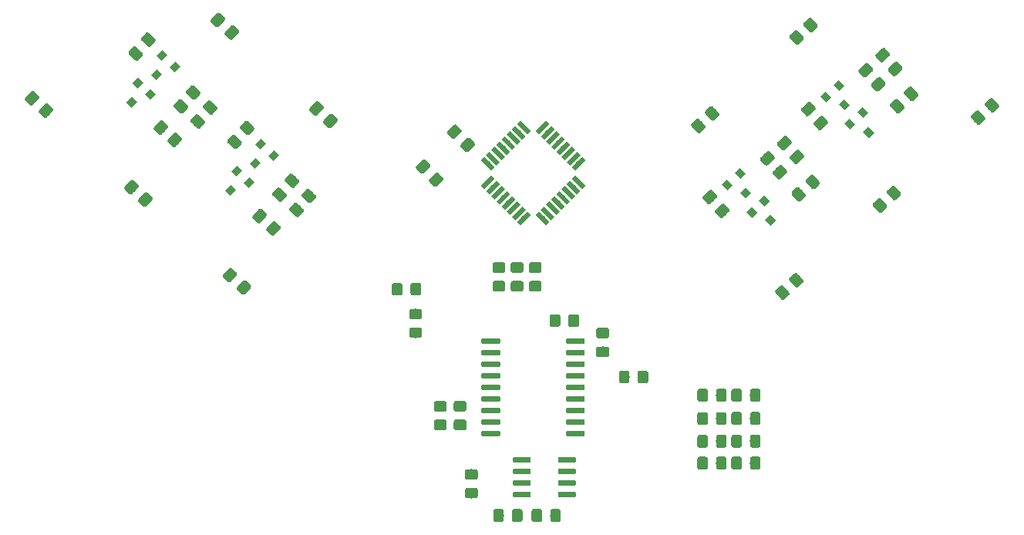
<source format=gbr>
G04 #@! TF.GenerationSoftware,KiCad,Pcbnew,5.1.4*
G04 #@! TF.CreationDate,2019-10-29T14:14:04-03:00*
G04 #@! TF.ProjectId,mswi,6d737769-2e6b-4696-9361-645f70636258,rev?*
G04 #@! TF.SameCoordinates,Original*
G04 #@! TF.FileFunction,Paste,Top*
G04 #@! TF.FilePolarity,Positive*
%FSLAX46Y46*%
G04 Gerber Fmt 4.6, Leading zero omitted, Abs format (unit mm)*
G04 Created by KiCad (PCBNEW 5.1.4) date 2019-10-29 14:14:04*
%MOMM*%
%LPD*%
G04 APERTURE LIST*
%ADD10C,0.800000*%
%ADD11C,0.100000*%
%ADD12C,1.150000*%
%ADD13C,0.550000*%
%ADD14C,0.600000*%
G04 APERTURE END LIST*
D10*
X105878471Y-63916871D03*
D11*
G36*
X105880220Y-63314794D02*
G01*
X106476601Y-63848020D01*
X105876722Y-64518948D01*
X105280341Y-63985722D01*
X105880220Y-63314794D01*
X105880220Y-63314794D01*
G37*
D10*
X106503333Y-61792713D03*
D11*
G36*
X106505082Y-61190636D02*
G01*
X107101463Y-61723862D01*
X106501584Y-62394790D01*
X105905203Y-61861564D01*
X106505082Y-61190636D01*
X106505082Y-61190636D01*
G37*
D10*
X107919738Y-63059125D03*
D11*
G36*
X107921487Y-62457048D02*
G01*
X108517868Y-62990274D01*
X107917989Y-63661202D01*
X107321608Y-63127976D01*
X107921487Y-62457048D01*
X107921487Y-62457048D01*
G37*
G36*
X132674470Y-86743201D02*
G01*
X132698738Y-86746801D01*
X132722537Y-86752762D01*
X132745636Y-86761027D01*
X132767815Y-86771517D01*
X132788858Y-86784129D01*
X132808564Y-86798744D01*
X132826742Y-86815220D01*
X132843218Y-86833398D01*
X132857833Y-86853104D01*
X132870445Y-86874147D01*
X132880935Y-86896326D01*
X132889200Y-86919425D01*
X132895161Y-86943224D01*
X132898761Y-86967492D01*
X132899965Y-86991996D01*
X132899965Y-87891998D01*
X132898761Y-87916502D01*
X132895161Y-87940770D01*
X132889200Y-87964569D01*
X132880935Y-87987668D01*
X132870445Y-88009847D01*
X132857833Y-88030890D01*
X132843218Y-88050596D01*
X132826742Y-88068774D01*
X132808564Y-88085250D01*
X132788858Y-88099865D01*
X132767815Y-88112477D01*
X132745636Y-88122967D01*
X132722537Y-88131232D01*
X132698738Y-88137193D01*
X132674470Y-88140793D01*
X132649966Y-88141997D01*
X131999964Y-88141997D01*
X131975460Y-88140793D01*
X131951192Y-88137193D01*
X131927393Y-88131232D01*
X131904294Y-88122967D01*
X131882115Y-88112477D01*
X131861072Y-88099865D01*
X131841366Y-88085250D01*
X131823188Y-88068774D01*
X131806712Y-88050596D01*
X131792097Y-88030890D01*
X131779485Y-88009847D01*
X131768995Y-87987668D01*
X131760730Y-87964569D01*
X131754769Y-87940770D01*
X131751169Y-87916502D01*
X131749965Y-87891998D01*
X131749965Y-86991996D01*
X131751169Y-86967492D01*
X131754769Y-86943224D01*
X131760730Y-86919425D01*
X131768995Y-86896326D01*
X131779485Y-86874147D01*
X131792097Y-86853104D01*
X131806712Y-86833398D01*
X131823188Y-86815220D01*
X131841366Y-86798744D01*
X131861072Y-86784129D01*
X131882115Y-86771517D01*
X131904294Y-86761027D01*
X131927393Y-86752762D01*
X131951192Y-86746801D01*
X131975460Y-86743201D01*
X131999964Y-86741997D01*
X132649966Y-86741997D01*
X132674470Y-86743201D01*
X132674470Y-86743201D01*
G37*
D12*
X132324965Y-87441997D03*
D11*
G36*
X134724470Y-86743201D02*
G01*
X134748738Y-86746801D01*
X134772537Y-86752762D01*
X134795636Y-86761027D01*
X134817815Y-86771517D01*
X134838858Y-86784129D01*
X134858564Y-86798744D01*
X134876742Y-86815220D01*
X134893218Y-86833398D01*
X134907833Y-86853104D01*
X134920445Y-86874147D01*
X134930935Y-86896326D01*
X134939200Y-86919425D01*
X134945161Y-86943224D01*
X134948761Y-86967492D01*
X134949965Y-86991996D01*
X134949965Y-87891998D01*
X134948761Y-87916502D01*
X134945161Y-87940770D01*
X134939200Y-87964569D01*
X134930935Y-87987668D01*
X134920445Y-88009847D01*
X134907833Y-88030890D01*
X134893218Y-88050596D01*
X134876742Y-88068774D01*
X134858564Y-88085250D01*
X134838858Y-88099865D01*
X134817815Y-88112477D01*
X134795636Y-88122967D01*
X134772537Y-88131232D01*
X134748738Y-88137193D01*
X134724470Y-88140793D01*
X134699966Y-88141997D01*
X134049964Y-88141997D01*
X134025460Y-88140793D01*
X134001192Y-88137193D01*
X133977393Y-88131232D01*
X133954294Y-88122967D01*
X133932115Y-88112477D01*
X133911072Y-88099865D01*
X133891366Y-88085250D01*
X133873188Y-88068774D01*
X133856712Y-88050596D01*
X133842097Y-88030890D01*
X133829485Y-88009847D01*
X133818995Y-87987668D01*
X133810730Y-87964569D01*
X133804769Y-87940770D01*
X133801169Y-87916502D01*
X133799965Y-87891998D01*
X133799965Y-86991996D01*
X133801169Y-86967492D01*
X133804769Y-86943224D01*
X133810730Y-86919425D01*
X133818995Y-86896326D01*
X133829485Y-86874147D01*
X133842097Y-86853104D01*
X133856712Y-86833398D01*
X133873188Y-86815220D01*
X133891366Y-86798744D01*
X133911072Y-86784129D01*
X133932115Y-86771517D01*
X133954294Y-86761027D01*
X133977393Y-86752762D01*
X134001192Y-86746801D01*
X134025460Y-86743201D01*
X134049964Y-86741997D01*
X134699966Y-86741997D01*
X134724470Y-86743201D01*
X134724470Y-86743201D01*
G37*
D12*
X134374965Y-87441997D03*
D11*
G36*
X134824470Y-91643201D02*
G01*
X134848738Y-91646801D01*
X134872537Y-91652762D01*
X134895636Y-91661027D01*
X134917815Y-91671517D01*
X134938858Y-91684129D01*
X134958564Y-91698744D01*
X134976742Y-91715220D01*
X134993218Y-91733398D01*
X135007833Y-91753104D01*
X135020445Y-91774147D01*
X135030935Y-91796326D01*
X135039200Y-91819425D01*
X135045161Y-91843224D01*
X135048761Y-91867492D01*
X135049965Y-91891996D01*
X135049965Y-92541998D01*
X135048761Y-92566502D01*
X135045161Y-92590770D01*
X135039200Y-92614569D01*
X135030935Y-92637668D01*
X135020445Y-92659847D01*
X135007833Y-92680890D01*
X134993218Y-92700596D01*
X134976742Y-92718774D01*
X134958564Y-92735250D01*
X134938858Y-92749865D01*
X134917815Y-92762477D01*
X134895636Y-92772967D01*
X134872537Y-92781232D01*
X134848738Y-92787193D01*
X134824470Y-92790793D01*
X134799966Y-92791997D01*
X133899964Y-92791997D01*
X133875460Y-92790793D01*
X133851192Y-92787193D01*
X133827393Y-92781232D01*
X133804294Y-92772967D01*
X133782115Y-92762477D01*
X133761072Y-92749865D01*
X133741366Y-92735250D01*
X133723188Y-92718774D01*
X133706712Y-92700596D01*
X133692097Y-92680890D01*
X133679485Y-92659847D01*
X133668995Y-92637668D01*
X133660730Y-92614569D01*
X133654769Y-92590770D01*
X133651169Y-92566502D01*
X133649965Y-92541998D01*
X133649965Y-91891996D01*
X133651169Y-91867492D01*
X133654769Y-91843224D01*
X133660730Y-91819425D01*
X133668995Y-91796326D01*
X133679485Y-91774147D01*
X133692097Y-91753104D01*
X133706712Y-91733398D01*
X133723188Y-91715220D01*
X133741366Y-91698744D01*
X133761072Y-91684129D01*
X133782115Y-91671517D01*
X133804294Y-91661027D01*
X133827393Y-91652762D01*
X133851192Y-91646801D01*
X133875460Y-91643201D01*
X133899964Y-91641997D01*
X134799966Y-91641997D01*
X134824470Y-91643201D01*
X134824470Y-91643201D01*
G37*
D12*
X134349965Y-92216997D03*
D11*
G36*
X134824470Y-89593201D02*
G01*
X134848738Y-89596801D01*
X134872537Y-89602762D01*
X134895636Y-89611027D01*
X134917815Y-89621517D01*
X134938858Y-89634129D01*
X134958564Y-89648744D01*
X134976742Y-89665220D01*
X134993218Y-89683398D01*
X135007833Y-89703104D01*
X135020445Y-89724147D01*
X135030935Y-89746326D01*
X135039200Y-89769425D01*
X135045161Y-89793224D01*
X135048761Y-89817492D01*
X135049965Y-89841996D01*
X135049965Y-90491998D01*
X135048761Y-90516502D01*
X135045161Y-90540770D01*
X135039200Y-90564569D01*
X135030935Y-90587668D01*
X135020445Y-90609847D01*
X135007833Y-90630890D01*
X134993218Y-90650596D01*
X134976742Y-90668774D01*
X134958564Y-90685250D01*
X134938858Y-90699865D01*
X134917815Y-90712477D01*
X134895636Y-90722967D01*
X134872537Y-90731232D01*
X134848738Y-90737193D01*
X134824470Y-90740793D01*
X134799966Y-90741997D01*
X133899964Y-90741997D01*
X133875460Y-90740793D01*
X133851192Y-90737193D01*
X133827393Y-90731232D01*
X133804294Y-90722967D01*
X133782115Y-90712477D01*
X133761072Y-90699865D01*
X133741366Y-90685250D01*
X133723188Y-90668774D01*
X133706712Y-90650596D01*
X133692097Y-90630890D01*
X133679485Y-90609847D01*
X133668995Y-90587668D01*
X133660730Y-90564569D01*
X133654769Y-90540770D01*
X133651169Y-90516502D01*
X133649965Y-90491998D01*
X133649965Y-89841996D01*
X133651169Y-89817492D01*
X133654769Y-89793224D01*
X133660730Y-89769425D01*
X133668995Y-89746326D01*
X133679485Y-89724147D01*
X133692097Y-89703104D01*
X133706712Y-89683398D01*
X133723188Y-89665220D01*
X133741366Y-89648744D01*
X133761072Y-89634129D01*
X133782115Y-89621517D01*
X133804294Y-89611027D01*
X133827393Y-89602762D01*
X133851192Y-89596801D01*
X133875460Y-89593201D01*
X133899964Y-89591997D01*
X134799966Y-89591997D01*
X134824470Y-89593201D01*
X134824470Y-89593201D01*
G37*
D12*
X134349965Y-90166997D03*
D13*
X148287978Y-69687978D03*
D11*
G36*
X147916747Y-70448118D02*
G01*
X147527838Y-70059209D01*
X148659209Y-68927838D01*
X149048118Y-69316747D01*
X147916747Y-70448118D01*
X147916747Y-70448118D01*
G37*
D13*
X148853663Y-70253664D03*
D11*
G36*
X148482432Y-71013804D02*
G01*
X148093523Y-70624895D01*
X149224894Y-69493524D01*
X149613803Y-69882433D01*
X148482432Y-71013804D01*
X148482432Y-71013804D01*
G37*
D13*
X149419349Y-70819349D03*
D11*
G36*
X149048118Y-71579489D02*
G01*
X148659209Y-71190580D01*
X149790580Y-70059209D01*
X150179489Y-70448118D01*
X149048118Y-71579489D01*
X149048118Y-71579489D01*
G37*
D13*
X149985034Y-71385034D03*
D11*
G36*
X149613803Y-72145174D02*
G01*
X149224894Y-71756265D01*
X150356265Y-70624894D01*
X150745174Y-71013803D01*
X149613803Y-72145174D01*
X149613803Y-72145174D01*
G37*
D13*
X150550720Y-71950720D03*
D11*
G36*
X150179489Y-72710860D02*
G01*
X149790580Y-72321951D01*
X150921951Y-71190580D01*
X151310860Y-71579489D01*
X150179489Y-72710860D01*
X150179489Y-72710860D01*
G37*
D13*
X151116405Y-72516405D03*
D11*
G36*
X150745174Y-73276545D02*
G01*
X150356265Y-72887636D01*
X151487636Y-71756265D01*
X151876545Y-72145174D01*
X150745174Y-73276545D01*
X150745174Y-73276545D01*
G37*
D13*
X151682090Y-73082091D03*
D11*
G36*
X151310859Y-73842231D02*
G01*
X150921950Y-73453322D01*
X152053321Y-72321951D01*
X152442230Y-72710860D01*
X151310859Y-73842231D01*
X151310859Y-73842231D01*
G37*
D13*
X152247776Y-73647776D03*
D11*
G36*
X151876545Y-74407916D02*
G01*
X151487636Y-74019007D01*
X152619007Y-72887636D01*
X153007916Y-73276545D01*
X151876545Y-74407916D01*
X151876545Y-74407916D01*
G37*
D13*
X152247776Y-75698386D03*
D11*
G36*
X151487636Y-75327155D02*
G01*
X151876545Y-74938246D01*
X153007916Y-76069617D01*
X152619007Y-76458526D01*
X151487636Y-75327155D01*
X151487636Y-75327155D01*
G37*
D13*
X151682090Y-76264071D03*
D11*
G36*
X150921950Y-75892840D02*
G01*
X151310859Y-75503931D01*
X152442230Y-76635302D01*
X152053321Y-77024211D01*
X150921950Y-75892840D01*
X150921950Y-75892840D01*
G37*
D13*
X151116405Y-76829757D03*
D11*
G36*
X150356265Y-76458526D02*
G01*
X150745174Y-76069617D01*
X151876545Y-77200988D01*
X151487636Y-77589897D01*
X150356265Y-76458526D01*
X150356265Y-76458526D01*
G37*
D13*
X150550720Y-77395442D03*
D11*
G36*
X149790580Y-77024211D02*
G01*
X150179489Y-76635302D01*
X151310860Y-77766673D01*
X150921951Y-78155582D01*
X149790580Y-77024211D01*
X149790580Y-77024211D01*
G37*
D13*
X149985034Y-77961128D03*
D11*
G36*
X149224894Y-77589897D02*
G01*
X149613803Y-77200988D01*
X150745174Y-78332359D01*
X150356265Y-78721268D01*
X149224894Y-77589897D01*
X149224894Y-77589897D01*
G37*
D13*
X149419349Y-78526813D03*
D11*
G36*
X148659209Y-78155582D02*
G01*
X149048118Y-77766673D01*
X150179489Y-78898044D01*
X149790580Y-79286953D01*
X148659209Y-78155582D01*
X148659209Y-78155582D01*
G37*
D13*
X148853663Y-79092498D03*
D11*
G36*
X148093523Y-78721267D02*
G01*
X148482432Y-78332358D01*
X149613803Y-79463729D01*
X149224894Y-79852638D01*
X148093523Y-78721267D01*
X148093523Y-78721267D01*
G37*
D13*
X148287978Y-79658184D03*
D11*
G36*
X147527838Y-79286953D02*
G01*
X147916747Y-78898044D01*
X149048118Y-80029415D01*
X148659209Y-80418324D01*
X147527838Y-79286953D01*
X147527838Y-79286953D01*
G37*
D13*
X146237368Y-79658184D03*
D11*
G36*
X145866137Y-80418324D02*
G01*
X145477228Y-80029415D01*
X146608599Y-78898044D01*
X146997508Y-79286953D01*
X145866137Y-80418324D01*
X145866137Y-80418324D01*
G37*
D13*
X145671683Y-79092498D03*
D11*
G36*
X145300452Y-79852638D02*
G01*
X144911543Y-79463729D01*
X146042914Y-78332358D01*
X146431823Y-78721267D01*
X145300452Y-79852638D01*
X145300452Y-79852638D01*
G37*
D13*
X145105997Y-78526813D03*
D11*
G36*
X144734766Y-79286953D02*
G01*
X144345857Y-78898044D01*
X145477228Y-77766673D01*
X145866137Y-78155582D01*
X144734766Y-79286953D01*
X144734766Y-79286953D01*
G37*
D13*
X144540312Y-77961128D03*
D11*
G36*
X144169081Y-78721268D02*
G01*
X143780172Y-78332359D01*
X144911543Y-77200988D01*
X145300452Y-77589897D01*
X144169081Y-78721268D01*
X144169081Y-78721268D01*
G37*
D13*
X143974626Y-77395442D03*
D11*
G36*
X143603395Y-78155582D02*
G01*
X143214486Y-77766673D01*
X144345857Y-76635302D01*
X144734766Y-77024211D01*
X143603395Y-78155582D01*
X143603395Y-78155582D01*
G37*
D13*
X143408941Y-76829757D03*
D11*
G36*
X143037710Y-77589897D02*
G01*
X142648801Y-77200988D01*
X143780172Y-76069617D01*
X144169081Y-76458526D01*
X143037710Y-77589897D01*
X143037710Y-77589897D01*
G37*
D13*
X142843256Y-76264071D03*
D11*
G36*
X142472025Y-77024211D02*
G01*
X142083116Y-76635302D01*
X143214487Y-75503931D01*
X143603396Y-75892840D01*
X142472025Y-77024211D01*
X142472025Y-77024211D01*
G37*
D13*
X142277570Y-75698386D03*
D11*
G36*
X141906339Y-76458526D02*
G01*
X141517430Y-76069617D01*
X142648801Y-74938246D01*
X143037710Y-75327155D01*
X141906339Y-76458526D01*
X141906339Y-76458526D01*
G37*
D13*
X142277570Y-73647776D03*
D11*
G36*
X141517430Y-73276545D02*
G01*
X141906339Y-72887636D01*
X143037710Y-74019007D01*
X142648801Y-74407916D01*
X141517430Y-73276545D01*
X141517430Y-73276545D01*
G37*
D13*
X142843256Y-73082091D03*
D11*
G36*
X142083116Y-72710860D02*
G01*
X142472025Y-72321951D01*
X143603396Y-73453322D01*
X143214487Y-73842231D01*
X142083116Y-72710860D01*
X142083116Y-72710860D01*
G37*
D13*
X143408941Y-72516405D03*
D11*
G36*
X142648801Y-72145174D02*
G01*
X143037710Y-71756265D01*
X144169081Y-72887636D01*
X143780172Y-73276545D01*
X142648801Y-72145174D01*
X142648801Y-72145174D01*
G37*
D13*
X143974626Y-71950720D03*
D11*
G36*
X143214486Y-71579489D02*
G01*
X143603395Y-71190580D01*
X144734766Y-72321951D01*
X144345857Y-72710860D01*
X143214486Y-71579489D01*
X143214486Y-71579489D01*
G37*
D13*
X144540312Y-71385034D03*
D11*
G36*
X143780172Y-71013803D02*
G01*
X144169081Y-70624894D01*
X145300452Y-71756265D01*
X144911543Y-72145174D01*
X143780172Y-71013803D01*
X143780172Y-71013803D01*
G37*
D13*
X145105997Y-70819349D03*
D11*
G36*
X144345857Y-70448118D02*
G01*
X144734766Y-70059209D01*
X145866137Y-71190580D01*
X145477228Y-71579489D01*
X144345857Y-70448118D01*
X144345857Y-70448118D01*
G37*
D13*
X145671683Y-70253664D03*
D11*
G36*
X144911543Y-69882433D02*
G01*
X145300452Y-69493524D01*
X146431823Y-70624895D01*
X146042914Y-71013804D01*
X144911543Y-69882433D01*
X144911543Y-69882433D01*
G37*
D13*
X146237368Y-69687978D03*
D11*
G36*
X145477228Y-69316747D02*
G01*
X145866137Y-68927838D01*
X146997508Y-70059209D01*
X146608599Y-70448118D01*
X145477228Y-69316747D01*
X145477228Y-69316747D01*
G37*
G36*
X143503681Y-103014700D02*
G01*
X143518242Y-103016860D01*
X143532521Y-103020437D01*
X143546381Y-103025396D01*
X143559688Y-103031690D01*
X143572314Y-103039258D01*
X143584137Y-103048026D01*
X143595044Y-103057912D01*
X143604930Y-103068819D01*
X143613698Y-103080642D01*
X143621266Y-103093268D01*
X143627560Y-103106575D01*
X143632519Y-103120435D01*
X143636096Y-103134714D01*
X143638256Y-103149275D01*
X143638978Y-103163978D01*
X143638978Y-103463978D01*
X143638256Y-103478681D01*
X143636096Y-103493242D01*
X143632519Y-103507521D01*
X143627560Y-103521381D01*
X143621266Y-103534688D01*
X143613698Y-103547314D01*
X143604930Y-103559137D01*
X143595044Y-103570044D01*
X143584137Y-103579930D01*
X143572314Y-103588698D01*
X143559688Y-103596266D01*
X143546381Y-103602560D01*
X143532521Y-103607519D01*
X143518242Y-103611096D01*
X143503681Y-103613256D01*
X143488978Y-103613978D01*
X141738978Y-103613978D01*
X141724275Y-103613256D01*
X141709714Y-103611096D01*
X141695435Y-103607519D01*
X141681575Y-103602560D01*
X141668268Y-103596266D01*
X141655642Y-103588698D01*
X141643819Y-103579930D01*
X141632912Y-103570044D01*
X141623026Y-103559137D01*
X141614258Y-103547314D01*
X141606690Y-103534688D01*
X141600396Y-103521381D01*
X141595437Y-103507521D01*
X141591860Y-103493242D01*
X141589700Y-103478681D01*
X141588978Y-103463978D01*
X141588978Y-103163978D01*
X141589700Y-103149275D01*
X141591860Y-103134714D01*
X141595437Y-103120435D01*
X141600396Y-103106575D01*
X141606690Y-103093268D01*
X141614258Y-103080642D01*
X141623026Y-103068819D01*
X141632912Y-103057912D01*
X141643819Y-103048026D01*
X141655642Y-103039258D01*
X141668268Y-103031690D01*
X141681575Y-103025396D01*
X141695435Y-103020437D01*
X141709714Y-103016860D01*
X141724275Y-103014700D01*
X141738978Y-103013978D01*
X143488978Y-103013978D01*
X143503681Y-103014700D01*
X143503681Y-103014700D01*
G37*
D14*
X142613978Y-103313978D03*
D11*
G36*
X143503681Y-101744700D02*
G01*
X143518242Y-101746860D01*
X143532521Y-101750437D01*
X143546381Y-101755396D01*
X143559688Y-101761690D01*
X143572314Y-101769258D01*
X143584137Y-101778026D01*
X143595044Y-101787912D01*
X143604930Y-101798819D01*
X143613698Y-101810642D01*
X143621266Y-101823268D01*
X143627560Y-101836575D01*
X143632519Y-101850435D01*
X143636096Y-101864714D01*
X143638256Y-101879275D01*
X143638978Y-101893978D01*
X143638978Y-102193978D01*
X143638256Y-102208681D01*
X143636096Y-102223242D01*
X143632519Y-102237521D01*
X143627560Y-102251381D01*
X143621266Y-102264688D01*
X143613698Y-102277314D01*
X143604930Y-102289137D01*
X143595044Y-102300044D01*
X143584137Y-102309930D01*
X143572314Y-102318698D01*
X143559688Y-102326266D01*
X143546381Y-102332560D01*
X143532521Y-102337519D01*
X143518242Y-102341096D01*
X143503681Y-102343256D01*
X143488978Y-102343978D01*
X141738978Y-102343978D01*
X141724275Y-102343256D01*
X141709714Y-102341096D01*
X141695435Y-102337519D01*
X141681575Y-102332560D01*
X141668268Y-102326266D01*
X141655642Y-102318698D01*
X141643819Y-102309930D01*
X141632912Y-102300044D01*
X141623026Y-102289137D01*
X141614258Y-102277314D01*
X141606690Y-102264688D01*
X141600396Y-102251381D01*
X141595437Y-102237521D01*
X141591860Y-102223242D01*
X141589700Y-102208681D01*
X141588978Y-102193978D01*
X141588978Y-101893978D01*
X141589700Y-101879275D01*
X141591860Y-101864714D01*
X141595437Y-101850435D01*
X141600396Y-101836575D01*
X141606690Y-101823268D01*
X141614258Y-101810642D01*
X141623026Y-101798819D01*
X141632912Y-101787912D01*
X141643819Y-101778026D01*
X141655642Y-101769258D01*
X141668268Y-101761690D01*
X141681575Y-101755396D01*
X141695435Y-101750437D01*
X141709714Y-101746860D01*
X141724275Y-101744700D01*
X141738978Y-101743978D01*
X143488978Y-101743978D01*
X143503681Y-101744700D01*
X143503681Y-101744700D01*
G37*
D14*
X142613978Y-102043978D03*
D11*
G36*
X143503681Y-100474700D02*
G01*
X143518242Y-100476860D01*
X143532521Y-100480437D01*
X143546381Y-100485396D01*
X143559688Y-100491690D01*
X143572314Y-100499258D01*
X143584137Y-100508026D01*
X143595044Y-100517912D01*
X143604930Y-100528819D01*
X143613698Y-100540642D01*
X143621266Y-100553268D01*
X143627560Y-100566575D01*
X143632519Y-100580435D01*
X143636096Y-100594714D01*
X143638256Y-100609275D01*
X143638978Y-100623978D01*
X143638978Y-100923978D01*
X143638256Y-100938681D01*
X143636096Y-100953242D01*
X143632519Y-100967521D01*
X143627560Y-100981381D01*
X143621266Y-100994688D01*
X143613698Y-101007314D01*
X143604930Y-101019137D01*
X143595044Y-101030044D01*
X143584137Y-101039930D01*
X143572314Y-101048698D01*
X143559688Y-101056266D01*
X143546381Y-101062560D01*
X143532521Y-101067519D01*
X143518242Y-101071096D01*
X143503681Y-101073256D01*
X143488978Y-101073978D01*
X141738978Y-101073978D01*
X141724275Y-101073256D01*
X141709714Y-101071096D01*
X141695435Y-101067519D01*
X141681575Y-101062560D01*
X141668268Y-101056266D01*
X141655642Y-101048698D01*
X141643819Y-101039930D01*
X141632912Y-101030044D01*
X141623026Y-101019137D01*
X141614258Y-101007314D01*
X141606690Y-100994688D01*
X141600396Y-100981381D01*
X141595437Y-100967521D01*
X141591860Y-100953242D01*
X141589700Y-100938681D01*
X141588978Y-100923978D01*
X141588978Y-100623978D01*
X141589700Y-100609275D01*
X141591860Y-100594714D01*
X141595437Y-100580435D01*
X141600396Y-100566575D01*
X141606690Y-100553268D01*
X141614258Y-100540642D01*
X141623026Y-100528819D01*
X141632912Y-100517912D01*
X141643819Y-100508026D01*
X141655642Y-100499258D01*
X141668268Y-100491690D01*
X141681575Y-100485396D01*
X141695435Y-100480437D01*
X141709714Y-100476860D01*
X141724275Y-100474700D01*
X141738978Y-100473978D01*
X143488978Y-100473978D01*
X143503681Y-100474700D01*
X143503681Y-100474700D01*
G37*
D14*
X142613978Y-100773978D03*
D11*
G36*
X143503681Y-99204700D02*
G01*
X143518242Y-99206860D01*
X143532521Y-99210437D01*
X143546381Y-99215396D01*
X143559688Y-99221690D01*
X143572314Y-99229258D01*
X143584137Y-99238026D01*
X143595044Y-99247912D01*
X143604930Y-99258819D01*
X143613698Y-99270642D01*
X143621266Y-99283268D01*
X143627560Y-99296575D01*
X143632519Y-99310435D01*
X143636096Y-99324714D01*
X143638256Y-99339275D01*
X143638978Y-99353978D01*
X143638978Y-99653978D01*
X143638256Y-99668681D01*
X143636096Y-99683242D01*
X143632519Y-99697521D01*
X143627560Y-99711381D01*
X143621266Y-99724688D01*
X143613698Y-99737314D01*
X143604930Y-99749137D01*
X143595044Y-99760044D01*
X143584137Y-99769930D01*
X143572314Y-99778698D01*
X143559688Y-99786266D01*
X143546381Y-99792560D01*
X143532521Y-99797519D01*
X143518242Y-99801096D01*
X143503681Y-99803256D01*
X143488978Y-99803978D01*
X141738978Y-99803978D01*
X141724275Y-99803256D01*
X141709714Y-99801096D01*
X141695435Y-99797519D01*
X141681575Y-99792560D01*
X141668268Y-99786266D01*
X141655642Y-99778698D01*
X141643819Y-99769930D01*
X141632912Y-99760044D01*
X141623026Y-99749137D01*
X141614258Y-99737314D01*
X141606690Y-99724688D01*
X141600396Y-99711381D01*
X141595437Y-99697521D01*
X141591860Y-99683242D01*
X141589700Y-99668681D01*
X141588978Y-99653978D01*
X141588978Y-99353978D01*
X141589700Y-99339275D01*
X141591860Y-99324714D01*
X141595437Y-99310435D01*
X141600396Y-99296575D01*
X141606690Y-99283268D01*
X141614258Y-99270642D01*
X141623026Y-99258819D01*
X141632912Y-99247912D01*
X141643819Y-99238026D01*
X141655642Y-99229258D01*
X141668268Y-99221690D01*
X141681575Y-99215396D01*
X141695435Y-99210437D01*
X141709714Y-99206860D01*
X141724275Y-99204700D01*
X141738978Y-99203978D01*
X143488978Y-99203978D01*
X143503681Y-99204700D01*
X143503681Y-99204700D01*
G37*
D14*
X142613978Y-99503978D03*
D11*
G36*
X143503681Y-97934700D02*
G01*
X143518242Y-97936860D01*
X143532521Y-97940437D01*
X143546381Y-97945396D01*
X143559688Y-97951690D01*
X143572314Y-97959258D01*
X143584137Y-97968026D01*
X143595044Y-97977912D01*
X143604930Y-97988819D01*
X143613698Y-98000642D01*
X143621266Y-98013268D01*
X143627560Y-98026575D01*
X143632519Y-98040435D01*
X143636096Y-98054714D01*
X143638256Y-98069275D01*
X143638978Y-98083978D01*
X143638978Y-98383978D01*
X143638256Y-98398681D01*
X143636096Y-98413242D01*
X143632519Y-98427521D01*
X143627560Y-98441381D01*
X143621266Y-98454688D01*
X143613698Y-98467314D01*
X143604930Y-98479137D01*
X143595044Y-98490044D01*
X143584137Y-98499930D01*
X143572314Y-98508698D01*
X143559688Y-98516266D01*
X143546381Y-98522560D01*
X143532521Y-98527519D01*
X143518242Y-98531096D01*
X143503681Y-98533256D01*
X143488978Y-98533978D01*
X141738978Y-98533978D01*
X141724275Y-98533256D01*
X141709714Y-98531096D01*
X141695435Y-98527519D01*
X141681575Y-98522560D01*
X141668268Y-98516266D01*
X141655642Y-98508698D01*
X141643819Y-98499930D01*
X141632912Y-98490044D01*
X141623026Y-98479137D01*
X141614258Y-98467314D01*
X141606690Y-98454688D01*
X141600396Y-98441381D01*
X141595437Y-98427521D01*
X141591860Y-98413242D01*
X141589700Y-98398681D01*
X141588978Y-98383978D01*
X141588978Y-98083978D01*
X141589700Y-98069275D01*
X141591860Y-98054714D01*
X141595437Y-98040435D01*
X141600396Y-98026575D01*
X141606690Y-98013268D01*
X141614258Y-98000642D01*
X141623026Y-97988819D01*
X141632912Y-97977912D01*
X141643819Y-97968026D01*
X141655642Y-97959258D01*
X141668268Y-97951690D01*
X141681575Y-97945396D01*
X141695435Y-97940437D01*
X141709714Y-97936860D01*
X141724275Y-97934700D01*
X141738978Y-97933978D01*
X143488978Y-97933978D01*
X143503681Y-97934700D01*
X143503681Y-97934700D01*
G37*
D14*
X142613978Y-98233978D03*
D11*
G36*
X143503681Y-96664700D02*
G01*
X143518242Y-96666860D01*
X143532521Y-96670437D01*
X143546381Y-96675396D01*
X143559688Y-96681690D01*
X143572314Y-96689258D01*
X143584137Y-96698026D01*
X143595044Y-96707912D01*
X143604930Y-96718819D01*
X143613698Y-96730642D01*
X143621266Y-96743268D01*
X143627560Y-96756575D01*
X143632519Y-96770435D01*
X143636096Y-96784714D01*
X143638256Y-96799275D01*
X143638978Y-96813978D01*
X143638978Y-97113978D01*
X143638256Y-97128681D01*
X143636096Y-97143242D01*
X143632519Y-97157521D01*
X143627560Y-97171381D01*
X143621266Y-97184688D01*
X143613698Y-97197314D01*
X143604930Y-97209137D01*
X143595044Y-97220044D01*
X143584137Y-97229930D01*
X143572314Y-97238698D01*
X143559688Y-97246266D01*
X143546381Y-97252560D01*
X143532521Y-97257519D01*
X143518242Y-97261096D01*
X143503681Y-97263256D01*
X143488978Y-97263978D01*
X141738978Y-97263978D01*
X141724275Y-97263256D01*
X141709714Y-97261096D01*
X141695435Y-97257519D01*
X141681575Y-97252560D01*
X141668268Y-97246266D01*
X141655642Y-97238698D01*
X141643819Y-97229930D01*
X141632912Y-97220044D01*
X141623026Y-97209137D01*
X141614258Y-97197314D01*
X141606690Y-97184688D01*
X141600396Y-97171381D01*
X141595437Y-97157521D01*
X141591860Y-97143242D01*
X141589700Y-97128681D01*
X141588978Y-97113978D01*
X141588978Y-96813978D01*
X141589700Y-96799275D01*
X141591860Y-96784714D01*
X141595437Y-96770435D01*
X141600396Y-96756575D01*
X141606690Y-96743268D01*
X141614258Y-96730642D01*
X141623026Y-96718819D01*
X141632912Y-96707912D01*
X141643819Y-96698026D01*
X141655642Y-96689258D01*
X141668268Y-96681690D01*
X141681575Y-96675396D01*
X141695435Y-96670437D01*
X141709714Y-96666860D01*
X141724275Y-96664700D01*
X141738978Y-96663978D01*
X143488978Y-96663978D01*
X143503681Y-96664700D01*
X143503681Y-96664700D01*
G37*
D14*
X142613978Y-96963978D03*
D11*
G36*
X143503681Y-95394700D02*
G01*
X143518242Y-95396860D01*
X143532521Y-95400437D01*
X143546381Y-95405396D01*
X143559688Y-95411690D01*
X143572314Y-95419258D01*
X143584137Y-95428026D01*
X143595044Y-95437912D01*
X143604930Y-95448819D01*
X143613698Y-95460642D01*
X143621266Y-95473268D01*
X143627560Y-95486575D01*
X143632519Y-95500435D01*
X143636096Y-95514714D01*
X143638256Y-95529275D01*
X143638978Y-95543978D01*
X143638978Y-95843978D01*
X143638256Y-95858681D01*
X143636096Y-95873242D01*
X143632519Y-95887521D01*
X143627560Y-95901381D01*
X143621266Y-95914688D01*
X143613698Y-95927314D01*
X143604930Y-95939137D01*
X143595044Y-95950044D01*
X143584137Y-95959930D01*
X143572314Y-95968698D01*
X143559688Y-95976266D01*
X143546381Y-95982560D01*
X143532521Y-95987519D01*
X143518242Y-95991096D01*
X143503681Y-95993256D01*
X143488978Y-95993978D01*
X141738978Y-95993978D01*
X141724275Y-95993256D01*
X141709714Y-95991096D01*
X141695435Y-95987519D01*
X141681575Y-95982560D01*
X141668268Y-95976266D01*
X141655642Y-95968698D01*
X141643819Y-95959930D01*
X141632912Y-95950044D01*
X141623026Y-95939137D01*
X141614258Y-95927314D01*
X141606690Y-95914688D01*
X141600396Y-95901381D01*
X141595437Y-95887521D01*
X141591860Y-95873242D01*
X141589700Y-95858681D01*
X141588978Y-95843978D01*
X141588978Y-95543978D01*
X141589700Y-95529275D01*
X141591860Y-95514714D01*
X141595437Y-95500435D01*
X141600396Y-95486575D01*
X141606690Y-95473268D01*
X141614258Y-95460642D01*
X141623026Y-95448819D01*
X141632912Y-95437912D01*
X141643819Y-95428026D01*
X141655642Y-95419258D01*
X141668268Y-95411690D01*
X141681575Y-95405396D01*
X141695435Y-95400437D01*
X141709714Y-95396860D01*
X141724275Y-95394700D01*
X141738978Y-95393978D01*
X143488978Y-95393978D01*
X143503681Y-95394700D01*
X143503681Y-95394700D01*
G37*
D14*
X142613978Y-95693978D03*
D11*
G36*
X143503681Y-94124700D02*
G01*
X143518242Y-94126860D01*
X143532521Y-94130437D01*
X143546381Y-94135396D01*
X143559688Y-94141690D01*
X143572314Y-94149258D01*
X143584137Y-94158026D01*
X143595044Y-94167912D01*
X143604930Y-94178819D01*
X143613698Y-94190642D01*
X143621266Y-94203268D01*
X143627560Y-94216575D01*
X143632519Y-94230435D01*
X143636096Y-94244714D01*
X143638256Y-94259275D01*
X143638978Y-94273978D01*
X143638978Y-94573978D01*
X143638256Y-94588681D01*
X143636096Y-94603242D01*
X143632519Y-94617521D01*
X143627560Y-94631381D01*
X143621266Y-94644688D01*
X143613698Y-94657314D01*
X143604930Y-94669137D01*
X143595044Y-94680044D01*
X143584137Y-94689930D01*
X143572314Y-94698698D01*
X143559688Y-94706266D01*
X143546381Y-94712560D01*
X143532521Y-94717519D01*
X143518242Y-94721096D01*
X143503681Y-94723256D01*
X143488978Y-94723978D01*
X141738978Y-94723978D01*
X141724275Y-94723256D01*
X141709714Y-94721096D01*
X141695435Y-94717519D01*
X141681575Y-94712560D01*
X141668268Y-94706266D01*
X141655642Y-94698698D01*
X141643819Y-94689930D01*
X141632912Y-94680044D01*
X141623026Y-94669137D01*
X141614258Y-94657314D01*
X141606690Y-94644688D01*
X141600396Y-94631381D01*
X141595437Y-94617521D01*
X141591860Y-94603242D01*
X141589700Y-94588681D01*
X141588978Y-94573978D01*
X141588978Y-94273978D01*
X141589700Y-94259275D01*
X141591860Y-94244714D01*
X141595437Y-94230435D01*
X141600396Y-94216575D01*
X141606690Y-94203268D01*
X141614258Y-94190642D01*
X141623026Y-94178819D01*
X141632912Y-94167912D01*
X141643819Y-94158026D01*
X141655642Y-94149258D01*
X141668268Y-94141690D01*
X141681575Y-94135396D01*
X141695435Y-94130437D01*
X141709714Y-94126860D01*
X141724275Y-94124700D01*
X141738978Y-94123978D01*
X143488978Y-94123978D01*
X143503681Y-94124700D01*
X143503681Y-94124700D01*
G37*
D14*
X142613978Y-94423978D03*
D11*
G36*
X143503681Y-92854700D02*
G01*
X143518242Y-92856860D01*
X143532521Y-92860437D01*
X143546381Y-92865396D01*
X143559688Y-92871690D01*
X143572314Y-92879258D01*
X143584137Y-92888026D01*
X143595044Y-92897912D01*
X143604930Y-92908819D01*
X143613698Y-92920642D01*
X143621266Y-92933268D01*
X143627560Y-92946575D01*
X143632519Y-92960435D01*
X143636096Y-92974714D01*
X143638256Y-92989275D01*
X143638978Y-93003978D01*
X143638978Y-93303978D01*
X143638256Y-93318681D01*
X143636096Y-93333242D01*
X143632519Y-93347521D01*
X143627560Y-93361381D01*
X143621266Y-93374688D01*
X143613698Y-93387314D01*
X143604930Y-93399137D01*
X143595044Y-93410044D01*
X143584137Y-93419930D01*
X143572314Y-93428698D01*
X143559688Y-93436266D01*
X143546381Y-93442560D01*
X143532521Y-93447519D01*
X143518242Y-93451096D01*
X143503681Y-93453256D01*
X143488978Y-93453978D01*
X141738978Y-93453978D01*
X141724275Y-93453256D01*
X141709714Y-93451096D01*
X141695435Y-93447519D01*
X141681575Y-93442560D01*
X141668268Y-93436266D01*
X141655642Y-93428698D01*
X141643819Y-93419930D01*
X141632912Y-93410044D01*
X141623026Y-93399137D01*
X141614258Y-93387314D01*
X141606690Y-93374688D01*
X141600396Y-93361381D01*
X141595437Y-93347521D01*
X141591860Y-93333242D01*
X141589700Y-93318681D01*
X141588978Y-93303978D01*
X141588978Y-93003978D01*
X141589700Y-92989275D01*
X141591860Y-92974714D01*
X141595437Y-92960435D01*
X141600396Y-92946575D01*
X141606690Y-92933268D01*
X141614258Y-92920642D01*
X141623026Y-92908819D01*
X141632912Y-92897912D01*
X141643819Y-92888026D01*
X141655642Y-92879258D01*
X141668268Y-92871690D01*
X141681575Y-92865396D01*
X141695435Y-92860437D01*
X141709714Y-92856860D01*
X141724275Y-92854700D01*
X141738978Y-92853978D01*
X143488978Y-92853978D01*
X143503681Y-92854700D01*
X143503681Y-92854700D01*
G37*
D14*
X142613978Y-93153978D03*
D11*
G36*
X152803681Y-92854700D02*
G01*
X152818242Y-92856860D01*
X152832521Y-92860437D01*
X152846381Y-92865396D01*
X152859688Y-92871690D01*
X152872314Y-92879258D01*
X152884137Y-92888026D01*
X152895044Y-92897912D01*
X152904930Y-92908819D01*
X152913698Y-92920642D01*
X152921266Y-92933268D01*
X152927560Y-92946575D01*
X152932519Y-92960435D01*
X152936096Y-92974714D01*
X152938256Y-92989275D01*
X152938978Y-93003978D01*
X152938978Y-93303978D01*
X152938256Y-93318681D01*
X152936096Y-93333242D01*
X152932519Y-93347521D01*
X152927560Y-93361381D01*
X152921266Y-93374688D01*
X152913698Y-93387314D01*
X152904930Y-93399137D01*
X152895044Y-93410044D01*
X152884137Y-93419930D01*
X152872314Y-93428698D01*
X152859688Y-93436266D01*
X152846381Y-93442560D01*
X152832521Y-93447519D01*
X152818242Y-93451096D01*
X152803681Y-93453256D01*
X152788978Y-93453978D01*
X151038978Y-93453978D01*
X151024275Y-93453256D01*
X151009714Y-93451096D01*
X150995435Y-93447519D01*
X150981575Y-93442560D01*
X150968268Y-93436266D01*
X150955642Y-93428698D01*
X150943819Y-93419930D01*
X150932912Y-93410044D01*
X150923026Y-93399137D01*
X150914258Y-93387314D01*
X150906690Y-93374688D01*
X150900396Y-93361381D01*
X150895437Y-93347521D01*
X150891860Y-93333242D01*
X150889700Y-93318681D01*
X150888978Y-93303978D01*
X150888978Y-93003978D01*
X150889700Y-92989275D01*
X150891860Y-92974714D01*
X150895437Y-92960435D01*
X150900396Y-92946575D01*
X150906690Y-92933268D01*
X150914258Y-92920642D01*
X150923026Y-92908819D01*
X150932912Y-92897912D01*
X150943819Y-92888026D01*
X150955642Y-92879258D01*
X150968268Y-92871690D01*
X150981575Y-92865396D01*
X150995435Y-92860437D01*
X151009714Y-92856860D01*
X151024275Y-92854700D01*
X151038978Y-92853978D01*
X152788978Y-92853978D01*
X152803681Y-92854700D01*
X152803681Y-92854700D01*
G37*
D14*
X151913978Y-93153978D03*
D11*
G36*
X152803681Y-94124700D02*
G01*
X152818242Y-94126860D01*
X152832521Y-94130437D01*
X152846381Y-94135396D01*
X152859688Y-94141690D01*
X152872314Y-94149258D01*
X152884137Y-94158026D01*
X152895044Y-94167912D01*
X152904930Y-94178819D01*
X152913698Y-94190642D01*
X152921266Y-94203268D01*
X152927560Y-94216575D01*
X152932519Y-94230435D01*
X152936096Y-94244714D01*
X152938256Y-94259275D01*
X152938978Y-94273978D01*
X152938978Y-94573978D01*
X152938256Y-94588681D01*
X152936096Y-94603242D01*
X152932519Y-94617521D01*
X152927560Y-94631381D01*
X152921266Y-94644688D01*
X152913698Y-94657314D01*
X152904930Y-94669137D01*
X152895044Y-94680044D01*
X152884137Y-94689930D01*
X152872314Y-94698698D01*
X152859688Y-94706266D01*
X152846381Y-94712560D01*
X152832521Y-94717519D01*
X152818242Y-94721096D01*
X152803681Y-94723256D01*
X152788978Y-94723978D01*
X151038978Y-94723978D01*
X151024275Y-94723256D01*
X151009714Y-94721096D01*
X150995435Y-94717519D01*
X150981575Y-94712560D01*
X150968268Y-94706266D01*
X150955642Y-94698698D01*
X150943819Y-94689930D01*
X150932912Y-94680044D01*
X150923026Y-94669137D01*
X150914258Y-94657314D01*
X150906690Y-94644688D01*
X150900396Y-94631381D01*
X150895437Y-94617521D01*
X150891860Y-94603242D01*
X150889700Y-94588681D01*
X150888978Y-94573978D01*
X150888978Y-94273978D01*
X150889700Y-94259275D01*
X150891860Y-94244714D01*
X150895437Y-94230435D01*
X150900396Y-94216575D01*
X150906690Y-94203268D01*
X150914258Y-94190642D01*
X150923026Y-94178819D01*
X150932912Y-94167912D01*
X150943819Y-94158026D01*
X150955642Y-94149258D01*
X150968268Y-94141690D01*
X150981575Y-94135396D01*
X150995435Y-94130437D01*
X151009714Y-94126860D01*
X151024275Y-94124700D01*
X151038978Y-94123978D01*
X152788978Y-94123978D01*
X152803681Y-94124700D01*
X152803681Y-94124700D01*
G37*
D14*
X151913978Y-94423978D03*
D11*
G36*
X152803681Y-95394700D02*
G01*
X152818242Y-95396860D01*
X152832521Y-95400437D01*
X152846381Y-95405396D01*
X152859688Y-95411690D01*
X152872314Y-95419258D01*
X152884137Y-95428026D01*
X152895044Y-95437912D01*
X152904930Y-95448819D01*
X152913698Y-95460642D01*
X152921266Y-95473268D01*
X152927560Y-95486575D01*
X152932519Y-95500435D01*
X152936096Y-95514714D01*
X152938256Y-95529275D01*
X152938978Y-95543978D01*
X152938978Y-95843978D01*
X152938256Y-95858681D01*
X152936096Y-95873242D01*
X152932519Y-95887521D01*
X152927560Y-95901381D01*
X152921266Y-95914688D01*
X152913698Y-95927314D01*
X152904930Y-95939137D01*
X152895044Y-95950044D01*
X152884137Y-95959930D01*
X152872314Y-95968698D01*
X152859688Y-95976266D01*
X152846381Y-95982560D01*
X152832521Y-95987519D01*
X152818242Y-95991096D01*
X152803681Y-95993256D01*
X152788978Y-95993978D01*
X151038978Y-95993978D01*
X151024275Y-95993256D01*
X151009714Y-95991096D01*
X150995435Y-95987519D01*
X150981575Y-95982560D01*
X150968268Y-95976266D01*
X150955642Y-95968698D01*
X150943819Y-95959930D01*
X150932912Y-95950044D01*
X150923026Y-95939137D01*
X150914258Y-95927314D01*
X150906690Y-95914688D01*
X150900396Y-95901381D01*
X150895437Y-95887521D01*
X150891860Y-95873242D01*
X150889700Y-95858681D01*
X150888978Y-95843978D01*
X150888978Y-95543978D01*
X150889700Y-95529275D01*
X150891860Y-95514714D01*
X150895437Y-95500435D01*
X150900396Y-95486575D01*
X150906690Y-95473268D01*
X150914258Y-95460642D01*
X150923026Y-95448819D01*
X150932912Y-95437912D01*
X150943819Y-95428026D01*
X150955642Y-95419258D01*
X150968268Y-95411690D01*
X150981575Y-95405396D01*
X150995435Y-95400437D01*
X151009714Y-95396860D01*
X151024275Y-95394700D01*
X151038978Y-95393978D01*
X152788978Y-95393978D01*
X152803681Y-95394700D01*
X152803681Y-95394700D01*
G37*
D14*
X151913978Y-95693978D03*
D11*
G36*
X152803681Y-96664700D02*
G01*
X152818242Y-96666860D01*
X152832521Y-96670437D01*
X152846381Y-96675396D01*
X152859688Y-96681690D01*
X152872314Y-96689258D01*
X152884137Y-96698026D01*
X152895044Y-96707912D01*
X152904930Y-96718819D01*
X152913698Y-96730642D01*
X152921266Y-96743268D01*
X152927560Y-96756575D01*
X152932519Y-96770435D01*
X152936096Y-96784714D01*
X152938256Y-96799275D01*
X152938978Y-96813978D01*
X152938978Y-97113978D01*
X152938256Y-97128681D01*
X152936096Y-97143242D01*
X152932519Y-97157521D01*
X152927560Y-97171381D01*
X152921266Y-97184688D01*
X152913698Y-97197314D01*
X152904930Y-97209137D01*
X152895044Y-97220044D01*
X152884137Y-97229930D01*
X152872314Y-97238698D01*
X152859688Y-97246266D01*
X152846381Y-97252560D01*
X152832521Y-97257519D01*
X152818242Y-97261096D01*
X152803681Y-97263256D01*
X152788978Y-97263978D01*
X151038978Y-97263978D01*
X151024275Y-97263256D01*
X151009714Y-97261096D01*
X150995435Y-97257519D01*
X150981575Y-97252560D01*
X150968268Y-97246266D01*
X150955642Y-97238698D01*
X150943819Y-97229930D01*
X150932912Y-97220044D01*
X150923026Y-97209137D01*
X150914258Y-97197314D01*
X150906690Y-97184688D01*
X150900396Y-97171381D01*
X150895437Y-97157521D01*
X150891860Y-97143242D01*
X150889700Y-97128681D01*
X150888978Y-97113978D01*
X150888978Y-96813978D01*
X150889700Y-96799275D01*
X150891860Y-96784714D01*
X150895437Y-96770435D01*
X150900396Y-96756575D01*
X150906690Y-96743268D01*
X150914258Y-96730642D01*
X150923026Y-96718819D01*
X150932912Y-96707912D01*
X150943819Y-96698026D01*
X150955642Y-96689258D01*
X150968268Y-96681690D01*
X150981575Y-96675396D01*
X150995435Y-96670437D01*
X151009714Y-96666860D01*
X151024275Y-96664700D01*
X151038978Y-96663978D01*
X152788978Y-96663978D01*
X152803681Y-96664700D01*
X152803681Y-96664700D01*
G37*
D14*
X151913978Y-96963978D03*
D11*
G36*
X152803681Y-97934700D02*
G01*
X152818242Y-97936860D01*
X152832521Y-97940437D01*
X152846381Y-97945396D01*
X152859688Y-97951690D01*
X152872314Y-97959258D01*
X152884137Y-97968026D01*
X152895044Y-97977912D01*
X152904930Y-97988819D01*
X152913698Y-98000642D01*
X152921266Y-98013268D01*
X152927560Y-98026575D01*
X152932519Y-98040435D01*
X152936096Y-98054714D01*
X152938256Y-98069275D01*
X152938978Y-98083978D01*
X152938978Y-98383978D01*
X152938256Y-98398681D01*
X152936096Y-98413242D01*
X152932519Y-98427521D01*
X152927560Y-98441381D01*
X152921266Y-98454688D01*
X152913698Y-98467314D01*
X152904930Y-98479137D01*
X152895044Y-98490044D01*
X152884137Y-98499930D01*
X152872314Y-98508698D01*
X152859688Y-98516266D01*
X152846381Y-98522560D01*
X152832521Y-98527519D01*
X152818242Y-98531096D01*
X152803681Y-98533256D01*
X152788978Y-98533978D01*
X151038978Y-98533978D01*
X151024275Y-98533256D01*
X151009714Y-98531096D01*
X150995435Y-98527519D01*
X150981575Y-98522560D01*
X150968268Y-98516266D01*
X150955642Y-98508698D01*
X150943819Y-98499930D01*
X150932912Y-98490044D01*
X150923026Y-98479137D01*
X150914258Y-98467314D01*
X150906690Y-98454688D01*
X150900396Y-98441381D01*
X150895437Y-98427521D01*
X150891860Y-98413242D01*
X150889700Y-98398681D01*
X150888978Y-98383978D01*
X150888978Y-98083978D01*
X150889700Y-98069275D01*
X150891860Y-98054714D01*
X150895437Y-98040435D01*
X150900396Y-98026575D01*
X150906690Y-98013268D01*
X150914258Y-98000642D01*
X150923026Y-97988819D01*
X150932912Y-97977912D01*
X150943819Y-97968026D01*
X150955642Y-97959258D01*
X150968268Y-97951690D01*
X150981575Y-97945396D01*
X150995435Y-97940437D01*
X151009714Y-97936860D01*
X151024275Y-97934700D01*
X151038978Y-97933978D01*
X152788978Y-97933978D01*
X152803681Y-97934700D01*
X152803681Y-97934700D01*
G37*
D14*
X151913978Y-98233978D03*
D11*
G36*
X152803681Y-99204700D02*
G01*
X152818242Y-99206860D01*
X152832521Y-99210437D01*
X152846381Y-99215396D01*
X152859688Y-99221690D01*
X152872314Y-99229258D01*
X152884137Y-99238026D01*
X152895044Y-99247912D01*
X152904930Y-99258819D01*
X152913698Y-99270642D01*
X152921266Y-99283268D01*
X152927560Y-99296575D01*
X152932519Y-99310435D01*
X152936096Y-99324714D01*
X152938256Y-99339275D01*
X152938978Y-99353978D01*
X152938978Y-99653978D01*
X152938256Y-99668681D01*
X152936096Y-99683242D01*
X152932519Y-99697521D01*
X152927560Y-99711381D01*
X152921266Y-99724688D01*
X152913698Y-99737314D01*
X152904930Y-99749137D01*
X152895044Y-99760044D01*
X152884137Y-99769930D01*
X152872314Y-99778698D01*
X152859688Y-99786266D01*
X152846381Y-99792560D01*
X152832521Y-99797519D01*
X152818242Y-99801096D01*
X152803681Y-99803256D01*
X152788978Y-99803978D01*
X151038978Y-99803978D01*
X151024275Y-99803256D01*
X151009714Y-99801096D01*
X150995435Y-99797519D01*
X150981575Y-99792560D01*
X150968268Y-99786266D01*
X150955642Y-99778698D01*
X150943819Y-99769930D01*
X150932912Y-99760044D01*
X150923026Y-99749137D01*
X150914258Y-99737314D01*
X150906690Y-99724688D01*
X150900396Y-99711381D01*
X150895437Y-99697521D01*
X150891860Y-99683242D01*
X150889700Y-99668681D01*
X150888978Y-99653978D01*
X150888978Y-99353978D01*
X150889700Y-99339275D01*
X150891860Y-99324714D01*
X150895437Y-99310435D01*
X150900396Y-99296575D01*
X150906690Y-99283268D01*
X150914258Y-99270642D01*
X150923026Y-99258819D01*
X150932912Y-99247912D01*
X150943819Y-99238026D01*
X150955642Y-99229258D01*
X150968268Y-99221690D01*
X150981575Y-99215396D01*
X150995435Y-99210437D01*
X151009714Y-99206860D01*
X151024275Y-99204700D01*
X151038978Y-99203978D01*
X152788978Y-99203978D01*
X152803681Y-99204700D01*
X152803681Y-99204700D01*
G37*
D14*
X151913978Y-99503978D03*
D11*
G36*
X152803681Y-100474700D02*
G01*
X152818242Y-100476860D01*
X152832521Y-100480437D01*
X152846381Y-100485396D01*
X152859688Y-100491690D01*
X152872314Y-100499258D01*
X152884137Y-100508026D01*
X152895044Y-100517912D01*
X152904930Y-100528819D01*
X152913698Y-100540642D01*
X152921266Y-100553268D01*
X152927560Y-100566575D01*
X152932519Y-100580435D01*
X152936096Y-100594714D01*
X152938256Y-100609275D01*
X152938978Y-100623978D01*
X152938978Y-100923978D01*
X152938256Y-100938681D01*
X152936096Y-100953242D01*
X152932519Y-100967521D01*
X152927560Y-100981381D01*
X152921266Y-100994688D01*
X152913698Y-101007314D01*
X152904930Y-101019137D01*
X152895044Y-101030044D01*
X152884137Y-101039930D01*
X152872314Y-101048698D01*
X152859688Y-101056266D01*
X152846381Y-101062560D01*
X152832521Y-101067519D01*
X152818242Y-101071096D01*
X152803681Y-101073256D01*
X152788978Y-101073978D01*
X151038978Y-101073978D01*
X151024275Y-101073256D01*
X151009714Y-101071096D01*
X150995435Y-101067519D01*
X150981575Y-101062560D01*
X150968268Y-101056266D01*
X150955642Y-101048698D01*
X150943819Y-101039930D01*
X150932912Y-101030044D01*
X150923026Y-101019137D01*
X150914258Y-101007314D01*
X150906690Y-100994688D01*
X150900396Y-100981381D01*
X150895437Y-100967521D01*
X150891860Y-100953242D01*
X150889700Y-100938681D01*
X150888978Y-100923978D01*
X150888978Y-100623978D01*
X150889700Y-100609275D01*
X150891860Y-100594714D01*
X150895437Y-100580435D01*
X150900396Y-100566575D01*
X150906690Y-100553268D01*
X150914258Y-100540642D01*
X150923026Y-100528819D01*
X150932912Y-100517912D01*
X150943819Y-100508026D01*
X150955642Y-100499258D01*
X150968268Y-100491690D01*
X150981575Y-100485396D01*
X150995435Y-100480437D01*
X151009714Y-100476860D01*
X151024275Y-100474700D01*
X151038978Y-100473978D01*
X152788978Y-100473978D01*
X152803681Y-100474700D01*
X152803681Y-100474700D01*
G37*
D14*
X151913978Y-100773978D03*
D11*
G36*
X152803681Y-101744700D02*
G01*
X152818242Y-101746860D01*
X152832521Y-101750437D01*
X152846381Y-101755396D01*
X152859688Y-101761690D01*
X152872314Y-101769258D01*
X152884137Y-101778026D01*
X152895044Y-101787912D01*
X152904930Y-101798819D01*
X152913698Y-101810642D01*
X152921266Y-101823268D01*
X152927560Y-101836575D01*
X152932519Y-101850435D01*
X152936096Y-101864714D01*
X152938256Y-101879275D01*
X152938978Y-101893978D01*
X152938978Y-102193978D01*
X152938256Y-102208681D01*
X152936096Y-102223242D01*
X152932519Y-102237521D01*
X152927560Y-102251381D01*
X152921266Y-102264688D01*
X152913698Y-102277314D01*
X152904930Y-102289137D01*
X152895044Y-102300044D01*
X152884137Y-102309930D01*
X152872314Y-102318698D01*
X152859688Y-102326266D01*
X152846381Y-102332560D01*
X152832521Y-102337519D01*
X152818242Y-102341096D01*
X152803681Y-102343256D01*
X152788978Y-102343978D01*
X151038978Y-102343978D01*
X151024275Y-102343256D01*
X151009714Y-102341096D01*
X150995435Y-102337519D01*
X150981575Y-102332560D01*
X150968268Y-102326266D01*
X150955642Y-102318698D01*
X150943819Y-102309930D01*
X150932912Y-102300044D01*
X150923026Y-102289137D01*
X150914258Y-102277314D01*
X150906690Y-102264688D01*
X150900396Y-102251381D01*
X150895437Y-102237521D01*
X150891860Y-102223242D01*
X150889700Y-102208681D01*
X150888978Y-102193978D01*
X150888978Y-101893978D01*
X150889700Y-101879275D01*
X150891860Y-101864714D01*
X150895437Y-101850435D01*
X150900396Y-101836575D01*
X150906690Y-101823268D01*
X150914258Y-101810642D01*
X150923026Y-101798819D01*
X150932912Y-101787912D01*
X150943819Y-101778026D01*
X150955642Y-101769258D01*
X150968268Y-101761690D01*
X150981575Y-101755396D01*
X150995435Y-101750437D01*
X151009714Y-101746860D01*
X151024275Y-101744700D01*
X151038978Y-101743978D01*
X152788978Y-101743978D01*
X152803681Y-101744700D01*
X152803681Y-101744700D01*
G37*
D14*
X151913978Y-102043978D03*
D11*
G36*
X152803681Y-103014700D02*
G01*
X152818242Y-103016860D01*
X152832521Y-103020437D01*
X152846381Y-103025396D01*
X152859688Y-103031690D01*
X152872314Y-103039258D01*
X152884137Y-103048026D01*
X152895044Y-103057912D01*
X152904930Y-103068819D01*
X152913698Y-103080642D01*
X152921266Y-103093268D01*
X152927560Y-103106575D01*
X152932519Y-103120435D01*
X152936096Y-103134714D01*
X152938256Y-103149275D01*
X152938978Y-103163978D01*
X152938978Y-103463978D01*
X152938256Y-103478681D01*
X152936096Y-103493242D01*
X152932519Y-103507521D01*
X152927560Y-103521381D01*
X152921266Y-103534688D01*
X152913698Y-103547314D01*
X152904930Y-103559137D01*
X152895044Y-103570044D01*
X152884137Y-103579930D01*
X152872314Y-103588698D01*
X152859688Y-103596266D01*
X152846381Y-103602560D01*
X152832521Y-103607519D01*
X152818242Y-103611096D01*
X152803681Y-103613256D01*
X152788978Y-103613978D01*
X151038978Y-103613978D01*
X151024275Y-103613256D01*
X151009714Y-103611096D01*
X150995435Y-103607519D01*
X150981575Y-103602560D01*
X150968268Y-103596266D01*
X150955642Y-103588698D01*
X150943819Y-103579930D01*
X150932912Y-103570044D01*
X150923026Y-103559137D01*
X150914258Y-103547314D01*
X150906690Y-103534688D01*
X150900396Y-103521381D01*
X150895437Y-103507521D01*
X150891860Y-103493242D01*
X150889700Y-103478681D01*
X150888978Y-103463978D01*
X150888978Y-103163978D01*
X150889700Y-103149275D01*
X150891860Y-103134714D01*
X150895437Y-103120435D01*
X150900396Y-103106575D01*
X150906690Y-103093268D01*
X150914258Y-103080642D01*
X150923026Y-103068819D01*
X150932912Y-103057912D01*
X150943819Y-103048026D01*
X150955642Y-103039258D01*
X150968268Y-103031690D01*
X150981575Y-103025396D01*
X150995435Y-103020437D01*
X151009714Y-103016860D01*
X151024275Y-103014700D01*
X151038978Y-103013978D01*
X152788978Y-103013978D01*
X152803681Y-103014700D01*
X152803681Y-103014700D01*
G37*
D14*
X151913978Y-103313978D03*
D11*
G36*
X146860684Y-109697719D02*
G01*
X146875245Y-109699879D01*
X146889524Y-109703456D01*
X146903384Y-109708415D01*
X146916691Y-109714709D01*
X146929317Y-109722277D01*
X146941140Y-109731045D01*
X146952047Y-109740931D01*
X146961933Y-109751838D01*
X146970701Y-109763661D01*
X146978269Y-109776287D01*
X146984563Y-109789594D01*
X146989522Y-109803454D01*
X146993099Y-109817733D01*
X146995259Y-109832294D01*
X146995981Y-109846997D01*
X146995981Y-110146997D01*
X146995259Y-110161700D01*
X146993099Y-110176261D01*
X146989522Y-110190540D01*
X146984563Y-110204400D01*
X146978269Y-110217707D01*
X146970701Y-110230333D01*
X146961933Y-110242156D01*
X146952047Y-110253063D01*
X146941140Y-110262949D01*
X146929317Y-110271717D01*
X146916691Y-110279285D01*
X146903384Y-110285579D01*
X146889524Y-110290538D01*
X146875245Y-110294115D01*
X146860684Y-110296275D01*
X146845981Y-110296997D01*
X145195981Y-110296997D01*
X145181278Y-110296275D01*
X145166717Y-110294115D01*
X145152438Y-110290538D01*
X145138578Y-110285579D01*
X145125271Y-110279285D01*
X145112645Y-110271717D01*
X145100822Y-110262949D01*
X145089915Y-110253063D01*
X145080029Y-110242156D01*
X145071261Y-110230333D01*
X145063693Y-110217707D01*
X145057399Y-110204400D01*
X145052440Y-110190540D01*
X145048863Y-110176261D01*
X145046703Y-110161700D01*
X145045981Y-110146997D01*
X145045981Y-109846997D01*
X145046703Y-109832294D01*
X145048863Y-109817733D01*
X145052440Y-109803454D01*
X145057399Y-109789594D01*
X145063693Y-109776287D01*
X145071261Y-109763661D01*
X145080029Y-109751838D01*
X145089915Y-109740931D01*
X145100822Y-109731045D01*
X145112645Y-109722277D01*
X145125271Y-109714709D01*
X145138578Y-109708415D01*
X145152438Y-109703456D01*
X145166717Y-109699879D01*
X145181278Y-109697719D01*
X145195981Y-109696997D01*
X146845981Y-109696997D01*
X146860684Y-109697719D01*
X146860684Y-109697719D01*
G37*
D14*
X146020981Y-109996997D03*
D11*
G36*
X146860684Y-108427719D02*
G01*
X146875245Y-108429879D01*
X146889524Y-108433456D01*
X146903384Y-108438415D01*
X146916691Y-108444709D01*
X146929317Y-108452277D01*
X146941140Y-108461045D01*
X146952047Y-108470931D01*
X146961933Y-108481838D01*
X146970701Y-108493661D01*
X146978269Y-108506287D01*
X146984563Y-108519594D01*
X146989522Y-108533454D01*
X146993099Y-108547733D01*
X146995259Y-108562294D01*
X146995981Y-108576997D01*
X146995981Y-108876997D01*
X146995259Y-108891700D01*
X146993099Y-108906261D01*
X146989522Y-108920540D01*
X146984563Y-108934400D01*
X146978269Y-108947707D01*
X146970701Y-108960333D01*
X146961933Y-108972156D01*
X146952047Y-108983063D01*
X146941140Y-108992949D01*
X146929317Y-109001717D01*
X146916691Y-109009285D01*
X146903384Y-109015579D01*
X146889524Y-109020538D01*
X146875245Y-109024115D01*
X146860684Y-109026275D01*
X146845981Y-109026997D01*
X145195981Y-109026997D01*
X145181278Y-109026275D01*
X145166717Y-109024115D01*
X145152438Y-109020538D01*
X145138578Y-109015579D01*
X145125271Y-109009285D01*
X145112645Y-109001717D01*
X145100822Y-108992949D01*
X145089915Y-108983063D01*
X145080029Y-108972156D01*
X145071261Y-108960333D01*
X145063693Y-108947707D01*
X145057399Y-108934400D01*
X145052440Y-108920540D01*
X145048863Y-108906261D01*
X145046703Y-108891700D01*
X145045981Y-108876997D01*
X145045981Y-108576997D01*
X145046703Y-108562294D01*
X145048863Y-108547733D01*
X145052440Y-108533454D01*
X145057399Y-108519594D01*
X145063693Y-108506287D01*
X145071261Y-108493661D01*
X145080029Y-108481838D01*
X145089915Y-108470931D01*
X145100822Y-108461045D01*
X145112645Y-108452277D01*
X145125271Y-108444709D01*
X145138578Y-108438415D01*
X145152438Y-108433456D01*
X145166717Y-108429879D01*
X145181278Y-108427719D01*
X145195981Y-108426997D01*
X146845981Y-108426997D01*
X146860684Y-108427719D01*
X146860684Y-108427719D01*
G37*
D14*
X146020981Y-108726997D03*
D11*
G36*
X146860684Y-107157719D02*
G01*
X146875245Y-107159879D01*
X146889524Y-107163456D01*
X146903384Y-107168415D01*
X146916691Y-107174709D01*
X146929317Y-107182277D01*
X146941140Y-107191045D01*
X146952047Y-107200931D01*
X146961933Y-107211838D01*
X146970701Y-107223661D01*
X146978269Y-107236287D01*
X146984563Y-107249594D01*
X146989522Y-107263454D01*
X146993099Y-107277733D01*
X146995259Y-107292294D01*
X146995981Y-107306997D01*
X146995981Y-107606997D01*
X146995259Y-107621700D01*
X146993099Y-107636261D01*
X146989522Y-107650540D01*
X146984563Y-107664400D01*
X146978269Y-107677707D01*
X146970701Y-107690333D01*
X146961933Y-107702156D01*
X146952047Y-107713063D01*
X146941140Y-107722949D01*
X146929317Y-107731717D01*
X146916691Y-107739285D01*
X146903384Y-107745579D01*
X146889524Y-107750538D01*
X146875245Y-107754115D01*
X146860684Y-107756275D01*
X146845981Y-107756997D01*
X145195981Y-107756997D01*
X145181278Y-107756275D01*
X145166717Y-107754115D01*
X145152438Y-107750538D01*
X145138578Y-107745579D01*
X145125271Y-107739285D01*
X145112645Y-107731717D01*
X145100822Y-107722949D01*
X145089915Y-107713063D01*
X145080029Y-107702156D01*
X145071261Y-107690333D01*
X145063693Y-107677707D01*
X145057399Y-107664400D01*
X145052440Y-107650540D01*
X145048863Y-107636261D01*
X145046703Y-107621700D01*
X145045981Y-107606997D01*
X145045981Y-107306997D01*
X145046703Y-107292294D01*
X145048863Y-107277733D01*
X145052440Y-107263454D01*
X145057399Y-107249594D01*
X145063693Y-107236287D01*
X145071261Y-107223661D01*
X145080029Y-107211838D01*
X145089915Y-107200931D01*
X145100822Y-107191045D01*
X145112645Y-107182277D01*
X145125271Y-107174709D01*
X145138578Y-107168415D01*
X145152438Y-107163456D01*
X145166717Y-107159879D01*
X145181278Y-107157719D01*
X145195981Y-107156997D01*
X146845981Y-107156997D01*
X146860684Y-107157719D01*
X146860684Y-107157719D01*
G37*
D14*
X146020981Y-107456997D03*
D11*
G36*
X146860684Y-105887719D02*
G01*
X146875245Y-105889879D01*
X146889524Y-105893456D01*
X146903384Y-105898415D01*
X146916691Y-105904709D01*
X146929317Y-105912277D01*
X146941140Y-105921045D01*
X146952047Y-105930931D01*
X146961933Y-105941838D01*
X146970701Y-105953661D01*
X146978269Y-105966287D01*
X146984563Y-105979594D01*
X146989522Y-105993454D01*
X146993099Y-106007733D01*
X146995259Y-106022294D01*
X146995981Y-106036997D01*
X146995981Y-106336997D01*
X146995259Y-106351700D01*
X146993099Y-106366261D01*
X146989522Y-106380540D01*
X146984563Y-106394400D01*
X146978269Y-106407707D01*
X146970701Y-106420333D01*
X146961933Y-106432156D01*
X146952047Y-106443063D01*
X146941140Y-106452949D01*
X146929317Y-106461717D01*
X146916691Y-106469285D01*
X146903384Y-106475579D01*
X146889524Y-106480538D01*
X146875245Y-106484115D01*
X146860684Y-106486275D01*
X146845981Y-106486997D01*
X145195981Y-106486997D01*
X145181278Y-106486275D01*
X145166717Y-106484115D01*
X145152438Y-106480538D01*
X145138578Y-106475579D01*
X145125271Y-106469285D01*
X145112645Y-106461717D01*
X145100822Y-106452949D01*
X145089915Y-106443063D01*
X145080029Y-106432156D01*
X145071261Y-106420333D01*
X145063693Y-106407707D01*
X145057399Y-106394400D01*
X145052440Y-106380540D01*
X145048863Y-106366261D01*
X145046703Y-106351700D01*
X145045981Y-106336997D01*
X145045981Y-106036997D01*
X145046703Y-106022294D01*
X145048863Y-106007733D01*
X145052440Y-105993454D01*
X145057399Y-105979594D01*
X145063693Y-105966287D01*
X145071261Y-105953661D01*
X145080029Y-105941838D01*
X145089915Y-105930931D01*
X145100822Y-105921045D01*
X145112645Y-105912277D01*
X145125271Y-105904709D01*
X145138578Y-105898415D01*
X145152438Y-105893456D01*
X145166717Y-105889879D01*
X145181278Y-105887719D01*
X145195981Y-105886997D01*
X146845981Y-105886997D01*
X146860684Y-105887719D01*
X146860684Y-105887719D01*
G37*
D14*
X146020981Y-106186997D03*
D11*
G36*
X151810684Y-105887719D02*
G01*
X151825245Y-105889879D01*
X151839524Y-105893456D01*
X151853384Y-105898415D01*
X151866691Y-105904709D01*
X151879317Y-105912277D01*
X151891140Y-105921045D01*
X151902047Y-105930931D01*
X151911933Y-105941838D01*
X151920701Y-105953661D01*
X151928269Y-105966287D01*
X151934563Y-105979594D01*
X151939522Y-105993454D01*
X151943099Y-106007733D01*
X151945259Y-106022294D01*
X151945981Y-106036997D01*
X151945981Y-106336997D01*
X151945259Y-106351700D01*
X151943099Y-106366261D01*
X151939522Y-106380540D01*
X151934563Y-106394400D01*
X151928269Y-106407707D01*
X151920701Y-106420333D01*
X151911933Y-106432156D01*
X151902047Y-106443063D01*
X151891140Y-106452949D01*
X151879317Y-106461717D01*
X151866691Y-106469285D01*
X151853384Y-106475579D01*
X151839524Y-106480538D01*
X151825245Y-106484115D01*
X151810684Y-106486275D01*
X151795981Y-106486997D01*
X150145981Y-106486997D01*
X150131278Y-106486275D01*
X150116717Y-106484115D01*
X150102438Y-106480538D01*
X150088578Y-106475579D01*
X150075271Y-106469285D01*
X150062645Y-106461717D01*
X150050822Y-106452949D01*
X150039915Y-106443063D01*
X150030029Y-106432156D01*
X150021261Y-106420333D01*
X150013693Y-106407707D01*
X150007399Y-106394400D01*
X150002440Y-106380540D01*
X149998863Y-106366261D01*
X149996703Y-106351700D01*
X149995981Y-106336997D01*
X149995981Y-106036997D01*
X149996703Y-106022294D01*
X149998863Y-106007733D01*
X150002440Y-105993454D01*
X150007399Y-105979594D01*
X150013693Y-105966287D01*
X150021261Y-105953661D01*
X150030029Y-105941838D01*
X150039915Y-105930931D01*
X150050822Y-105921045D01*
X150062645Y-105912277D01*
X150075271Y-105904709D01*
X150088578Y-105898415D01*
X150102438Y-105893456D01*
X150116717Y-105889879D01*
X150131278Y-105887719D01*
X150145981Y-105886997D01*
X151795981Y-105886997D01*
X151810684Y-105887719D01*
X151810684Y-105887719D01*
G37*
D14*
X150970981Y-106186997D03*
D11*
G36*
X151810684Y-107157719D02*
G01*
X151825245Y-107159879D01*
X151839524Y-107163456D01*
X151853384Y-107168415D01*
X151866691Y-107174709D01*
X151879317Y-107182277D01*
X151891140Y-107191045D01*
X151902047Y-107200931D01*
X151911933Y-107211838D01*
X151920701Y-107223661D01*
X151928269Y-107236287D01*
X151934563Y-107249594D01*
X151939522Y-107263454D01*
X151943099Y-107277733D01*
X151945259Y-107292294D01*
X151945981Y-107306997D01*
X151945981Y-107606997D01*
X151945259Y-107621700D01*
X151943099Y-107636261D01*
X151939522Y-107650540D01*
X151934563Y-107664400D01*
X151928269Y-107677707D01*
X151920701Y-107690333D01*
X151911933Y-107702156D01*
X151902047Y-107713063D01*
X151891140Y-107722949D01*
X151879317Y-107731717D01*
X151866691Y-107739285D01*
X151853384Y-107745579D01*
X151839524Y-107750538D01*
X151825245Y-107754115D01*
X151810684Y-107756275D01*
X151795981Y-107756997D01*
X150145981Y-107756997D01*
X150131278Y-107756275D01*
X150116717Y-107754115D01*
X150102438Y-107750538D01*
X150088578Y-107745579D01*
X150075271Y-107739285D01*
X150062645Y-107731717D01*
X150050822Y-107722949D01*
X150039915Y-107713063D01*
X150030029Y-107702156D01*
X150021261Y-107690333D01*
X150013693Y-107677707D01*
X150007399Y-107664400D01*
X150002440Y-107650540D01*
X149998863Y-107636261D01*
X149996703Y-107621700D01*
X149995981Y-107606997D01*
X149995981Y-107306997D01*
X149996703Y-107292294D01*
X149998863Y-107277733D01*
X150002440Y-107263454D01*
X150007399Y-107249594D01*
X150013693Y-107236287D01*
X150021261Y-107223661D01*
X150030029Y-107211838D01*
X150039915Y-107200931D01*
X150050822Y-107191045D01*
X150062645Y-107182277D01*
X150075271Y-107174709D01*
X150088578Y-107168415D01*
X150102438Y-107163456D01*
X150116717Y-107159879D01*
X150131278Y-107157719D01*
X150145981Y-107156997D01*
X151795981Y-107156997D01*
X151810684Y-107157719D01*
X151810684Y-107157719D01*
G37*
D14*
X150970981Y-107456997D03*
D11*
G36*
X151810684Y-108427719D02*
G01*
X151825245Y-108429879D01*
X151839524Y-108433456D01*
X151853384Y-108438415D01*
X151866691Y-108444709D01*
X151879317Y-108452277D01*
X151891140Y-108461045D01*
X151902047Y-108470931D01*
X151911933Y-108481838D01*
X151920701Y-108493661D01*
X151928269Y-108506287D01*
X151934563Y-108519594D01*
X151939522Y-108533454D01*
X151943099Y-108547733D01*
X151945259Y-108562294D01*
X151945981Y-108576997D01*
X151945981Y-108876997D01*
X151945259Y-108891700D01*
X151943099Y-108906261D01*
X151939522Y-108920540D01*
X151934563Y-108934400D01*
X151928269Y-108947707D01*
X151920701Y-108960333D01*
X151911933Y-108972156D01*
X151902047Y-108983063D01*
X151891140Y-108992949D01*
X151879317Y-109001717D01*
X151866691Y-109009285D01*
X151853384Y-109015579D01*
X151839524Y-109020538D01*
X151825245Y-109024115D01*
X151810684Y-109026275D01*
X151795981Y-109026997D01*
X150145981Y-109026997D01*
X150131278Y-109026275D01*
X150116717Y-109024115D01*
X150102438Y-109020538D01*
X150088578Y-109015579D01*
X150075271Y-109009285D01*
X150062645Y-109001717D01*
X150050822Y-108992949D01*
X150039915Y-108983063D01*
X150030029Y-108972156D01*
X150021261Y-108960333D01*
X150013693Y-108947707D01*
X150007399Y-108934400D01*
X150002440Y-108920540D01*
X149998863Y-108906261D01*
X149996703Y-108891700D01*
X149995981Y-108876997D01*
X149995981Y-108576997D01*
X149996703Y-108562294D01*
X149998863Y-108547733D01*
X150002440Y-108533454D01*
X150007399Y-108519594D01*
X150013693Y-108506287D01*
X150021261Y-108493661D01*
X150030029Y-108481838D01*
X150039915Y-108470931D01*
X150050822Y-108461045D01*
X150062645Y-108452277D01*
X150075271Y-108444709D01*
X150088578Y-108438415D01*
X150102438Y-108433456D01*
X150116717Y-108429879D01*
X150131278Y-108427719D01*
X150145981Y-108426997D01*
X151795981Y-108426997D01*
X151810684Y-108427719D01*
X151810684Y-108427719D01*
G37*
D14*
X150970981Y-108726997D03*
D11*
G36*
X151810684Y-109697719D02*
G01*
X151825245Y-109699879D01*
X151839524Y-109703456D01*
X151853384Y-109708415D01*
X151866691Y-109714709D01*
X151879317Y-109722277D01*
X151891140Y-109731045D01*
X151902047Y-109740931D01*
X151911933Y-109751838D01*
X151920701Y-109763661D01*
X151928269Y-109776287D01*
X151934563Y-109789594D01*
X151939522Y-109803454D01*
X151943099Y-109817733D01*
X151945259Y-109832294D01*
X151945981Y-109846997D01*
X151945981Y-110146997D01*
X151945259Y-110161700D01*
X151943099Y-110176261D01*
X151939522Y-110190540D01*
X151934563Y-110204400D01*
X151928269Y-110217707D01*
X151920701Y-110230333D01*
X151911933Y-110242156D01*
X151902047Y-110253063D01*
X151891140Y-110262949D01*
X151879317Y-110271717D01*
X151866691Y-110279285D01*
X151853384Y-110285579D01*
X151839524Y-110290538D01*
X151825245Y-110294115D01*
X151810684Y-110296275D01*
X151795981Y-110296997D01*
X150145981Y-110296997D01*
X150131278Y-110296275D01*
X150116717Y-110294115D01*
X150102438Y-110290538D01*
X150088578Y-110285579D01*
X150075271Y-110279285D01*
X150062645Y-110271717D01*
X150050822Y-110262949D01*
X150039915Y-110253063D01*
X150030029Y-110242156D01*
X150021261Y-110230333D01*
X150013693Y-110217707D01*
X150007399Y-110204400D01*
X150002440Y-110190540D01*
X149998863Y-110176261D01*
X149996703Y-110161700D01*
X149995981Y-110146997D01*
X149995981Y-109846997D01*
X149996703Y-109832294D01*
X149998863Y-109817733D01*
X150002440Y-109803454D01*
X150007399Y-109789594D01*
X150013693Y-109776287D01*
X150021261Y-109763661D01*
X150030029Y-109751838D01*
X150039915Y-109740931D01*
X150050822Y-109731045D01*
X150062645Y-109722277D01*
X150075271Y-109714709D01*
X150088578Y-109708415D01*
X150102438Y-109703456D01*
X150116717Y-109699879D01*
X150131278Y-109697719D01*
X150145981Y-109696997D01*
X151795981Y-109696997D01*
X151810684Y-109697719D01*
X151810684Y-109697719D01*
G37*
D14*
X150970981Y-109996997D03*
D11*
G36*
X121193988Y-77935326D02*
G01*
X121218082Y-77939950D01*
X121241607Y-77946913D01*
X121264337Y-77956148D01*
X121286051Y-77967566D01*
X121306542Y-77981058D01*
X121325612Y-77996494D01*
X121996542Y-78596375D01*
X122014006Y-78613605D01*
X122029698Y-78632464D01*
X122043466Y-78652771D01*
X122055177Y-78674329D01*
X122064719Y-78696931D01*
X122071999Y-78720360D01*
X122076948Y-78744389D01*
X122079518Y-78768788D01*
X122079684Y-78793321D01*
X122077445Y-78817752D01*
X122072821Y-78841846D01*
X122065858Y-78865371D01*
X122056623Y-78888101D01*
X122045205Y-78909815D01*
X122031713Y-78930306D01*
X122016277Y-78949376D01*
X121583029Y-79433937D01*
X121565799Y-79451401D01*
X121546940Y-79467093D01*
X121526633Y-79480861D01*
X121505075Y-79492572D01*
X121482473Y-79502114D01*
X121459044Y-79509395D01*
X121435015Y-79514343D01*
X121410616Y-79516913D01*
X121386083Y-79517079D01*
X121361652Y-79514840D01*
X121337558Y-79510216D01*
X121314033Y-79503253D01*
X121291303Y-79494018D01*
X121269589Y-79482600D01*
X121249098Y-79469108D01*
X121230028Y-79453672D01*
X120559098Y-78853791D01*
X120541634Y-78836561D01*
X120525942Y-78817702D01*
X120512174Y-78797395D01*
X120500463Y-78775837D01*
X120490921Y-78753235D01*
X120483641Y-78729806D01*
X120478692Y-78705777D01*
X120476122Y-78681378D01*
X120475956Y-78656845D01*
X120478195Y-78632414D01*
X120482819Y-78608320D01*
X120489782Y-78584795D01*
X120499017Y-78562065D01*
X120510435Y-78540351D01*
X120523927Y-78519860D01*
X120539363Y-78500790D01*
X120972611Y-78016229D01*
X120989841Y-77998765D01*
X121008700Y-77983073D01*
X121029007Y-77969305D01*
X121050565Y-77957594D01*
X121073167Y-77948052D01*
X121096596Y-77940771D01*
X121120625Y-77935823D01*
X121145024Y-77933253D01*
X121169557Y-77933087D01*
X121193988Y-77935326D01*
X121193988Y-77935326D01*
G37*
D12*
X121277820Y-78725083D03*
D11*
G36*
X122560380Y-76407100D02*
G01*
X122584474Y-76411724D01*
X122607999Y-76418687D01*
X122630729Y-76427922D01*
X122652443Y-76439340D01*
X122672934Y-76452832D01*
X122692004Y-76468268D01*
X123362934Y-77068149D01*
X123380398Y-77085379D01*
X123396090Y-77104238D01*
X123409858Y-77124545D01*
X123421569Y-77146103D01*
X123431111Y-77168705D01*
X123438391Y-77192134D01*
X123443340Y-77216163D01*
X123445910Y-77240562D01*
X123446076Y-77265095D01*
X123443837Y-77289526D01*
X123439213Y-77313620D01*
X123432250Y-77337145D01*
X123423015Y-77359875D01*
X123411597Y-77381589D01*
X123398105Y-77402080D01*
X123382669Y-77421150D01*
X122949421Y-77905711D01*
X122932191Y-77923175D01*
X122913332Y-77938867D01*
X122893025Y-77952635D01*
X122871467Y-77964346D01*
X122848865Y-77973888D01*
X122825436Y-77981169D01*
X122801407Y-77986117D01*
X122777008Y-77988687D01*
X122752475Y-77988853D01*
X122728044Y-77986614D01*
X122703950Y-77981990D01*
X122680425Y-77975027D01*
X122657695Y-77965792D01*
X122635981Y-77954374D01*
X122615490Y-77940882D01*
X122596420Y-77925446D01*
X121925490Y-77325565D01*
X121908026Y-77308335D01*
X121892334Y-77289476D01*
X121878566Y-77269169D01*
X121866855Y-77247611D01*
X121857313Y-77225009D01*
X121850033Y-77201580D01*
X121845084Y-77177551D01*
X121842514Y-77153152D01*
X121842348Y-77128619D01*
X121844587Y-77104188D01*
X121849211Y-77080094D01*
X121856174Y-77056569D01*
X121865409Y-77033839D01*
X121876827Y-77012125D01*
X121890319Y-76991634D01*
X121905755Y-76972564D01*
X122339003Y-76488003D01*
X122356233Y-76470539D01*
X122375092Y-76454847D01*
X122395399Y-76441079D01*
X122416957Y-76429368D01*
X122439559Y-76419826D01*
X122462988Y-76412545D01*
X122487017Y-76407597D01*
X122511416Y-76405027D01*
X122535949Y-76404861D01*
X122560380Y-76407100D01*
X122560380Y-76407100D01*
G37*
D12*
X122644212Y-77196857D03*
D11*
G36*
X176340210Y-72127957D02*
G01*
X176364609Y-72130527D01*
X176388638Y-72135476D01*
X176412067Y-72142756D01*
X176434669Y-72152298D01*
X176456227Y-72164009D01*
X176476534Y-72177777D01*
X176495393Y-72193469D01*
X176512623Y-72210933D01*
X176945871Y-72695494D01*
X176961307Y-72714564D01*
X176974799Y-72735055D01*
X176986217Y-72756769D01*
X176995452Y-72779499D01*
X177002415Y-72803024D01*
X177007039Y-72827118D01*
X177009278Y-72851549D01*
X177009112Y-72876082D01*
X177006542Y-72900481D01*
X177001594Y-72924510D01*
X176994313Y-72947939D01*
X176984771Y-72970541D01*
X176973060Y-72992099D01*
X176959292Y-73012406D01*
X176943600Y-73031265D01*
X176926136Y-73048495D01*
X176255206Y-73648376D01*
X176236136Y-73663812D01*
X176215645Y-73677304D01*
X176193931Y-73688722D01*
X176171201Y-73697957D01*
X176147676Y-73704920D01*
X176123582Y-73709544D01*
X176099151Y-73711783D01*
X176074618Y-73711617D01*
X176050219Y-73709047D01*
X176026190Y-73704098D01*
X176002761Y-73696818D01*
X175980159Y-73687276D01*
X175958601Y-73675565D01*
X175938294Y-73661797D01*
X175919435Y-73646105D01*
X175902205Y-73628641D01*
X175468957Y-73144080D01*
X175453521Y-73125010D01*
X175440029Y-73104519D01*
X175428611Y-73082805D01*
X175419376Y-73060075D01*
X175412413Y-73036550D01*
X175407789Y-73012456D01*
X175405550Y-72988025D01*
X175405716Y-72963492D01*
X175408286Y-72939093D01*
X175413234Y-72915064D01*
X175420515Y-72891635D01*
X175430057Y-72869033D01*
X175441768Y-72847475D01*
X175455536Y-72827168D01*
X175471228Y-72808309D01*
X175488692Y-72791079D01*
X176159622Y-72191198D01*
X176178692Y-72175762D01*
X176199183Y-72162270D01*
X176220897Y-72150852D01*
X176243627Y-72141617D01*
X176267152Y-72134654D01*
X176291246Y-72130030D01*
X176315677Y-72127791D01*
X176340210Y-72127957D01*
X176340210Y-72127957D01*
G37*
D12*
X176207414Y-72919787D03*
D11*
G36*
X174973818Y-70599731D02*
G01*
X174998217Y-70602301D01*
X175022246Y-70607250D01*
X175045675Y-70614530D01*
X175068277Y-70624072D01*
X175089835Y-70635783D01*
X175110142Y-70649551D01*
X175129001Y-70665243D01*
X175146231Y-70682707D01*
X175579479Y-71167268D01*
X175594915Y-71186338D01*
X175608407Y-71206829D01*
X175619825Y-71228543D01*
X175629060Y-71251273D01*
X175636023Y-71274798D01*
X175640647Y-71298892D01*
X175642886Y-71323323D01*
X175642720Y-71347856D01*
X175640150Y-71372255D01*
X175635202Y-71396284D01*
X175627921Y-71419713D01*
X175618379Y-71442315D01*
X175606668Y-71463873D01*
X175592900Y-71484180D01*
X175577208Y-71503039D01*
X175559744Y-71520269D01*
X174888814Y-72120150D01*
X174869744Y-72135586D01*
X174849253Y-72149078D01*
X174827539Y-72160496D01*
X174804809Y-72169731D01*
X174781284Y-72176694D01*
X174757190Y-72181318D01*
X174732759Y-72183557D01*
X174708226Y-72183391D01*
X174683827Y-72180821D01*
X174659798Y-72175872D01*
X174636369Y-72168592D01*
X174613767Y-72159050D01*
X174592209Y-72147339D01*
X174571902Y-72133571D01*
X174553043Y-72117879D01*
X174535813Y-72100415D01*
X174102565Y-71615854D01*
X174087129Y-71596784D01*
X174073637Y-71576293D01*
X174062219Y-71554579D01*
X174052984Y-71531849D01*
X174046021Y-71508324D01*
X174041397Y-71484230D01*
X174039158Y-71459799D01*
X174039324Y-71435266D01*
X174041894Y-71410867D01*
X174046842Y-71386838D01*
X174054123Y-71363409D01*
X174063665Y-71340807D01*
X174075376Y-71319249D01*
X174089144Y-71298942D01*
X174104836Y-71280083D01*
X174122300Y-71262853D01*
X174793230Y-70662972D01*
X174812300Y-70647536D01*
X174832791Y-70634044D01*
X174854505Y-70622626D01*
X174877235Y-70613391D01*
X174900760Y-70606428D01*
X174924854Y-70601804D01*
X174949285Y-70599565D01*
X174973818Y-70599731D01*
X174973818Y-70599731D01*
G37*
D12*
X174841022Y-71391561D03*
D11*
G36*
X118845512Y-79961834D02*
G01*
X118869606Y-79966458D01*
X118893131Y-79973421D01*
X118915861Y-79982656D01*
X118937575Y-79994074D01*
X118958066Y-80007566D01*
X118977136Y-80023002D01*
X119461697Y-80456250D01*
X119479161Y-80473480D01*
X119494853Y-80492339D01*
X119508621Y-80512646D01*
X119520332Y-80534204D01*
X119529874Y-80556806D01*
X119537155Y-80580235D01*
X119542103Y-80604264D01*
X119544673Y-80628663D01*
X119544839Y-80653196D01*
X119542600Y-80677627D01*
X119537976Y-80701721D01*
X119531013Y-80725246D01*
X119521778Y-80747976D01*
X119510360Y-80769690D01*
X119496868Y-80790181D01*
X119481432Y-80809251D01*
X118881551Y-81480181D01*
X118864321Y-81497645D01*
X118845462Y-81513337D01*
X118825155Y-81527105D01*
X118803597Y-81538816D01*
X118780995Y-81548358D01*
X118757566Y-81555638D01*
X118733537Y-81560587D01*
X118709138Y-81563157D01*
X118684605Y-81563323D01*
X118660174Y-81561084D01*
X118636080Y-81556460D01*
X118612555Y-81549497D01*
X118589825Y-81540262D01*
X118568111Y-81528844D01*
X118547620Y-81515352D01*
X118528550Y-81499916D01*
X118043989Y-81066668D01*
X118026525Y-81049438D01*
X118010833Y-81030579D01*
X117997065Y-81010272D01*
X117985354Y-80988714D01*
X117975812Y-80966112D01*
X117968531Y-80942683D01*
X117963583Y-80918654D01*
X117961013Y-80894255D01*
X117960847Y-80869722D01*
X117963086Y-80845291D01*
X117967710Y-80821197D01*
X117974673Y-80797672D01*
X117983908Y-80774942D01*
X117995326Y-80753228D01*
X118008818Y-80732737D01*
X118024254Y-80713667D01*
X118624135Y-80042737D01*
X118641365Y-80025273D01*
X118660224Y-80009581D01*
X118680531Y-79995813D01*
X118702089Y-79984102D01*
X118724691Y-79974560D01*
X118748120Y-79967280D01*
X118772149Y-79962331D01*
X118796548Y-79959761D01*
X118821081Y-79959595D01*
X118845512Y-79961834D01*
X118845512Y-79961834D01*
G37*
D12*
X118752843Y-80761459D03*
D11*
G36*
X117317286Y-78595442D02*
G01*
X117341380Y-78600066D01*
X117364905Y-78607029D01*
X117387635Y-78616264D01*
X117409349Y-78627682D01*
X117429840Y-78641174D01*
X117448910Y-78656610D01*
X117933471Y-79089858D01*
X117950935Y-79107088D01*
X117966627Y-79125947D01*
X117980395Y-79146254D01*
X117992106Y-79167812D01*
X118001648Y-79190414D01*
X118008929Y-79213843D01*
X118013877Y-79237872D01*
X118016447Y-79262271D01*
X118016613Y-79286804D01*
X118014374Y-79311235D01*
X118009750Y-79335329D01*
X118002787Y-79358854D01*
X117993552Y-79381584D01*
X117982134Y-79403298D01*
X117968642Y-79423789D01*
X117953206Y-79442859D01*
X117353325Y-80113789D01*
X117336095Y-80131253D01*
X117317236Y-80146945D01*
X117296929Y-80160713D01*
X117275371Y-80172424D01*
X117252769Y-80181966D01*
X117229340Y-80189246D01*
X117205311Y-80194195D01*
X117180912Y-80196765D01*
X117156379Y-80196931D01*
X117131948Y-80194692D01*
X117107854Y-80190068D01*
X117084329Y-80183105D01*
X117061599Y-80173870D01*
X117039885Y-80162452D01*
X117019394Y-80148960D01*
X117000324Y-80133524D01*
X116515763Y-79700276D01*
X116498299Y-79683046D01*
X116482607Y-79664187D01*
X116468839Y-79643880D01*
X116457128Y-79622322D01*
X116447586Y-79599720D01*
X116440305Y-79576291D01*
X116435357Y-79552262D01*
X116432787Y-79527863D01*
X116432621Y-79503330D01*
X116434860Y-79478899D01*
X116439484Y-79454805D01*
X116446447Y-79431280D01*
X116455682Y-79408550D01*
X116467100Y-79386836D01*
X116480592Y-79366345D01*
X116496028Y-79347275D01*
X117095909Y-78676345D01*
X117113139Y-78658881D01*
X117131998Y-78643189D01*
X117152305Y-78629421D01*
X117173863Y-78617710D01*
X117196465Y-78608168D01*
X117219894Y-78600888D01*
X117243923Y-78595939D01*
X117268322Y-78593369D01*
X117292855Y-78593203D01*
X117317286Y-78595442D01*
X117317286Y-78595442D01*
G37*
D12*
X117224617Y-79395067D03*
D11*
G36*
X177905937Y-74854323D02*
G01*
X177930336Y-74856893D01*
X177954365Y-74861841D01*
X177977794Y-74869122D01*
X178000396Y-74878664D01*
X178021954Y-74890375D01*
X178042261Y-74904143D01*
X178061120Y-74919835D01*
X178078350Y-74937299D01*
X178678231Y-75608229D01*
X178693667Y-75627299D01*
X178707159Y-75647790D01*
X178718577Y-75669504D01*
X178727812Y-75692234D01*
X178734775Y-75715759D01*
X178739399Y-75739853D01*
X178741638Y-75764284D01*
X178741472Y-75788817D01*
X178738902Y-75813216D01*
X178733953Y-75837245D01*
X178726673Y-75860674D01*
X178717131Y-75883276D01*
X178705420Y-75904834D01*
X178691652Y-75925141D01*
X178675960Y-75944000D01*
X178658496Y-75961230D01*
X178173935Y-76394478D01*
X178154865Y-76409914D01*
X178134374Y-76423406D01*
X178112660Y-76434824D01*
X178089930Y-76444059D01*
X178066405Y-76451022D01*
X178042311Y-76455646D01*
X178017880Y-76457885D01*
X177993347Y-76457719D01*
X177968948Y-76455149D01*
X177944919Y-76450201D01*
X177921490Y-76442920D01*
X177898888Y-76433378D01*
X177877330Y-76421667D01*
X177857023Y-76407899D01*
X177838164Y-76392207D01*
X177820934Y-76374743D01*
X177221053Y-75703813D01*
X177205617Y-75684743D01*
X177192125Y-75664252D01*
X177180707Y-75642538D01*
X177171472Y-75619808D01*
X177164509Y-75596283D01*
X177159885Y-75572189D01*
X177157646Y-75547758D01*
X177157812Y-75523225D01*
X177160382Y-75498826D01*
X177165331Y-75474797D01*
X177172611Y-75451368D01*
X177182153Y-75428766D01*
X177193864Y-75407208D01*
X177207632Y-75386901D01*
X177223324Y-75368042D01*
X177240788Y-75350812D01*
X177725349Y-74917564D01*
X177744419Y-74902128D01*
X177764910Y-74888636D01*
X177786624Y-74877218D01*
X177809354Y-74867983D01*
X177832879Y-74861020D01*
X177856973Y-74856396D01*
X177881404Y-74854157D01*
X177905937Y-74854323D01*
X177905937Y-74854323D01*
G37*
D12*
X177949642Y-75656021D03*
D11*
G36*
X176377711Y-76220715D02*
G01*
X176402110Y-76223285D01*
X176426139Y-76228233D01*
X176449568Y-76235514D01*
X176472170Y-76245056D01*
X176493728Y-76256767D01*
X176514035Y-76270535D01*
X176532894Y-76286227D01*
X176550124Y-76303691D01*
X177150005Y-76974621D01*
X177165441Y-76993691D01*
X177178933Y-77014182D01*
X177190351Y-77035896D01*
X177199586Y-77058626D01*
X177206549Y-77082151D01*
X177211173Y-77106245D01*
X177213412Y-77130676D01*
X177213246Y-77155209D01*
X177210676Y-77179608D01*
X177205727Y-77203637D01*
X177198447Y-77227066D01*
X177188905Y-77249668D01*
X177177194Y-77271226D01*
X177163426Y-77291533D01*
X177147734Y-77310392D01*
X177130270Y-77327622D01*
X176645709Y-77760870D01*
X176626639Y-77776306D01*
X176606148Y-77789798D01*
X176584434Y-77801216D01*
X176561704Y-77810451D01*
X176538179Y-77817414D01*
X176514085Y-77822038D01*
X176489654Y-77824277D01*
X176465121Y-77824111D01*
X176440722Y-77821541D01*
X176416693Y-77816593D01*
X176393264Y-77809312D01*
X176370662Y-77799770D01*
X176349104Y-77788059D01*
X176328797Y-77774291D01*
X176309938Y-77758599D01*
X176292708Y-77741135D01*
X175692827Y-77070205D01*
X175677391Y-77051135D01*
X175663899Y-77030644D01*
X175652481Y-77008930D01*
X175643246Y-76986200D01*
X175636283Y-76962675D01*
X175631659Y-76938581D01*
X175629420Y-76914150D01*
X175629586Y-76889617D01*
X175632156Y-76865218D01*
X175637105Y-76841189D01*
X175644385Y-76817760D01*
X175653927Y-76795158D01*
X175665638Y-76773600D01*
X175679406Y-76753293D01*
X175695098Y-76734434D01*
X175712562Y-76717204D01*
X176197123Y-76283956D01*
X176216193Y-76268520D01*
X176236684Y-76255028D01*
X176258398Y-76243610D01*
X176281128Y-76234375D01*
X176304653Y-76227412D01*
X176328747Y-76222788D01*
X176353178Y-76220549D01*
X176377711Y-76220715D01*
X176377711Y-76220715D01*
G37*
D12*
X176421416Y-77022413D03*
D11*
G36*
X114384451Y-70473344D02*
G01*
X114408545Y-70477968D01*
X114432070Y-70484931D01*
X114454800Y-70494166D01*
X114476514Y-70505584D01*
X114497005Y-70519076D01*
X114516075Y-70534512D01*
X115187005Y-71134393D01*
X115204469Y-71151623D01*
X115220161Y-71170482D01*
X115233929Y-71190789D01*
X115245640Y-71212347D01*
X115255182Y-71234949D01*
X115262462Y-71258378D01*
X115267411Y-71282407D01*
X115269981Y-71306806D01*
X115270147Y-71331339D01*
X115267908Y-71355770D01*
X115263284Y-71379864D01*
X115256321Y-71403389D01*
X115247086Y-71426119D01*
X115235668Y-71447833D01*
X115222176Y-71468324D01*
X115206740Y-71487394D01*
X114773492Y-71971955D01*
X114756262Y-71989419D01*
X114737403Y-72005111D01*
X114717096Y-72018879D01*
X114695538Y-72030590D01*
X114672936Y-72040132D01*
X114649507Y-72047413D01*
X114625478Y-72052361D01*
X114601079Y-72054931D01*
X114576546Y-72055097D01*
X114552115Y-72052858D01*
X114528021Y-72048234D01*
X114504496Y-72041271D01*
X114481766Y-72032036D01*
X114460052Y-72020618D01*
X114439561Y-72007126D01*
X114420491Y-71991690D01*
X113749561Y-71391809D01*
X113732097Y-71374579D01*
X113716405Y-71355720D01*
X113702637Y-71335413D01*
X113690926Y-71313855D01*
X113681384Y-71291253D01*
X113674104Y-71267824D01*
X113669155Y-71243795D01*
X113666585Y-71219396D01*
X113666419Y-71194863D01*
X113668658Y-71170432D01*
X113673282Y-71146338D01*
X113680245Y-71122813D01*
X113689480Y-71100083D01*
X113700898Y-71078369D01*
X113714390Y-71057878D01*
X113729826Y-71038808D01*
X114163074Y-70554247D01*
X114180304Y-70536783D01*
X114199163Y-70521091D01*
X114219470Y-70507323D01*
X114241028Y-70495612D01*
X114263630Y-70486070D01*
X114287059Y-70478789D01*
X114311088Y-70473841D01*
X114335487Y-70471271D01*
X114360020Y-70471105D01*
X114384451Y-70473344D01*
X114384451Y-70473344D01*
G37*
D12*
X114468283Y-71263101D03*
D11*
G36*
X115750843Y-68945118D02*
G01*
X115774937Y-68949742D01*
X115798462Y-68956705D01*
X115821192Y-68965940D01*
X115842906Y-68977358D01*
X115863397Y-68990850D01*
X115882467Y-69006286D01*
X116553397Y-69606167D01*
X116570861Y-69623397D01*
X116586553Y-69642256D01*
X116600321Y-69662563D01*
X116612032Y-69684121D01*
X116621574Y-69706723D01*
X116628854Y-69730152D01*
X116633803Y-69754181D01*
X116636373Y-69778580D01*
X116636539Y-69803113D01*
X116634300Y-69827544D01*
X116629676Y-69851638D01*
X116622713Y-69875163D01*
X116613478Y-69897893D01*
X116602060Y-69919607D01*
X116588568Y-69940098D01*
X116573132Y-69959168D01*
X116139884Y-70443729D01*
X116122654Y-70461193D01*
X116103795Y-70476885D01*
X116083488Y-70490653D01*
X116061930Y-70502364D01*
X116039328Y-70511906D01*
X116015899Y-70519187D01*
X115991870Y-70524135D01*
X115967471Y-70526705D01*
X115942938Y-70526871D01*
X115918507Y-70524632D01*
X115894413Y-70520008D01*
X115870888Y-70513045D01*
X115848158Y-70503810D01*
X115826444Y-70492392D01*
X115805953Y-70478900D01*
X115786883Y-70463464D01*
X115115953Y-69863583D01*
X115098489Y-69846353D01*
X115082797Y-69827494D01*
X115069029Y-69807187D01*
X115057318Y-69785629D01*
X115047776Y-69763027D01*
X115040496Y-69739598D01*
X115035547Y-69715569D01*
X115032977Y-69691170D01*
X115032811Y-69666637D01*
X115035050Y-69642206D01*
X115039674Y-69618112D01*
X115046637Y-69594587D01*
X115055872Y-69571857D01*
X115067290Y-69550143D01*
X115080782Y-69529652D01*
X115096218Y-69510582D01*
X115529466Y-69026021D01*
X115546696Y-69008557D01*
X115565555Y-68992865D01*
X115585862Y-68979097D01*
X115607420Y-68967386D01*
X115630022Y-68957844D01*
X115653451Y-68950563D01*
X115677480Y-68945615D01*
X115701879Y-68943045D01*
X115726412Y-68942879D01*
X115750843Y-68945118D01*
X115750843Y-68945118D01*
G37*
D12*
X115834675Y-69734875D03*
D11*
G36*
X168165679Y-78063277D02*
G01*
X168190078Y-78065847D01*
X168214107Y-78070796D01*
X168237536Y-78078076D01*
X168260138Y-78087618D01*
X168281696Y-78099329D01*
X168302003Y-78113097D01*
X168320862Y-78128789D01*
X168338092Y-78146253D01*
X168771340Y-78630814D01*
X168786776Y-78649884D01*
X168800268Y-78670375D01*
X168811686Y-78692089D01*
X168820921Y-78714819D01*
X168827884Y-78738344D01*
X168832508Y-78762438D01*
X168834747Y-78786869D01*
X168834581Y-78811402D01*
X168832011Y-78835801D01*
X168827063Y-78859830D01*
X168819782Y-78883259D01*
X168810240Y-78905861D01*
X168798529Y-78927419D01*
X168784761Y-78947726D01*
X168769069Y-78966585D01*
X168751605Y-78983815D01*
X168080675Y-79583696D01*
X168061605Y-79599132D01*
X168041114Y-79612624D01*
X168019400Y-79624042D01*
X167996670Y-79633277D01*
X167973145Y-79640240D01*
X167949051Y-79644864D01*
X167924620Y-79647103D01*
X167900087Y-79646937D01*
X167875688Y-79644367D01*
X167851659Y-79639418D01*
X167828230Y-79632138D01*
X167805628Y-79622596D01*
X167784070Y-79610885D01*
X167763763Y-79597117D01*
X167744904Y-79581425D01*
X167727674Y-79563961D01*
X167294426Y-79079400D01*
X167278990Y-79060330D01*
X167265498Y-79039839D01*
X167254080Y-79018125D01*
X167244845Y-78995395D01*
X167237882Y-78971870D01*
X167233258Y-78947776D01*
X167231019Y-78923345D01*
X167231185Y-78898812D01*
X167233755Y-78874413D01*
X167238703Y-78850384D01*
X167245984Y-78826955D01*
X167255526Y-78804353D01*
X167267237Y-78782795D01*
X167281005Y-78762488D01*
X167296697Y-78743629D01*
X167314161Y-78726399D01*
X167985091Y-78126518D01*
X168004161Y-78111082D01*
X168024652Y-78097590D01*
X168046366Y-78086172D01*
X168069096Y-78076937D01*
X168092621Y-78069974D01*
X168116715Y-78065350D01*
X168141146Y-78063111D01*
X168165679Y-78063277D01*
X168165679Y-78063277D01*
G37*
D12*
X168032883Y-78855107D03*
D11*
G36*
X166799287Y-76535051D02*
G01*
X166823686Y-76537621D01*
X166847715Y-76542570D01*
X166871144Y-76549850D01*
X166893746Y-76559392D01*
X166915304Y-76571103D01*
X166935611Y-76584871D01*
X166954470Y-76600563D01*
X166971700Y-76618027D01*
X167404948Y-77102588D01*
X167420384Y-77121658D01*
X167433876Y-77142149D01*
X167445294Y-77163863D01*
X167454529Y-77186593D01*
X167461492Y-77210118D01*
X167466116Y-77234212D01*
X167468355Y-77258643D01*
X167468189Y-77283176D01*
X167465619Y-77307575D01*
X167460671Y-77331604D01*
X167453390Y-77355033D01*
X167443848Y-77377635D01*
X167432137Y-77399193D01*
X167418369Y-77419500D01*
X167402677Y-77438359D01*
X167385213Y-77455589D01*
X166714283Y-78055470D01*
X166695213Y-78070906D01*
X166674722Y-78084398D01*
X166653008Y-78095816D01*
X166630278Y-78105051D01*
X166606753Y-78112014D01*
X166582659Y-78116638D01*
X166558228Y-78118877D01*
X166533695Y-78118711D01*
X166509296Y-78116141D01*
X166485267Y-78111192D01*
X166461838Y-78103912D01*
X166439236Y-78094370D01*
X166417678Y-78082659D01*
X166397371Y-78068891D01*
X166378512Y-78053199D01*
X166361282Y-78035735D01*
X165928034Y-77551174D01*
X165912598Y-77532104D01*
X165899106Y-77511613D01*
X165887688Y-77489899D01*
X165878453Y-77467169D01*
X165871490Y-77443644D01*
X165866866Y-77419550D01*
X165864627Y-77395119D01*
X165864793Y-77370586D01*
X165867363Y-77346187D01*
X165872311Y-77322158D01*
X165879592Y-77298729D01*
X165889134Y-77276127D01*
X165900845Y-77254569D01*
X165914613Y-77234262D01*
X165930305Y-77215403D01*
X165947769Y-77198173D01*
X166618699Y-76598292D01*
X166637769Y-76582856D01*
X166658260Y-76569364D01*
X166679974Y-76557946D01*
X166702704Y-76548711D01*
X166726229Y-76541748D01*
X166750323Y-76537124D01*
X166774754Y-76534885D01*
X166799287Y-76535051D01*
X166799287Y-76535051D01*
G37*
D12*
X166666491Y-77326881D03*
D11*
G36*
X187149612Y-62463236D02*
G01*
X187174011Y-62465806D01*
X187198040Y-62470755D01*
X187221469Y-62478035D01*
X187244071Y-62487577D01*
X187265629Y-62499288D01*
X187285936Y-62513056D01*
X187304795Y-62528748D01*
X187322025Y-62546212D01*
X187755273Y-63030773D01*
X187770709Y-63049843D01*
X187784201Y-63070334D01*
X187795619Y-63092048D01*
X187804854Y-63114778D01*
X187811817Y-63138303D01*
X187816441Y-63162397D01*
X187818680Y-63186828D01*
X187818514Y-63211361D01*
X187815944Y-63235760D01*
X187810996Y-63259789D01*
X187803715Y-63283218D01*
X187794173Y-63305820D01*
X187782462Y-63327378D01*
X187768694Y-63347685D01*
X187753002Y-63366544D01*
X187735538Y-63383774D01*
X187064608Y-63983655D01*
X187045538Y-63999091D01*
X187025047Y-64012583D01*
X187003333Y-64024001D01*
X186980603Y-64033236D01*
X186957078Y-64040199D01*
X186932984Y-64044823D01*
X186908553Y-64047062D01*
X186884020Y-64046896D01*
X186859621Y-64044326D01*
X186835592Y-64039377D01*
X186812163Y-64032097D01*
X186789561Y-64022555D01*
X186768003Y-64010844D01*
X186747696Y-63997076D01*
X186728837Y-63981384D01*
X186711607Y-63963920D01*
X186278359Y-63479359D01*
X186262923Y-63460289D01*
X186249431Y-63439798D01*
X186238013Y-63418084D01*
X186228778Y-63395354D01*
X186221815Y-63371829D01*
X186217191Y-63347735D01*
X186214952Y-63323304D01*
X186215118Y-63298771D01*
X186217688Y-63274372D01*
X186222636Y-63250343D01*
X186229917Y-63226914D01*
X186239459Y-63204312D01*
X186251170Y-63182754D01*
X186264938Y-63162447D01*
X186280630Y-63143588D01*
X186298094Y-63126358D01*
X186969024Y-62526477D01*
X186988094Y-62511041D01*
X187008585Y-62497549D01*
X187030299Y-62486131D01*
X187053029Y-62476896D01*
X187076554Y-62469933D01*
X187100648Y-62465309D01*
X187125079Y-62463070D01*
X187149612Y-62463236D01*
X187149612Y-62463236D01*
G37*
D12*
X187016816Y-63255066D03*
D11*
G36*
X185783220Y-60935010D02*
G01*
X185807619Y-60937580D01*
X185831648Y-60942529D01*
X185855077Y-60949809D01*
X185877679Y-60959351D01*
X185899237Y-60971062D01*
X185919544Y-60984830D01*
X185938403Y-61000522D01*
X185955633Y-61017986D01*
X186388881Y-61502547D01*
X186404317Y-61521617D01*
X186417809Y-61542108D01*
X186429227Y-61563822D01*
X186438462Y-61586552D01*
X186445425Y-61610077D01*
X186450049Y-61634171D01*
X186452288Y-61658602D01*
X186452122Y-61683135D01*
X186449552Y-61707534D01*
X186444604Y-61731563D01*
X186437323Y-61754992D01*
X186427781Y-61777594D01*
X186416070Y-61799152D01*
X186402302Y-61819459D01*
X186386610Y-61838318D01*
X186369146Y-61855548D01*
X185698216Y-62455429D01*
X185679146Y-62470865D01*
X185658655Y-62484357D01*
X185636941Y-62495775D01*
X185614211Y-62505010D01*
X185590686Y-62511973D01*
X185566592Y-62516597D01*
X185542161Y-62518836D01*
X185517628Y-62518670D01*
X185493229Y-62516100D01*
X185469200Y-62511151D01*
X185445771Y-62503871D01*
X185423169Y-62494329D01*
X185401611Y-62482618D01*
X185381304Y-62468850D01*
X185362445Y-62453158D01*
X185345215Y-62435694D01*
X184911967Y-61951133D01*
X184896531Y-61932063D01*
X184883039Y-61911572D01*
X184871621Y-61889858D01*
X184862386Y-61867128D01*
X184855423Y-61843603D01*
X184850799Y-61819509D01*
X184848560Y-61795078D01*
X184848726Y-61770545D01*
X184851296Y-61746146D01*
X184856244Y-61722117D01*
X184863525Y-61698688D01*
X184873067Y-61676086D01*
X184884778Y-61654528D01*
X184898546Y-61634221D01*
X184914238Y-61615362D01*
X184931702Y-61598132D01*
X185602632Y-60998251D01*
X185621702Y-60982815D01*
X185642193Y-60969323D01*
X185663907Y-60957905D01*
X185686637Y-60948670D01*
X185710162Y-60941707D01*
X185734256Y-60937083D01*
X185758687Y-60934844D01*
X185783220Y-60935010D01*
X185783220Y-60935010D01*
G37*
D12*
X185650424Y-61726840D03*
D11*
G36*
X110347312Y-68237279D02*
G01*
X110371406Y-68241903D01*
X110394931Y-68248866D01*
X110417661Y-68258101D01*
X110439375Y-68269519D01*
X110459866Y-68283011D01*
X110478936Y-68298447D01*
X111149866Y-68898328D01*
X111167330Y-68915558D01*
X111183022Y-68934417D01*
X111196790Y-68954724D01*
X111208501Y-68976282D01*
X111218043Y-68998884D01*
X111225323Y-69022313D01*
X111230272Y-69046342D01*
X111232842Y-69070741D01*
X111233008Y-69095274D01*
X111230769Y-69119705D01*
X111226145Y-69143799D01*
X111219182Y-69167324D01*
X111209947Y-69190054D01*
X111198529Y-69211768D01*
X111185037Y-69232259D01*
X111169601Y-69251329D01*
X110736353Y-69735890D01*
X110719123Y-69753354D01*
X110700264Y-69769046D01*
X110679957Y-69782814D01*
X110658399Y-69794525D01*
X110635797Y-69804067D01*
X110612368Y-69811348D01*
X110588339Y-69816296D01*
X110563940Y-69818866D01*
X110539407Y-69819032D01*
X110514976Y-69816793D01*
X110490882Y-69812169D01*
X110467357Y-69805206D01*
X110444627Y-69795971D01*
X110422913Y-69784553D01*
X110402422Y-69771061D01*
X110383352Y-69755625D01*
X109712422Y-69155744D01*
X109694958Y-69138514D01*
X109679266Y-69119655D01*
X109665498Y-69099348D01*
X109653787Y-69077790D01*
X109644245Y-69055188D01*
X109636965Y-69031759D01*
X109632016Y-69007730D01*
X109629446Y-68983331D01*
X109629280Y-68958798D01*
X109631519Y-68934367D01*
X109636143Y-68910273D01*
X109643106Y-68886748D01*
X109652341Y-68864018D01*
X109663759Y-68842304D01*
X109677251Y-68821813D01*
X109692687Y-68802743D01*
X110125935Y-68318182D01*
X110143165Y-68300718D01*
X110162024Y-68285026D01*
X110182331Y-68271258D01*
X110203889Y-68259547D01*
X110226491Y-68250005D01*
X110249920Y-68242724D01*
X110273949Y-68237776D01*
X110298348Y-68235206D01*
X110322881Y-68235040D01*
X110347312Y-68237279D01*
X110347312Y-68237279D01*
G37*
D12*
X110431144Y-69027036D03*
D11*
G36*
X111713704Y-66709053D02*
G01*
X111737798Y-66713677D01*
X111761323Y-66720640D01*
X111784053Y-66729875D01*
X111805767Y-66741293D01*
X111826258Y-66754785D01*
X111845328Y-66770221D01*
X112516258Y-67370102D01*
X112533722Y-67387332D01*
X112549414Y-67406191D01*
X112563182Y-67426498D01*
X112574893Y-67448056D01*
X112584435Y-67470658D01*
X112591715Y-67494087D01*
X112596664Y-67518116D01*
X112599234Y-67542515D01*
X112599400Y-67567048D01*
X112597161Y-67591479D01*
X112592537Y-67615573D01*
X112585574Y-67639098D01*
X112576339Y-67661828D01*
X112564921Y-67683542D01*
X112551429Y-67704033D01*
X112535993Y-67723103D01*
X112102745Y-68207664D01*
X112085515Y-68225128D01*
X112066656Y-68240820D01*
X112046349Y-68254588D01*
X112024791Y-68266299D01*
X112002189Y-68275841D01*
X111978760Y-68283122D01*
X111954731Y-68288070D01*
X111930332Y-68290640D01*
X111905799Y-68290806D01*
X111881368Y-68288567D01*
X111857274Y-68283943D01*
X111833749Y-68276980D01*
X111811019Y-68267745D01*
X111789305Y-68256327D01*
X111768814Y-68242835D01*
X111749744Y-68227399D01*
X111078814Y-67627518D01*
X111061350Y-67610288D01*
X111045658Y-67591429D01*
X111031890Y-67571122D01*
X111020179Y-67549564D01*
X111010637Y-67526962D01*
X111003357Y-67503533D01*
X110998408Y-67479504D01*
X110995838Y-67455105D01*
X110995672Y-67430572D01*
X110997911Y-67406141D01*
X111002535Y-67382047D01*
X111009498Y-67358522D01*
X111018733Y-67335792D01*
X111030151Y-67314078D01*
X111043643Y-67293587D01*
X111059079Y-67274517D01*
X111492327Y-66789956D01*
X111509557Y-66772492D01*
X111528416Y-66756800D01*
X111548723Y-66743032D01*
X111570281Y-66731321D01*
X111592883Y-66721779D01*
X111616312Y-66714498D01*
X111640341Y-66709550D01*
X111664740Y-66706980D01*
X111689273Y-66706814D01*
X111713704Y-66709053D01*
X111713704Y-66709053D01*
G37*
D12*
X111797536Y-67498810D03*
D11*
G36*
X188715339Y-65189602D02*
G01*
X188739738Y-65192172D01*
X188763767Y-65197120D01*
X188787196Y-65204401D01*
X188809798Y-65213943D01*
X188831356Y-65225654D01*
X188851663Y-65239422D01*
X188870522Y-65255114D01*
X188887752Y-65272578D01*
X189487633Y-65943508D01*
X189503069Y-65962578D01*
X189516561Y-65983069D01*
X189527979Y-66004783D01*
X189537214Y-66027513D01*
X189544177Y-66051038D01*
X189548801Y-66075132D01*
X189551040Y-66099563D01*
X189550874Y-66124096D01*
X189548304Y-66148495D01*
X189543355Y-66172524D01*
X189536075Y-66195953D01*
X189526533Y-66218555D01*
X189514822Y-66240113D01*
X189501054Y-66260420D01*
X189485362Y-66279279D01*
X189467898Y-66296509D01*
X188983337Y-66729757D01*
X188964267Y-66745193D01*
X188943776Y-66758685D01*
X188922062Y-66770103D01*
X188899332Y-66779338D01*
X188875807Y-66786301D01*
X188851713Y-66790925D01*
X188827282Y-66793164D01*
X188802749Y-66792998D01*
X188778350Y-66790428D01*
X188754321Y-66785480D01*
X188730892Y-66778199D01*
X188708290Y-66768657D01*
X188686732Y-66756946D01*
X188666425Y-66743178D01*
X188647566Y-66727486D01*
X188630336Y-66710022D01*
X188030455Y-66039092D01*
X188015019Y-66020022D01*
X188001527Y-65999531D01*
X187990109Y-65977817D01*
X187980874Y-65955087D01*
X187973911Y-65931562D01*
X187969287Y-65907468D01*
X187967048Y-65883037D01*
X187967214Y-65858504D01*
X187969784Y-65834105D01*
X187974733Y-65810076D01*
X187982013Y-65786647D01*
X187991555Y-65764045D01*
X188003266Y-65742487D01*
X188017034Y-65722180D01*
X188032726Y-65703321D01*
X188050190Y-65686091D01*
X188534751Y-65252843D01*
X188553821Y-65237407D01*
X188574312Y-65223915D01*
X188596026Y-65212497D01*
X188618756Y-65203262D01*
X188642281Y-65196299D01*
X188666375Y-65191675D01*
X188690806Y-65189436D01*
X188715339Y-65189602D01*
X188715339Y-65189602D01*
G37*
D12*
X188759044Y-65991300D03*
D11*
G36*
X187187113Y-66555994D02*
G01*
X187211512Y-66558564D01*
X187235541Y-66563512D01*
X187258970Y-66570793D01*
X187281572Y-66580335D01*
X187303130Y-66592046D01*
X187323437Y-66605814D01*
X187342296Y-66621506D01*
X187359526Y-66638970D01*
X187959407Y-67309900D01*
X187974843Y-67328970D01*
X187988335Y-67349461D01*
X187999753Y-67371175D01*
X188008988Y-67393905D01*
X188015951Y-67417430D01*
X188020575Y-67441524D01*
X188022814Y-67465955D01*
X188022648Y-67490488D01*
X188020078Y-67514887D01*
X188015129Y-67538916D01*
X188007849Y-67562345D01*
X187998307Y-67584947D01*
X187986596Y-67606505D01*
X187972828Y-67626812D01*
X187957136Y-67645671D01*
X187939672Y-67662901D01*
X187455111Y-68096149D01*
X187436041Y-68111585D01*
X187415550Y-68125077D01*
X187393836Y-68136495D01*
X187371106Y-68145730D01*
X187347581Y-68152693D01*
X187323487Y-68157317D01*
X187299056Y-68159556D01*
X187274523Y-68159390D01*
X187250124Y-68156820D01*
X187226095Y-68151872D01*
X187202666Y-68144591D01*
X187180064Y-68135049D01*
X187158506Y-68123338D01*
X187138199Y-68109570D01*
X187119340Y-68093878D01*
X187102110Y-68076414D01*
X186502229Y-67405484D01*
X186486793Y-67386414D01*
X186473301Y-67365923D01*
X186461883Y-67344209D01*
X186452648Y-67321479D01*
X186445685Y-67297954D01*
X186441061Y-67273860D01*
X186438822Y-67249429D01*
X186438988Y-67224896D01*
X186441558Y-67200497D01*
X186446507Y-67176468D01*
X186453787Y-67153039D01*
X186463329Y-67130437D01*
X186475040Y-67108879D01*
X186488808Y-67088572D01*
X186504500Y-67069713D01*
X186521964Y-67052483D01*
X187006525Y-66619235D01*
X187025595Y-66603799D01*
X187046086Y-66590307D01*
X187067800Y-66578889D01*
X187090530Y-66569654D01*
X187114055Y-66562691D01*
X187138149Y-66558067D01*
X187162580Y-66555828D01*
X187187113Y-66555994D01*
X187187113Y-66555994D01*
G37*
D12*
X187230818Y-67357692D03*
D11*
G36*
X107998836Y-70263787D02*
G01*
X108022930Y-70268411D01*
X108046455Y-70275374D01*
X108069185Y-70284609D01*
X108090899Y-70296027D01*
X108111390Y-70309519D01*
X108130460Y-70324955D01*
X108615021Y-70758203D01*
X108632485Y-70775433D01*
X108648177Y-70794292D01*
X108661945Y-70814599D01*
X108673656Y-70836157D01*
X108683198Y-70858759D01*
X108690479Y-70882188D01*
X108695427Y-70906217D01*
X108697997Y-70930616D01*
X108698163Y-70955149D01*
X108695924Y-70979580D01*
X108691300Y-71003674D01*
X108684337Y-71027199D01*
X108675102Y-71049929D01*
X108663684Y-71071643D01*
X108650192Y-71092134D01*
X108634756Y-71111204D01*
X108034875Y-71782134D01*
X108017645Y-71799598D01*
X107998786Y-71815290D01*
X107978479Y-71829058D01*
X107956921Y-71840769D01*
X107934319Y-71850311D01*
X107910890Y-71857591D01*
X107886861Y-71862540D01*
X107862462Y-71865110D01*
X107837929Y-71865276D01*
X107813498Y-71863037D01*
X107789404Y-71858413D01*
X107765879Y-71851450D01*
X107743149Y-71842215D01*
X107721435Y-71830797D01*
X107700944Y-71817305D01*
X107681874Y-71801869D01*
X107197313Y-71368621D01*
X107179849Y-71351391D01*
X107164157Y-71332532D01*
X107150389Y-71312225D01*
X107138678Y-71290667D01*
X107129136Y-71268065D01*
X107121855Y-71244636D01*
X107116907Y-71220607D01*
X107114337Y-71196208D01*
X107114171Y-71171675D01*
X107116410Y-71147244D01*
X107121034Y-71123150D01*
X107127997Y-71099625D01*
X107137232Y-71076895D01*
X107148650Y-71055181D01*
X107162142Y-71034690D01*
X107177578Y-71015620D01*
X107777459Y-70344690D01*
X107794689Y-70327226D01*
X107813548Y-70311534D01*
X107833855Y-70297766D01*
X107855413Y-70286055D01*
X107878015Y-70276513D01*
X107901444Y-70269233D01*
X107925473Y-70264284D01*
X107949872Y-70261714D01*
X107974405Y-70261548D01*
X107998836Y-70263787D01*
X107998836Y-70263787D01*
G37*
D12*
X107906167Y-71063412D03*
D11*
G36*
X106470610Y-68897395D02*
G01*
X106494704Y-68902019D01*
X106518229Y-68908982D01*
X106540959Y-68918217D01*
X106562673Y-68929635D01*
X106583164Y-68943127D01*
X106602234Y-68958563D01*
X107086795Y-69391811D01*
X107104259Y-69409041D01*
X107119951Y-69427900D01*
X107133719Y-69448207D01*
X107145430Y-69469765D01*
X107154972Y-69492367D01*
X107162253Y-69515796D01*
X107167201Y-69539825D01*
X107169771Y-69564224D01*
X107169937Y-69588757D01*
X107167698Y-69613188D01*
X107163074Y-69637282D01*
X107156111Y-69660807D01*
X107146876Y-69683537D01*
X107135458Y-69705251D01*
X107121966Y-69725742D01*
X107106530Y-69744812D01*
X106506649Y-70415742D01*
X106489419Y-70433206D01*
X106470560Y-70448898D01*
X106450253Y-70462666D01*
X106428695Y-70474377D01*
X106406093Y-70483919D01*
X106382664Y-70491199D01*
X106358635Y-70496148D01*
X106334236Y-70498718D01*
X106309703Y-70498884D01*
X106285272Y-70496645D01*
X106261178Y-70492021D01*
X106237653Y-70485058D01*
X106214923Y-70475823D01*
X106193209Y-70464405D01*
X106172718Y-70450913D01*
X106153648Y-70435477D01*
X105669087Y-70002229D01*
X105651623Y-69984999D01*
X105635931Y-69966140D01*
X105622163Y-69945833D01*
X105610452Y-69924275D01*
X105600910Y-69901673D01*
X105593629Y-69878244D01*
X105588681Y-69854215D01*
X105586111Y-69829816D01*
X105585945Y-69805283D01*
X105588184Y-69780852D01*
X105592808Y-69756758D01*
X105599771Y-69733233D01*
X105609006Y-69710503D01*
X105620424Y-69688789D01*
X105633916Y-69668298D01*
X105649352Y-69649228D01*
X106249233Y-68978298D01*
X106266463Y-68960834D01*
X106285322Y-68945142D01*
X106305629Y-68931374D01*
X106327187Y-68919663D01*
X106349789Y-68910121D01*
X106373218Y-68902841D01*
X106397247Y-68897892D01*
X106421646Y-68895322D01*
X106446179Y-68895156D01*
X106470610Y-68897395D01*
X106470610Y-68897395D01*
G37*
D12*
X106377941Y-69697020D03*
D11*
G36*
X178975081Y-68398556D02*
G01*
X178999480Y-68401126D01*
X179023509Y-68406075D01*
X179046938Y-68413355D01*
X179069540Y-68422897D01*
X179091098Y-68434608D01*
X179111405Y-68448376D01*
X179130264Y-68464068D01*
X179147494Y-68481532D01*
X179580742Y-68966093D01*
X179596178Y-68985163D01*
X179609670Y-69005654D01*
X179621088Y-69027368D01*
X179630323Y-69050098D01*
X179637286Y-69073623D01*
X179641910Y-69097717D01*
X179644149Y-69122148D01*
X179643983Y-69146681D01*
X179641413Y-69171080D01*
X179636465Y-69195109D01*
X179629184Y-69218538D01*
X179619642Y-69241140D01*
X179607931Y-69262698D01*
X179594163Y-69283005D01*
X179578471Y-69301864D01*
X179561007Y-69319094D01*
X178890077Y-69918975D01*
X178871007Y-69934411D01*
X178850516Y-69947903D01*
X178828802Y-69959321D01*
X178806072Y-69968556D01*
X178782547Y-69975519D01*
X178758453Y-69980143D01*
X178734022Y-69982382D01*
X178709489Y-69982216D01*
X178685090Y-69979646D01*
X178661061Y-69974697D01*
X178637632Y-69967417D01*
X178615030Y-69957875D01*
X178593472Y-69946164D01*
X178573165Y-69932396D01*
X178554306Y-69916704D01*
X178537076Y-69899240D01*
X178103828Y-69414679D01*
X178088392Y-69395609D01*
X178074900Y-69375118D01*
X178063482Y-69353404D01*
X178054247Y-69330674D01*
X178047284Y-69307149D01*
X178042660Y-69283055D01*
X178040421Y-69258624D01*
X178040587Y-69234091D01*
X178043157Y-69209692D01*
X178048105Y-69185663D01*
X178055386Y-69162234D01*
X178064928Y-69139632D01*
X178076639Y-69118074D01*
X178090407Y-69097767D01*
X178106099Y-69078908D01*
X178123563Y-69061678D01*
X178794493Y-68461797D01*
X178813563Y-68446361D01*
X178834054Y-68432869D01*
X178855768Y-68421451D01*
X178878498Y-68412216D01*
X178902023Y-68405253D01*
X178926117Y-68400629D01*
X178950548Y-68398390D01*
X178975081Y-68398556D01*
X178975081Y-68398556D01*
G37*
D12*
X178842285Y-69190386D03*
D11*
G36*
X177608689Y-66870330D02*
G01*
X177633088Y-66872900D01*
X177657117Y-66877849D01*
X177680546Y-66885129D01*
X177703148Y-66894671D01*
X177724706Y-66906382D01*
X177745013Y-66920150D01*
X177763872Y-66935842D01*
X177781102Y-66953306D01*
X178214350Y-67437867D01*
X178229786Y-67456937D01*
X178243278Y-67477428D01*
X178254696Y-67499142D01*
X178263931Y-67521872D01*
X178270894Y-67545397D01*
X178275518Y-67569491D01*
X178277757Y-67593922D01*
X178277591Y-67618455D01*
X178275021Y-67642854D01*
X178270073Y-67666883D01*
X178262792Y-67690312D01*
X178253250Y-67712914D01*
X178241539Y-67734472D01*
X178227771Y-67754779D01*
X178212079Y-67773638D01*
X178194615Y-67790868D01*
X177523685Y-68390749D01*
X177504615Y-68406185D01*
X177484124Y-68419677D01*
X177462410Y-68431095D01*
X177439680Y-68440330D01*
X177416155Y-68447293D01*
X177392061Y-68451917D01*
X177367630Y-68454156D01*
X177343097Y-68453990D01*
X177318698Y-68451420D01*
X177294669Y-68446471D01*
X177271240Y-68439191D01*
X177248638Y-68429649D01*
X177227080Y-68417938D01*
X177206773Y-68404170D01*
X177187914Y-68388478D01*
X177170684Y-68371014D01*
X176737436Y-67886453D01*
X176722000Y-67867383D01*
X176708508Y-67846892D01*
X176697090Y-67825178D01*
X176687855Y-67802448D01*
X176680892Y-67778923D01*
X176676268Y-67754829D01*
X176674029Y-67730398D01*
X176674195Y-67705865D01*
X176676765Y-67681466D01*
X176681713Y-67657437D01*
X176688994Y-67634008D01*
X176698536Y-67611406D01*
X176710247Y-67589848D01*
X176724015Y-67569541D01*
X176739707Y-67550682D01*
X176757171Y-67533452D01*
X177428101Y-66933571D01*
X177447171Y-66918135D01*
X177467662Y-66904643D01*
X177489376Y-66893225D01*
X177512106Y-66883990D01*
X177535631Y-66877027D01*
X177559725Y-66872403D01*
X177584156Y-66870164D01*
X177608689Y-66870330D01*
X177608689Y-66870330D01*
G37*
D12*
X177475893Y-67662160D03*
D11*
G36*
X103537775Y-60775297D02*
G01*
X103561869Y-60779921D01*
X103585394Y-60786884D01*
X103608124Y-60796119D01*
X103629838Y-60807537D01*
X103650329Y-60821029D01*
X103669399Y-60836465D01*
X104340329Y-61436346D01*
X104357793Y-61453576D01*
X104373485Y-61472435D01*
X104387253Y-61492742D01*
X104398964Y-61514300D01*
X104408506Y-61536902D01*
X104415786Y-61560331D01*
X104420735Y-61584360D01*
X104423305Y-61608759D01*
X104423471Y-61633292D01*
X104421232Y-61657723D01*
X104416608Y-61681817D01*
X104409645Y-61705342D01*
X104400410Y-61728072D01*
X104388992Y-61749786D01*
X104375500Y-61770277D01*
X104360064Y-61789347D01*
X103926816Y-62273908D01*
X103909586Y-62291372D01*
X103890727Y-62307064D01*
X103870420Y-62320832D01*
X103848862Y-62332543D01*
X103826260Y-62342085D01*
X103802831Y-62349366D01*
X103778802Y-62354314D01*
X103754403Y-62356884D01*
X103729870Y-62357050D01*
X103705439Y-62354811D01*
X103681345Y-62350187D01*
X103657820Y-62343224D01*
X103635090Y-62333989D01*
X103613376Y-62322571D01*
X103592885Y-62309079D01*
X103573815Y-62293643D01*
X102902885Y-61693762D01*
X102885421Y-61676532D01*
X102869729Y-61657673D01*
X102855961Y-61637366D01*
X102844250Y-61615808D01*
X102834708Y-61593206D01*
X102827428Y-61569777D01*
X102822479Y-61545748D01*
X102819909Y-61521349D01*
X102819743Y-61496816D01*
X102821982Y-61472385D01*
X102826606Y-61448291D01*
X102833569Y-61424766D01*
X102842804Y-61402036D01*
X102854222Y-61380322D01*
X102867714Y-61359831D01*
X102883150Y-61340761D01*
X103316398Y-60856200D01*
X103333628Y-60838736D01*
X103352487Y-60823044D01*
X103372794Y-60809276D01*
X103394352Y-60797565D01*
X103416954Y-60788023D01*
X103440383Y-60780742D01*
X103464412Y-60775794D01*
X103488811Y-60773224D01*
X103513344Y-60773058D01*
X103537775Y-60775297D01*
X103537775Y-60775297D01*
G37*
D12*
X103621607Y-61565054D03*
D11*
G36*
X104904167Y-59247071D02*
G01*
X104928261Y-59251695D01*
X104951786Y-59258658D01*
X104974516Y-59267893D01*
X104996230Y-59279311D01*
X105016721Y-59292803D01*
X105035791Y-59308239D01*
X105706721Y-59908120D01*
X105724185Y-59925350D01*
X105739877Y-59944209D01*
X105753645Y-59964516D01*
X105765356Y-59986074D01*
X105774898Y-60008676D01*
X105782178Y-60032105D01*
X105787127Y-60056134D01*
X105789697Y-60080533D01*
X105789863Y-60105066D01*
X105787624Y-60129497D01*
X105783000Y-60153591D01*
X105776037Y-60177116D01*
X105766802Y-60199846D01*
X105755384Y-60221560D01*
X105741892Y-60242051D01*
X105726456Y-60261121D01*
X105293208Y-60745682D01*
X105275978Y-60763146D01*
X105257119Y-60778838D01*
X105236812Y-60792606D01*
X105215254Y-60804317D01*
X105192652Y-60813859D01*
X105169223Y-60821140D01*
X105145194Y-60826088D01*
X105120795Y-60828658D01*
X105096262Y-60828824D01*
X105071831Y-60826585D01*
X105047737Y-60821961D01*
X105024212Y-60814998D01*
X105001482Y-60805763D01*
X104979768Y-60794345D01*
X104959277Y-60780853D01*
X104940207Y-60765417D01*
X104269277Y-60165536D01*
X104251813Y-60148306D01*
X104236121Y-60129447D01*
X104222353Y-60109140D01*
X104210642Y-60087582D01*
X104201100Y-60064980D01*
X104193820Y-60041551D01*
X104188871Y-60017522D01*
X104186301Y-59993123D01*
X104186135Y-59968590D01*
X104188374Y-59944159D01*
X104192998Y-59920065D01*
X104199961Y-59896540D01*
X104209196Y-59873810D01*
X104220614Y-59852096D01*
X104234106Y-59831605D01*
X104249542Y-59812535D01*
X104682790Y-59327974D01*
X104700020Y-59310510D01*
X104718879Y-59294818D01*
X104739186Y-59281050D01*
X104760744Y-59269339D01*
X104783346Y-59259797D01*
X104806775Y-59252516D01*
X104830804Y-59247568D01*
X104855203Y-59244998D01*
X104879736Y-59244832D01*
X104904167Y-59247071D01*
X104904167Y-59247071D01*
G37*
D12*
X104987999Y-60036828D03*
D11*
G36*
X168268067Y-98387601D02*
G01*
X168292335Y-98391201D01*
X168316134Y-98397162D01*
X168339233Y-98405427D01*
X168361412Y-98415917D01*
X168382455Y-98428529D01*
X168402161Y-98443144D01*
X168420339Y-98459620D01*
X168436815Y-98477798D01*
X168451430Y-98497504D01*
X168464042Y-98518547D01*
X168474532Y-98540726D01*
X168482797Y-98563825D01*
X168488758Y-98587624D01*
X168492358Y-98611892D01*
X168493562Y-98636396D01*
X168493562Y-99536398D01*
X168492358Y-99560902D01*
X168488758Y-99585170D01*
X168482797Y-99608969D01*
X168474532Y-99632068D01*
X168464042Y-99654247D01*
X168451430Y-99675290D01*
X168436815Y-99694996D01*
X168420339Y-99713174D01*
X168402161Y-99729650D01*
X168382455Y-99744265D01*
X168361412Y-99756877D01*
X168339233Y-99767367D01*
X168316134Y-99775632D01*
X168292335Y-99781593D01*
X168268067Y-99785193D01*
X168243563Y-99786397D01*
X167593561Y-99786397D01*
X167569057Y-99785193D01*
X167544789Y-99781593D01*
X167520990Y-99775632D01*
X167497891Y-99767367D01*
X167475712Y-99756877D01*
X167454669Y-99744265D01*
X167434963Y-99729650D01*
X167416785Y-99713174D01*
X167400309Y-99694996D01*
X167385694Y-99675290D01*
X167373082Y-99654247D01*
X167362592Y-99632068D01*
X167354327Y-99608969D01*
X167348366Y-99585170D01*
X167344766Y-99560902D01*
X167343562Y-99536398D01*
X167343562Y-98636396D01*
X167344766Y-98611892D01*
X167348366Y-98587624D01*
X167354327Y-98563825D01*
X167362592Y-98540726D01*
X167373082Y-98518547D01*
X167385694Y-98497504D01*
X167400309Y-98477798D01*
X167416785Y-98459620D01*
X167434963Y-98443144D01*
X167454669Y-98428529D01*
X167475712Y-98415917D01*
X167497891Y-98405427D01*
X167520990Y-98397162D01*
X167544789Y-98391201D01*
X167569057Y-98387601D01*
X167593561Y-98386397D01*
X168243563Y-98386397D01*
X168268067Y-98387601D01*
X168268067Y-98387601D01*
G37*
D12*
X167918562Y-99086397D03*
D11*
G36*
X166218067Y-98387601D02*
G01*
X166242335Y-98391201D01*
X166266134Y-98397162D01*
X166289233Y-98405427D01*
X166311412Y-98415917D01*
X166332455Y-98428529D01*
X166352161Y-98443144D01*
X166370339Y-98459620D01*
X166386815Y-98477798D01*
X166401430Y-98497504D01*
X166414042Y-98518547D01*
X166424532Y-98540726D01*
X166432797Y-98563825D01*
X166438758Y-98587624D01*
X166442358Y-98611892D01*
X166443562Y-98636396D01*
X166443562Y-99536398D01*
X166442358Y-99560902D01*
X166438758Y-99585170D01*
X166432797Y-99608969D01*
X166424532Y-99632068D01*
X166414042Y-99654247D01*
X166401430Y-99675290D01*
X166386815Y-99694996D01*
X166370339Y-99713174D01*
X166352161Y-99729650D01*
X166332455Y-99744265D01*
X166311412Y-99756877D01*
X166289233Y-99767367D01*
X166266134Y-99775632D01*
X166242335Y-99781593D01*
X166218067Y-99785193D01*
X166193563Y-99786397D01*
X165543561Y-99786397D01*
X165519057Y-99785193D01*
X165494789Y-99781593D01*
X165470990Y-99775632D01*
X165447891Y-99767367D01*
X165425712Y-99756877D01*
X165404669Y-99744265D01*
X165384963Y-99729650D01*
X165366785Y-99713174D01*
X165350309Y-99694996D01*
X165335694Y-99675290D01*
X165323082Y-99654247D01*
X165312592Y-99632068D01*
X165304327Y-99608969D01*
X165298366Y-99585170D01*
X165294766Y-99560902D01*
X165293562Y-99536398D01*
X165293562Y-98636396D01*
X165294766Y-98611892D01*
X165298366Y-98587624D01*
X165304327Y-98563825D01*
X165312592Y-98540726D01*
X165323082Y-98518547D01*
X165335694Y-98497504D01*
X165350309Y-98477798D01*
X165366785Y-98459620D01*
X165384963Y-98443144D01*
X165404669Y-98428529D01*
X165425712Y-98415917D01*
X165447891Y-98405427D01*
X165470990Y-98397162D01*
X165494789Y-98391201D01*
X165519057Y-98387601D01*
X165543561Y-98386397D01*
X166193563Y-98386397D01*
X166218067Y-98387601D01*
X166218067Y-98387601D01*
G37*
D12*
X165868562Y-99086397D03*
D11*
G36*
X168268067Y-100946401D02*
G01*
X168292335Y-100950001D01*
X168316134Y-100955962D01*
X168339233Y-100964227D01*
X168361412Y-100974717D01*
X168382455Y-100987329D01*
X168402161Y-101001944D01*
X168420339Y-101018420D01*
X168436815Y-101036598D01*
X168451430Y-101056304D01*
X168464042Y-101077347D01*
X168474532Y-101099526D01*
X168482797Y-101122625D01*
X168488758Y-101146424D01*
X168492358Y-101170692D01*
X168493562Y-101195196D01*
X168493562Y-102095198D01*
X168492358Y-102119702D01*
X168488758Y-102143970D01*
X168482797Y-102167769D01*
X168474532Y-102190868D01*
X168464042Y-102213047D01*
X168451430Y-102234090D01*
X168436815Y-102253796D01*
X168420339Y-102271974D01*
X168402161Y-102288450D01*
X168382455Y-102303065D01*
X168361412Y-102315677D01*
X168339233Y-102326167D01*
X168316134Y-102334432D01*
X168292335Y-102340393D01*
X168268067Y-102343993D01*
X168243563Y-102345197D01*
X167593561Y-102345197D01*
X167569057Y-102343993D01*
X167544789Y-102340393D01*
X167520990Y-102334432D01*
X167497891Y-102326167D01*
X167475712Y-102315677D01*
X167454669Y-102303065D01*
X167434963Y-102288450D01*
X167416785Y-102271974D01*
X167400309Y-102253796D01*
X167385694Y-102234090D01*
X167373082Y-102213047D01*
X167362592Y-102190868D01*
X167354327Y-102167769D01*
X167348366Y-102143970D01*
X167344766Y-102119702D01*
X167343562Y-102095198D01*
X167343562Y-101195196D01*
X167344766Y-101170692D01*
X167348366Y-101146424D01*
X167354327Y-101122625D01*
X167362592Y-101099526D01*
X167373082Y-101077347D01*
X167385694Y-101056304D01*
X167400309Y-101036598D01*
X167416785Y-101018420D01*
X167434963Y-101001944D01*
X167454669Y-100987329D01*
X167475712Y-100974717D01*
X167497891Y-100964227D01*
X167520990Y-100955962D01*
X167544789Y-100950001D01*
X167569057Y-100946401D01*
X167593561Y-100945197D01*
X168243563Y-100945197D01*
X168268067Y-100946401D01*
X168268067Y-100946401D01*
G37*
D12*
X167918562Y-101645197D03*
D11*
G36*
X166218067Y-100946401D02*
G01*
X166242335Y-100950001D01*
X166266134Y-100955962D01*
X166289233Y-100964227D01*
X166311412Y-100974717D01*
X166332455Y-100987329D01*
X166352161Y-101001944D01*
X166370339Y-101018420D01*
X166386815Y-101036598D01*
X166401430Y-101056304D01*
X166414042Y-101077347D01*
X166424532Y-101099526D01*
X166432797Y-101122625D01*
X166438758Y-101146424D01*
X166442358Y-101170692D01*
X166443562Y-101195196D01*
X166443562Y-102095198D01*
X166442358Y-102119702D01*
X166438758Y-102143970D01*
X166432797Y-102167769D01*
X166424532Y-102190868D01*
X166414042Y-102213047D01*
X166401430Y-102234090D01*
X166386815Y-102253796D01*
X166370339Y-102271974D01*
X166352161Y-102288450D01*
X166332455Y-102303065D01*
X166311412Y-102315677D01*
X166289233Y-102326167D01*
X166266134Y-102334432D01*
X166242335Y-102340393D01*
X166218067Y-102343993D01*
X166193563Y-102345197D01*
X165543561Y-102345197D01*
X165519057Y-102343993D01*
X165494789Y-102340393D01*
X165470990Y-102334432D01*
X165447891Y-102326167D01*
X165425712Y-102315677D01*
X165404669Y-102303065D01*
X165384963Y-102288450D01*
X165366785Y-102271974D01*
X165350309Y-102253796D01*
X165335694Y-102234090D01*
X165323082Y-102213047D01*
X165312592Y-102190868D01*
X165304327Y-102167769D01*
X165298366Y-102143970D01*
X165294766Y-102119702D01*
X165293562Y-102095198D01*
X165293562Y-101195196D01*
X165294766Y-101170692D01*
X165298366Y-101146424D01*
X165304327Y-101122625D01*
X165312592Y-101099526D01*
X165323082Y-101077347D01*
X165335694Y-101056304D01*
X165350309Y-101036598D01*
X165366785Y-101018420D01*
X165384963Y-101001944D01*
X165404669Y-100987329D01*
X165425712Y-100974717D01*
X165447891Y-100964227D01*
X165470990Y-100955962D01*
X165494789Y-100950001D01*
X165519057Y-100946401D01*
X165543561Y-100945197D01*
X166193563Y-100945197D01*
X166218067Y-100946401D01*
X166218067Y-100946401D01*
G37*
D12*
X165868562Y-101645197D03*
D11*
G36*
X168268067Y-103446267D02*
G01*
X168292335Y-103449867D01*
X168316134Y-103455828D01*
X168339233Y-103464093D01*
X168361412Y-103474583D01*
X168382455Y-103487195D01*
X168402161Y-103501810D01*
X168420339Y-103518286D01*
X168436815Y-103536464D01*
X168451430Y-103556170D01*
X168464042Y-103577213D01*
X168474532Y-103599392D01*
X168482797Y-103622491D01*
X168488758Y-103646290D01*
X168492358Y-103670558D01*
X168493562Y-103695062D01*
X168493562Y-104595064D01*
X168492358Y-104619568D01*
X168488758Y-104643836D01*
X168482797Y-104667635D01*
X168474532Y-104690734D01*
X168464042Y-104712913D01*
X168451430Y-104733956D01*
X168436815Y-104753662D01*
X168420339Y-104771840D01*
X168402161Y-104788316D01*
X168382455Y-104802931D01*
X168361412Y-104815543D01*
X168339233Y-104826033D01*
X168316134Y-104834298D01*
X168292335Y-104840259D01*
X168268067Y-104843859D01*
X168243563Y-104845063D01*
X167593561Y-104845063D01*
X167569057Y-104843859D01*
X167544789Y-104840259D01*
X167520990Y-104834298D01*
X167497891Y-104826033D01*
X167475712Y-104815543D01*
X167454669Y-104802931D01*
X167434963Y-104788316D01*
X167416785Y-104771840D01*
X167400309Y-104753662D01*
X167385694Y-104733956D01*
X167373082Y-104712913D01*
X167362592Y-104690734D01*
X167354327Y-104667635D01*
X167348366Y-104643836D01*
X167344766Y-104619568D01*
X167343562Y-104595064D01*
X167343562Y-103695062D01*
X167344766Y-103670558D01*
X167348366Y-103646290D01*
X167354327Y-103622491D01*
X167362592Y-103599392D01*
X167373082Y-103577213D01*
X167385694Y-103556170D01*
X167400309Y-103536464D01*
X167416785Y-103518286D01*
X167434963Y-103501810D01*
X167454669Y-103487195D01*
X167475712Y-103474583D01*
X167497891Y-103464093D01*
X167520990Y-103455828D01*
X167544789Y-103449867D01*
X167569057Y-103446267D01*
X167593561Y-103445063D01*
X168243563Y-103445063D01*
X168268067Y-103446267D01*
X168268067Y-103446267D01*
G37*
D12*
X167918562Y-104145063D03*
D11*
G36*
X166218067Y-103446267D02*
G01*
X166242335Y-103449867D01*
X166266134Y-103455828D01*
X166289233Y-103464093D01*
X166311412Y-103474583D01*
X166332455Y-103487195D01*
X166352161Y-103501810D01*
X166370339Y-103518286D01*
X166386815Y-103536464D01*
X166401430Y-103556170D01*
X166414042Y-103577213D01*
X166424532Y-103599392D01*
X166432797Y-103622491D01*
X166438758Y-103646290D01*
X166442358Y-103670558D01*
X166443562Y-103695062D01*
X166443562Y-104595064D01*
X166442358Y-104619568D01*
X166438758Y-104643836D01*
X166432797Y-104667635D01*
X166424532Y-104690734D01*
X166414042Y-104712913D01*
X166401430Y-104733956D01*
X166386815Y-104753662D01*
X166370339Y-104771840D01*
X166352161Y-104788316D01*
X166332455Y-104802931D01*
X166311412Y-104815543D01*
X166289233Y-104826033D01*
X166266134Y-104834298D01*
X166242335Y-104840259D01*
X166218067Y-104843859D01*
X166193563Y-104845063D01*
X165543561Y-104845063D01*
X165519057Y-104843859D01*
X165494789Y-104840259D01*
X165470990Y-104834298D01*
X165447891Y-104826033D01*
X165425712Y-104815543D01*
X165404669Y-104802931D01*
X165384963Y-104788316D01*
X165366785Y-104771840D01*
X165350309Y-104753662D01*
X165335694Y-104733956D01*
X165323082Y-104712913D01*
X165312592Y-104690734D01*
X165304327Y-104667635D01*
X165298366Y-104643836D01*
X165294766Y-104619568D01*
X165293562Y-104595064D01*
X165293562Y-103695062D01*
X165294766Y-103670558D01*
X165298366Y-103646290D01*
X165304327Y-103622491D01*
X165312592Y-103599392D01*
X165323082Y-103577213D01*
X165335694Y-103556170D01*
X165350309Y-103536464D01*
X165366785Y-103518286D01*
X165384963Y-103501810D01*
X165404669Y-103487195D01*
X165425712Y-103474583D01*
X165447891Y-103464093D01*
X165470990Y-103455828D01*
X165494789Y-103449867D01*
X165519057Y-103446267D01*
X165543561Y-103445063D01*
X166193563Y-103445063D01*
X166218067Y-103446267D01*
X166218067Y-103446267D01*
G37*
D12*
X165868562Y-104145063D03*
D11*
G36*
X168268067Y-105844534D02*
G01*
X168292335Y-105848134D01*
X168316134Y-105854095D01*
X168339233Y-105862360D01*
X168361412Y-105872850D01*
X168382455Y-105885462D01*
X168402161Y-105900077D01*
X168420339Y-105916553D01*
X168436815Y-105934731D01*
X168451430Y-105954437D01*
X168464042Y-105975480D01*
X168474532Y-105997659D01*
X168482797Y-106020758D01*
X168488758Y-106044557D01*
X168492358Y-106068825D01*
X168493562Y-106093329D01*
X168493562Y-106993331D01*
X168492358Y-107017835D01*
X168488758Y-107042103D01*
X168482797Y-107065902D01*
X168474532Y-107089001D01*
X168464042Y-107111180D01*
X168451430Y-107132223D01*
X168436815Y-107151929D01*
X168420339Y-107170107D01*
X168402161Y-107186583D01*
X168382455Y-107201198D01*
X168361412Y-107213810D01*
X168339233Y-107224300D01*
X168316134Y-107232565D01*
X168292335Y-107238526D01*
X168268067Y-107242126D01*
X168243563Y-107243330D01*
X167593561Y-107243330D01*
X167569057Y-107242126D01*
X167544789Y-107238526D01*
X167520990Y-107232565D01*
X167497891Y-107224300D01*
X167475712Y-107213810D01*
X167454669Y-107201198D01*
X167434963Y-107186583D01*
X167416785Y-107170107D01*
X167400309Y-107151929D01*
X167385694Y-107132223D01*
X167373082Y-107111180D01*
X167362592Y-107089001D01*
X167354327Y-107065902D01*
X167348366Y-107042103D01*
X167344766Y-107017835D01*
X167343562Y-106993331D01*
X167343562Y-106093329D01*
X167344766Y-106068825D01*
X167348366Y-106044557D01*
X167354327Y-106020758D01*
X167362592Y-105997659D01*
X167373082Y-105975480D01*
X167385694Y-105954437D01*
X167400309Y-105934731D01*
X167416785Y-105916553D01*
X167434963Y-105900077D01*
X167454669Y-105885462D01*
X167475712Y-105872850D01*
X167497891Y-105862360D01*
X167520990Y-105854095D01*
X167544789Y-105848134D01*
X167569057Y-105844534D01*
X167593561Y-105843330D01*
X168243563Y-105843330D01*
X168268067Y-105844534D01*
X168268067Y-105844534D01*
G37*
D12*
X167918562Y-106543330D03*
D11*
G36*
X166218067Y-105844534D02*
G01*
X166242335Y-105848134D01*
X166266134Y-105854095D01*
X166289233Y-105862360D01*
X166311412Y-105872850D01*
X166332455Y-105885462D01*
X166352161Y-105900077D01*
X166370339Y-105916553D01*
X166386815Y-105934731D01*
X166401430Y-105954437D01*
X166414042Y-105975480D01*
X166424532Y-105997659D01*
X166432797Y-106020758D01*
X166438758Y-106044557D01*
X166442358Y-106068825D01*
X166443562Y-106093329D01*
X166443562Y-106993331D01*
X166442358Y-107017835D01*
X166438758Y-107042103D01*
X166432797Y-107065902D01*
X166424532Y-107089001D01*
X166414042Y-107111180D01*
X166401430Y-107132223D01*
X166386815Y-107151929D01*
X166370339Y-107170107D01*
X166352161Y-107186583D01*
X166332455Y-107201198D01*
X166311412Y-107213810D01*
X166289233Y-107224300D01*
X166266134Y-107232565D01*
X166242335Y-107238526D01*
X166218067Y-107242126D01*
X166193563Y-107243330D01*
X165543561Y-107243330D01*
X165519057Y-107242126D01*
X165494789Y-107238526D01*
X165470990Y-107232565D01*
X165447891Y-107224300D01*
X165425712Y-107213810D01*
X165404669Y-107201198D01*
X165384963Y-107186583D01*
X165366785Y-107170107D01*
X165350309Y-107151929D01*
X165335694Y-107132223D01*
X165323082Y-107111180D01*
X165312592Y-107089001D01*
X165304327Y-107065902D01*
X165298366Y-107042103D01*
X165294766Y-107017835D01*
X165293562Y-106993331D01*
X165293562Y-106093329D01*
X165294766Y-106068825D01*
X165298366Y-106044557D01*
X165304327Y-106020758D01*
X165312592Y-105997659D01*
X165323082Y-105975480D01*
X165335694Y-105954437D01*
X165350309Y-105934731D01*
X165366785Y-105916553D01*
X165384963Y-105900077D01*
X165404669Y-105885462D01*
X165425712Y-105872850D01*
X165447891Y-105862360D01*
X165470990Y-105854095D01*
X165494789Y-105848134D01*
X165519057Y-105844534D01*
X165543561Y-105843330D01*
X166193563Y-105843330D01*
X166218067Y-105844534D01*
X166218067Y-105844534D01*
G37*
D12*
X165868562Y-106543330D03*
D11*
G36*
X147970486Y-86539182D02*
G01*
X147994754Y-86542782D01*
X148018553Y-86548743D01*
X148041652Y-86557008D01*
X148063831Y-86567498D01*
X148084874Y-86580110D01*
X148104580Y-86594725D01*
X148122758Y-86611201D01*
X148139234Y-86629379D01*
X148153849Y-86649085D01*
X148166461Y-86670128D01*
X148176951Y-86692307D01*
X148185216Y-86715406D01*
X148191177Y-86739205D01*
X148194777Y-86763473D01*
X148195981Y-86787977D01*
X148195981Y-87437979D01*
X148194777Y-87462483D01*
X148191177Y-87486751D01*
X148185216Y-87510550D01*
X148176951Y-87533649D01*
X148166461Y-87555828D01*
X148153849Y-87576871D01*
X148139234Y-87596577D01*
X148122758Y-87614755D01*
X148104580Y-87631231D01*
X148084874Y-87645846D01*
X148063831Y-87658458D01*
X148041652Y-87668948D01*
X148018553Y-87677213D01*
X147994754Y-87683174D01*
X147970486Y-87686774D01*
X147945982Y-87687978D01*
X147045980Y-87687978D01*
X147021476Y-87686774D01*
X146997208Y-87683174D01*
X146973409Y-87677213D01*
X146950310Y-87668948D01*
X146928131Y-87658458D01*
X146907088Y-87645846D01*
X146887382Y-87631231D01*
X146869204Y-87614755D01*
X146852728Y-87596577D01*
X146838113Y-87576871D01*
X146825501Y-87555828D01*
X146815011Y-87533649D01*
X146806746Y-87510550D01*
X146800785Y-87486751D01*
X146797185Y-87462483D01*
X146795981Y-87437979D01*
X146795981Y-86787977D01*
X146797185Y-86763473D01*
X146800785Y-86739205D01*
X146806746Y-86715406D01*
X146815011Y-86692307D01*
X146825501Y-86670128D01*
X146838113Y-86649085D01*
X146852728Y-86629379D01*
X146869204Y-86611201D01*
X146887382Y-86594725D01*
X146907088Y-86580110D01*
X146928131Y-86567498D01*
X146950310Y-86557008D01*
X146973409Y-86548743D01*
X146997208Y-86542782D01*
X147021476Y-86539182D01*
X147045980Y-86537978D01*
X147945982Y-86537978D01*
X147970486Y-86539182D01*
X147970486Y-86539182D01*
G37*
D12*
X147495981Y-87112978D03*
D11*
G36*
X147970486Y-84489182D02*
G01*
X147994754Y-84492782D01*
X148018553Y-84498743D01*
X148041652Y-84507008D01*
X148063831Y-84517498D01*
X148084874Y-84530110D01*
X148104580Y-84544725D01*
X148122758Y-84561201D01*
X148139234Y-84579379D01*
X148153849Y-84599085D01*
X148166461Y-84620128D01*
X148176951Y-84642307D01*
X148185216Y-84665406D01*
X148191177Y-84689205D01*
X148194777Y-84713473D01*
X148195981Y-84737977D01*
X148195981Y-85387979D01*
X148194777Y-85412483D01*
X148191177Y-85436751D01*
X148185216Y-85460550D01*
X148176951Y-85483649D01*
X148166461Y-85505828D01*
X148153849Y-85526871D01*
X148139234Y-85546577D01*
X148122758Y-85564755D01*
X148104580Y-85581231D01*
X148084874Y-85595846D01*
X148063831Y-85608458D01*
X148041652Y-85618948D01*
X148018553Y-85627213D01*
X147994754Y-85633174D01*
X147970486Y-85636774D01*
X147945982Y-85637978D01*
X147045980Y-85637978D01*
X147021476Y-85636774D01*
X146997208Y-85633174D01*
X146973409Y-85627213D01*
X146950310Y-85618948D01*
X146928131Y-85608458D01*
X146907088Y-85595846D01*
X146887382Y-85581231D01*
X146869204Y-85564755D01*
X146852728Y-85546577D01*
X146838113Y-85526871D01*
X146825501Y-85505828D01*
X146815011Y-85483649D01*
X146806746Y-85460550D01*
X146800785Y-85436751D01*
X146797185Y-85412483D01*
X146795981Y-85387979D01*
X146795981Y-84737977D01*
X146797185Y-84713473D01*
X146800785Y-84689205D01*
X146806746Y-84665406D01*
X146815011Y-84642307D01*
X146825501Y-84620128D01*
X146838113Y-84599085D01*
X146852728Y-84579379D01*
X146869204Y-84561201D01*
X146887382Y-84544725D01*
X146907088Y-84530110D01*
X146928131Y-84517498D01*
X146950310Y-84507008D01*
X146973409Y-84498743D01*
X146997208Y-84492782D01*
X147021476Y-84489182D01*
X147045980Y-84487978D01*
X147945982Y-84487978D01*
X147970486Y-84489182D01*
X147970486Y-84489182D01*
G37*
D12*
X147495981Y-85062978D03*
D11*
G36*
X145970486Y-86539182D02*
G01*
X145994754Y-86542782D01*
X146018553Y-86548743D01*
X146041652Y-86557008D01*
X146063831Y-86567498D01*
X146084874Y-86580110D01*
X146104580Y-86594725D01*
X146122758Y-86611201D01*
X146139234Y-86629379D01*
X146153849Y-86649085D01*
X146166461Y-86670128D01*
X146176951Y-86692307D01*
X146185216Y-86715406D01*
X146191177Y-86739205D01*
X146194777Y-86763473D01*
X146195981Y-86787977D01*
X146195981Y-87437979D01*
X146194777Y-87462483D01*
X146191177Y-87486751D01*
X146185216Y-87510550D01*
X146176951Y-87533649D01*
X146166461Y-87555828D01*
X146153849Y-87576871D01*
X146139234Y-87596577D01*
X146122758Y-87614755D01*
X146104580Y-87631231D01*
X146084874Y-87645846D01*
X146063831Y-87658458D01*
X146041652Y-87668948D01*
X146018553Y-87677213D01*
X145994754Y-87683174D01*
X145970486Y-87686774D01*
X145945982Y-87687978D01*
X145045980Y-87687978D01*
X145021476Y-87686774D01*
X144997208Y-87683174D01*
X144973409Y-87677213D01*
X144950310Y-87668948D01*
X144928131Y-87658458D01*
X144907088Y-87645846D01*
X144887382Y-87631231D01*
X144869204Y-87614755D01*
X144852728Y-87596577D01*
X144838113Y-87576871D01*
X144825501Y-87555828D01*
X144815011Y-87533649D01*
X144806746Y-87510550D01*
X144800785Y-87486751D01*
X144797185Y-87462483D01*
X144795981Y-87437979D01*
X144795981Y-86787977D01*
X144797185Y-86763473D01*
X144800785Y-86739205D01*
X144806746Y-86715406D01*
X144815011Y-86692307D01*
X144825501Y-86670128D01*
X144838113Y-86649085D01*
X144852728Y-86629379D01*
X144869204Y-86611201D01*
X144887382Y-86594725D01*
X144907088Y-86580110D01*
X144928131Y-86567498D01*
X144950310Y-86557008D01*
X144973409Y-86548743D01*
X144997208Y-86542782D01*
X145021476Y-86539182D01*
X145045980Y-86537978D01*
X145945982Y-86537978D01*
X145970486Y-86539182D01*
X145970486Y-86539182D01*
G37*
D12*
X145495981Y-87112978D03*
D11*
G36*
X145970486Y-84489182D02*
G01*
X145994754Y-84492782D01*
X146018553Y-84498743D01*
X146041652Y-84507008D01*
X146063831Y-84517498D01*
X146084874Y-84530110D01*
X146104580Y-84544725D01*
X146122758Y-84561201D01*
X146139234Y-84579379D01*
X146153849Y-84599085D01*
X146166461Y-84620128D01*
X146176951Y-84642307D01*
X146185216Y-84665406D01*
X146191177Y-84689205D01*
X146194777Y-84713473D01*
X146195981Y-84737977D01*
X146195981Y-85387979D01*
X146194777Y-85412483D01*
X146191177Y-85436751D01*
X146185216Y-85460550D01*
X146176951Y-85483649D01*
X146166461Y-85505828D01*
X146153849Y-85526871D01*
X146139234Y-85546577D01*
X146122758Y-85564755D01*
X146104580Y-85581231D01*
X146084874Y-85595846D01*
X146063831Y-85608458D01*
X146041652Y-85618948D01*
X146018553Y-85627213D01*
X145994754Y-85633174D01*
X145970486Y-85636774D01*
X145945982Y-85637978D01*
X145045980Y-85637978D01*
X145021476Y-85636774D01*
X144997208Y-85633174D01*
X144973409Y-85627213D01*
X144950310Y-85618948D01*
X144928131Y-85608458D01*
X144907088Y-85595846D01*
X144887382Y-85581231D01*
X144869204Y-85564755D01*
X144852728Y-85546577D01*
X144838113Y-85526871D01*
X144825501Y-85505828D01*
X144815011Y-85483649D01*
X144806746Y-85460550D01*
X144800785Y-85436751D01*
X144797185Y-85412483D01*
X144795981Y-85387979D01*
X144795981Y-84737977D01*
X144797185Y-84713473D01*
X144800785Y-84689205D01*
X144806746Y-84665406D01*
X144815011Y-84642307D01*
X144825501Y-84620128D01*
X144838113Y-84599085D01*
X144852728Y-84579379D01*
X144869204Y-84561201D01*
X144887382Y-84544725D01*
X144907088Y-84530110D01*
X144928131Y-84517498D01*
X144950310Y-84507008D01*
X144973409Y-84498743D01*
X144997208Y-84492782D01*
X145021476Y-84489182D01*
X145045980Y-84487978D01*
X145945982Y-84487978D01*
X145970486Y-84489182D01*
X145970486Y-84489182D01*
G37*
D12*
X145495981Y-85062978D03*
D11*
G36*
X143970486Y-86539182D02*
G01*
X143994754Y-86542782D01*
X144018553Y-86548743D01*
X144041652Y-86557008D01*
X144063831Y-86567498D01*
X144084874Y-86580110D01*
X144104580Y-86594725D01*
X144122758Y-86611201D01*
X144139234Y-86629379D01*
X144153849Y-86649085D01*
X144166461Y-86670128D01*
X144176951Y-86692307D01*
X144185216Y-86715406D01*
X144191177Y-86739205D01*
X144194777Y-86763473D01*
X144195981Y-86787977D01*
X144195981Y-87437979D01*
X144194777Y-87462483D01*
X144191177Y-87486751D01*
X144185216Y-87510550D01*
X144176951Y-87533649D01*
X144166461Y-87555828D01*
X144153849Y-87576871D01*
X144139234Y-87596577D01*
X144122758Y-87614755D01*
X144104580Y-87631231D01*
X144084874Y-87645846D01*
X144063831Y-87658458D01*
X144041652Y-87668948D01*
X144018553Y-87677213D01*
X143994754Y-87683174D01*
X143970486Y-87686774D01*
X143945982Y-87687978D01*
X143045980Y-87687978D01*
X143021476Y-87686774D01*
X142997208Y-87683174D01*
X142973409Y-87677213D01*
X142950310Y-87668948D01*
X142928131Y-87658458D01*
X142907088Y-87645846D01*
X142887382Y-87631231D01*
X142869204Y-87614755D01*
X142852728Y-87596577D01*
X142838113Y-87576871D01*
X142825501Y-87555828D01*
X142815011Y-87533649D01*
X142806746Y-87510550D01*
X142800785Y-87486751D01*
X142797185Y-87462483D01*
X142795981Y-87437979D01*
X142795981Y-86787977D01*
X142797185Y-86763473D01*
X142800785Y-86739205D01*
X142806746Y-86715406D01*
X142815011Y-86692307D01*
X142825501Y-86670128D01*
X142838113Y-86649085D01*
X142852728Y-86629379D01*
X142869204Y-86611201D01*
X142887382Y-86594725D01*
X142907088Y-86580110D01*
X142928131Y-86567498D01*
X142950310Y-86557008D01*
X142973409Y-86548743D01*
X142997208Y-86542782D01*
X143021476Y-86539182D01*
X143045980Y-86537978D01*
X143945982Y-86537978D01*
X143970486Y-86539182D01*
X143970486Y-86539182D01*
G37*
D12*
X143495981Y-87112978D03*
D11*
G36*
X143970486Y-84489182D02*
G01*
X143994754Y-84492782D01*
X144018553Y-84498743D01*
X144041652Y-84507008D01*
X144063831Y-84517498D01*
X144084874Y-84530110D01*
X144104580Y-84544725D01*
X144122758Y-84561201D01*
X144139234Y-84579379D01*
X144153849Y-84599085D01*
X144166461Y-84620128D01*
X144176951Y-84642307D01*
X144185216Y-84665406D01*
X144191177Y-84689205D01*
X144194777Y-84713473D01*
X144195981Y-84737977D01*
X144195981Y-85387979D01*
X144194777Y-85412483D01*
X144191177Y-85436751D01*
X144185216Y-85460550D01*
X144176951Y-85483649D01*
X144166461Y-85505828D01*
X144153849Y-85526871D01*
X144139234Y-85546577D01*
X144122758Y-85564755D01*
X144104580Y-85581231D01*
X144084874Y-85595846D01*
X144063831Y-85608458D01*
X144041652Y-85618948D01*
X144018553Y-85627213D01*
X143994754Y-85633174D01*
X143970486Y-85636774D01*
X143945982Y-85637978D01*
X143045980Y-85637978D01*
X143021476Y-85636774D01*
X142997208Y-85633174D01*
X142973409Y-85627213D01*
X142950310Y-85618948D01*
X142928131Y-85608458D01*
X142907088Y-85595846D01*
X142887382Y-85581231D01*
X142869204Y-85564755D01*
X142852728Y-85546577D01*
X142838113Y-85526871D01*
X142825501Y-85505828D01*
X142815011Y-85483649D01*
X142806746Y-85460550D01*
X142800785Y-85436751D01*
X142797185Y-85412483D01*
X142795981Y-85387979D01*
X142795981Y-84737977D01*
X142797185Y-84713473D01*
X142800785Y-84689205D01*
X142806746Y-84665406D01*
X142815011Y-84642307D01*
X142825501Y-84620128D01*
X142838113Y-84599085D01*
X142852728Y-84579379D01*
X142869204Y-84561201D01*
X142887382Y-84544725D01*
X142907088Y-84530110D01*
X142928131Y-84517498D01*
X142950310Y-84507008D01*
X142973409Y-84498743D01*
X142997208Y-84492782D01*
X143021476Y-84489182D01*
X143045980Y-84487978D01*
X143945982Y-84487978D01*
X143970486Y-84489182D01*
X143970486Y-84489182D01*
G37*
D12*
X143495981Y-85062978D03*
D11*
G36*
X139712483Y-99719182D02*
G01*
X139736751Y-99722782D01*
X139760550Y-99728743D01*
X139783649Y-99737008D01*
X139805828Y-99747498D01*
X139826871Y-99760110D01*
X139846577Y-99774725D01*
X139864755Y-99791201D01*
X139881231Y-99809379D01*
X139895846Y-99829085D01*
X139908458Y-99850128D01*
X139918948Y-99872307D01*
X139927213Y-99895406D01*
X139933174Y-99919205D01*
X139936774Y-99943473D01*
X139937978Y-99967977D01*
X139937978Y-100617979D01*
X139936774Y-100642483D01*
X139933174Y-100666751D01*
X139927213Y-100690550D01*
X139918948Y-100713649D01*
X139908458Y-100735828D01*
X139895846Y-100756871D01*
X139881231Y-100776577D01*
X139864755Y-100794755D01*
X139846577Y-100811231D01*
X139826871Y-100825846D01*
X139805828Y-100838458D01*
X139783649Y-100848948D01*
X139760550Y-100857213D01*
X139736751Y-100863174D01*
X139712483Y-100866774D01*
X139687979Y-100867978D01*
X138787977Y-100867978D01*
X138763473Y-100866774D01*
X138739205Y-100863174D01*
X138715406Y-100857213D01*
X138692307Y-100848948D01*
X138670128Y-100838458D01*
X138649085Y-100825846D01*
X138629379Y-100811231D01*
X138611201Y-100794755D01*
X138594725Y-100776577D01*
X138580110Y-100756871D01*
X138567498Y-100735828D01*
X138557008Y-100713649D01*
X138548743Y-100690550D01*
X138542782Y-100666751D01*
X138539182Y-100642483D01*
X138537978Y-100617979D01*
X138537978Y-99967977D01*
X138539182Y-99943473D01*
X138542782Y-99919205D01*
X138548743Y-99895406D01*
X138557008Y-99872307D01*
X138567498Y-99850128D01*
X138580110Y-99829085D01*
X138594725Y-99809379D01*
X138611201Y-99791201D01*
X138629379Y-99774725D01*
X138649085Y-99760110D01*
X138670128Y-99747498D01*
X138692307Y-99737008D01*
X138715406Y-99728743D01*
X138739205Y-99722782D01*
X138763473Y-99719182D01*
X138787977Y-99717978D01*
X139687979Y-99717978D01*
X139712483Y-99719182D01*
X139712483Y-99719182D01*
G37*
D12*
X139237978Y-100292978D03*
D11*
G36*
X139712483Y-101769182D02*
G01*
X139736751Y-101772782D01*
X139760550Y-101778743D01*
X139783649Y-101787008D01*
X139805828Y-101797498D01*
X139826871Y-101810110D01*
X139846577Y-101824725D01*
X139864755Y-101841201D01*
X139881231Y-101859379D01*
X139895846Y-101879085D01*
X139908458Y-101900128D01*
X139918948Y-101922307D01*
X139927213Y-101945406D01*
X139933174Y-101969205D01*
X139936774Y-101993473D01*
X139937978Y-102017977D01*
X139937978Y-102667979D01*
X139936774Y-102692483D01*
X139933174Y-102716751D01*
X139927213Y-102740550D01*
X139918948Y-102763649D01*
X139908458Y-102785828D01*
X139895846Y-102806871D01*
X139881231Y-102826577D01*
X139864755Y-102844755D01*
X139846577Y-102861231D01*
X139826871Y-102875846D01*
X139805828Y-102888458D01*
X139783649Y-102898948D01*
X139760550Y-102907213D01*
X139736751Y-102913174D01*
X139712483Y-102916774D01*
X139687979Y-102917978D01*
X138787977Y-102917978D01*
X138763473Y-102916774D01*
X138739205Y-102913174D01*
X138715406Y-102907213D01*
X138692307Y-102898948D01*
X138670128Y-102888458D01*
X138649085Y-102875846D01*
X138629379Y-102861231D01*
X138611201Y-102844755D01*
X138594725Y-102826577D01*
X138580110Y-102806871D01*
X138567498Y-102785828D01*
X138557008Y-102763649D01*
X138548743Y-102740550D01*
X138542782Y-102716751D01*
X138539182Y-102692483D01*
X138537978Y-102667979D01*
X138537978Y-102017977D01*
X138539182Y-101993473D01*
X138542782Y-101969205D01*
X138548743Y-101945406D01*
X138557008Y-101922307D01*
X138567498Y-101900128D01*
X138580110Y-101879085D01*
X138594725Y-101859379D01*
X138611201Y-101841201D01*
X138629379Y-101824725D01*
X138649085Y-101810110D01*
X138670128Y-101797498D01*
X138692307Y-101787008D01*
X138715406Y-101778743D01*
X138739205Y-101772782D01*
X138763473Y-101769182D01*
X138787977Y-101767978D01*
X139687979Y-101767978D01*
X139712483Y-101769182D01*
X139712483Y-101769182D01*
G37*
D12*
X139237978Y-102342978D03*
D11*
G36*
X143812483Y-111589182D02*
G01*
X143836751Y-111592782D01*
X143860550Y-111598743D01*
X143883649Y-111607008D01*
X143905828Y-111617498D01*
X143926871Y-111630110D01*
X143946577Y-111644725D01*
X143964755Y-111661201D01*
X143981231Y-111679379D01*
X143995846Y-111699085D01*
X144008458Y-111720128D01*
X144018948Y-111742307D01*
X144027213Y-111765406D01*
X144033174Y-111789205D01*
X144036774Y-111813473D01*
X144037978Y-111837977D01*
X144037978Y-112737979D01*
X144036774Y-112762483D01*
X144033174Y-112786751D01*
X144027213Y-112810550D01*
X144018948Y-112833649D01*
X144008458Y-112855828D01*
X143995846Y-112876871D01*
X143981231Y-112896577D01*
X143964755Y-112914755D01*
X143946577Y-112931231D01*
X143926871Y-112945846D01*
X143905828Y-112958458D01*
X143883649Y-112968948D01*
X143860550Y-112977213D01*
X143836751Y-112983174D01*
X143812483Y-112986774D01*
X143787979Y-112987978D01*
X143137977Y-112987978D01*
X143113473Y-112986774D01*
X143089205Y-112983174D01*
X143065406Y-112977213D01*
X143042307Y-112968948D01*
X143020128Y-112958458D01*
X142999085Y-112945846D01*
X142979379Y-112931231D01*
X142961201Y-112914755D01*
X142944725Y-112896577D01*
X142930110Y-112876871D01*
X142917498Y-112855828D01*
X142907008Y-112833649D01*
X142898743Y-112810550D01*
X142892782Y-112786751D01*
X142889182Y-112762483D01*
X142887978Y-112737979D01*
X142887978Y-111837977D01*
X142889182Y-111813473D01*
X142892782Y-111789205D01*
X142898743Y-111765406D01*
X142907008Y-111742307D01*
X142917498Y-111720128D01*
X142930110Y-111699085D01*
X142944725Y-111679379D01*
X142961201Y-111661201D01*
X142979379Y-111644725D01*
X142999085Y-111630110D01*
X143020128Y-111617498D01*
X143042307Y-111607008D01*
X143065406Y-111598743D01*
X143089205Y-111592782D01*
X143113473Y-111589182D01*
X143137977Y-111587978D01*
X143787979Y-111587978D01*
X143812483Y-111589182D01*
X143812483Y-111589182D01*
G37*
D12*
X143462978Y-112287978D03*
D11*
G36*
X145862483Y-111589182D02*
G01*
X145886751Y-111592782D01*
X145910550Y-111598743D01*
X145933649Y-111607008D01*
X145955828Y-111617498D01*
X145976871Y-111630110D01*
X145996577Y-111644725D01*
X146014755Y-111661201D01*
X146031231Y-111679379D01*
X146045846Y-111699085D01*
X146058458Y-111720128D01*
X146068948Y-111742307D01*
X146077213Y-111765406D01*
X146083174Y-111789205D01*
X146086774Y-111813473D01*
X146087978Y-111837977D01*
X146087978Y-112737979D01*
X146086774Y-112762483D01*
X146083174Y-112786751D01*
X146077213Y-112810550D01*
X146068948Y-112833649D01*
X146058458Y-112855828D01*
X146045846Y-112876871D01*
X146031231Y-112896577D01*
X146014755Y-112914755D01*
X145996577Y-112931231D01*
X145976871Y-112945846D01*
X145955828Y-112958458D01*
X145933649Y-112968948D01*
X145910550Y-112977213D01*
X145886751Y-112983174D01*
X145862483Y-112986774D01*
X145837979Y-112987978D01*
X145187977Y-112987978D01*
X145163473Y-112986774D01*
X145139205Y-112983174D01*
X145115406Y-112977213D01*
X145092307Y-112968948D01*
X145070128Y-112958458D01*
X145049085Y-112945846D01*
X145029379Y-112931231D01*
X145011201Y-112914755D01*
X144994725Y-112896577D01*
X144980110Y-112876871D01*
X144967498Y-112855828D01*
X144957008Y-112833649D01*
X144948743Y-112810550D01*
X144942782Y-112786751D01*
X144939182Y-112762483D01*
X144937978Y-112737979D01*
X144937978Y-111837977D01*
X144939182Y-111813473D01*
X144942782Y-111789205D01*
X144948743Y-111765406D01*
X144957008Y-111742307D01*
X144967498Y-111720128D01*
X144980110Y-111699085D01*
X144994725Y-111679379D01*
X145011201Y-111661201D01*
X145029379Y-111644725D01*
X145049085Y-111630110D01*
X145070128Y-111617498D01*
X145092307Y-111607008D01*
X145115406Y-111598743D01*
X145139205Y-111592782D01*
X145163473Y-111589182D01*
X145187977Y-111587978D01*
X145837979Y-111587978D01*
X145862483Y-111589182D01*
X145862483Y-111589182D01*
G37*
D12*
X145512978Y-112287978D03*
D11*
G36*
X140963686Y-109251601D02*
G01*
X140987954Y-109255201D01*
X141011753Y-109261162D01*
X141034852Y-109269427D01*
X141057031Y-109279917D01*
X141078074Y-109292529D01*
X141097780Y-109307144D01*
X141115958Y-109323620D01*
X141132434Y-109341798D01*
X141147049Y-109361504D01*
X141159661Y-109382547D01*
X141170151Y-109404726D01*
X141178416Y-109427825D01*
X141184377Y-109451624D01*
X141187977Y-109475892D01*
X141189181Y-109500396D01*
X141189181Y-110150398D01*
X141187977Y-110174902D01*
X141184377Y-110199170D01*
X141178416Y-110222969D01*
X141170151Y-110246068D01*
X141159661Y-110268247D01*
X141147049Y-110289290D01*
X141132434Y-110308996D01*
X141115958Y-110327174D01*
X141097780Y-110343650D01*
X141078074Y-110358265D01*
X141057031Y-110370877D01*
X141034852Y-110381367D01*
X141011753Y-110389632D01*
X140987954Y-110395593D01*
X140963686Y-110399193D01*
X140939182Y-110400397D01*
X140039180Y-110400397D01*
X140014676Y-110399193D01*
X139990408Y-110395593D01*
X139966609Y-110389632D01*
X139943510Y-110381367D01*
X139921331Y-110370877D01*
X139900288Y-110358265D01*
X139880582Y-110343650D01*
X139862404Y-110327174D01*
X139845928Y-110308996D01*
X139831313Y-110289290D01*
X139818701Y-110268247D01*
X139808211Y-110246068D01*
X139799946Y-110222969D01*
X139793985Y-110199170D01*
X139790385Y-110174902D01*
X139789181Y-110150398D01*
X139789181Y-109500396D01*
X139790385Y-109475892D01*
X139793985Y-109451624D01*
X139799946Y-109427825D01*
X139808211Y-109404726D01*
X139818701Y-109382547D01*
X139831313Y-109361504D01*
X139845928Y-109341798D01*
X139862404Y-109323620D01*
X139880582Y-109307144D01*
X139900288Y-109292529D01*
X139921331Y-109279917D01*
X139943510Y-109269427D01*
X139966609Y-109261162D01*
X139990408Y-109255201D01*
X140014676Y-109251601D01*
X140039180Y-109250397D01*
X140939182Y-109250397D01*
X140963686Y-109251601D01*
X140963686Y-109251601D01*
G37*
D12*
X140489181Y-109825397D03*
D11*
G36*
X140963686Y-107201601D02*
G01*
X140987954Y-107205201D01*
X141011753Y-107211162D01*
X141034852Y-107219427D01*
X141057031Y-107229917D01*
X141078074Y-107242529D01*
X141097780Y-107257144D01*
X141115958Y-107273620D01*
X141132434Y-107291798D01*
X141147049Y-107311504D01*
X141159661Y-107332547D01*
X141170151Y-107354726D01*
X141178416Y-107377825D01*
X141184377Y-107401624D01*
X141187977Y-107425892D01*
X141189181Y-107450396D01*
X141189181Y-108100398D01*
X141187977Y-108124902D01*
X141184377Y-108149170D01*
X141178416Y-108172969D01*
X141170151Y-108196068D01*
X141159661Y-108218247D01*
X141147049Y-108239290D01*
X141132434Y-108258996D01*
X141115958Y-108277174D01*
X141097780Y-108293650D01*
X141078074Y-108308265D01*
X141057031Y-108320877D01*
X141034852Y-108331367D01*
X141011753Y-108339632D01*
X140987954Y-108345593D01*
X140963686Y-108349193D01*
X140939182Y-108350397D01*
X140039180Y-108350397D01*
X140014676Y-108349193D01*
X139990408Y-108345593D01*
X139966609Y-108339632D01*
X139943510Y-108331367D01*
X139921331Y-108320877D01*
X139900288Y-108308265D01*
X139880582Y-108293650D01*
X139862404Y-108277174D01*
X139845928Y-108258996D01*
X139831313Y-108239290D01*
X139818701Y-108218247D01*
X139808211Y-108196068D01*
X139799946Y-108172969D01*
X139793985Y-108149170D01*
X139790385Y-108124902D01*
X139789181Y-108100398D01*
X139789181Y-107450396D01*
X139790385Y-107425892D01*
X139793985Y-107401624D01*
X139799946Y-107377825D01*
X139808211Y-107354726D01*
X139818701Y-107332547D01*
X139831313Y-107311504D01*
X139845928Y-107291798D01*
X139862404Y-107273620D01*
X139880582Y-107257144D01*
X139900288Y-107242529D01*
X139921331Y-107229917D01*
X139943510Y-107219427D01*
X139966609Y-107211162D01*
X139990408Y-107205201D01*
X140014676Y-107201601D01*
X140039180Y-107200397D01*
X140939182Y-107200397D01*
X140963686Y-107201601D01*
X140963686Y-107201601D01*
G37*
D12*
X140489181Y-107775397D03*
D10*
X116725147Y-73614919D03*
D11*
G36*
X116726896Y-73012842D02*
G01*
X117323277Y-73546068D01*
X116723398Y-74216996D01*
X116127017Y-73683770D01*
X116726896Y-73012842D01*
X116726896Y-73012842D01*
G37*
D10*
X117350009Y-71490761D03*
D11*
G36*
X117351758Y-70888684D02*
G01*
X117948139Y-71421910D01*
X117348260Y-72092838D01*
X116751879Y-71559612D01*
X117351758Y-70888684D01*
X117351758Y-70888684D01*
G37*
D10*
X118766414Y-72757173D03*
D11*
G36*
X118768163Y-72155096D02*
G01*
X119364544Y-72688322D01*
X118764665Y-73359250D01*
X118168284Y-72826024D01*
X118768163Y-72155096D01*
X118768163Y-72155096D01*
G37*
D10*
X170621614Y-76874464D03*
D11*
G36*
X170023484Y-76805613D02*
G01*
X170619865Y-76272387D01*
X171219744Y-76943315D01*
X170623363Y-77476541D01*
X170023484Y-76805613D01*
X170023484Y-76805613D01*
G37*
D10*
X168580347Y-76016718D03*
D11*
G36*
X167982217Y-75947867D02*
G01*
X168578598Y-75414641D01*
X169178477Y-76085569D01*
X168582096Y-76618795D01*
X167982217Y-75947867D01*
X167982217Y-75947867D01*
G37*
D10*
X169996752Y-74750306D03*
D11*
G36*
X169398622Y-74681455D02*
G01*
X169995003Y-74148229D01*
X170594882Y-74819157D01*
X169998501Y-75352383D01*
X169398622Y-74681455D01*
X169398622Y-74681455D01*
G37*
D10*
X114059017Y-76596823D03*
D11*
G36*
X114060766Y-75994746D02*
G01*
X114657147Y-76527972D01*
X114057268Y-77198900D01*
X113460887Y-76665674D01*
X114060766Y-75994746D01*
X114060766Y-75994746D01*
G37*
D10*
X114683879Y-74472665D03*
D11*
G36*
X114685628Y-73870588D02*
G01*
X115282009Y-74403814D01*
X114682130Y-75074742D01*
X114085749Y-74541516D01*
X114685628Y-73870588D01*
X114685628Y-73870588D01*
G37*
D10*
X116100284Y-75739077D03*
D11*
G36*
X116102033Y-75137000D02*
G01*
X116698414Y-75670226D01*
X116098535Y-76341154D01*
X115502154Y-75807928D01*
X116102033Y-75137000D01*
X116102033Y-75137000D01*
G37*
D10*
X173287744Y-79856368D03*
D11*
G36*
X172689614Y-79787517D02*
G01*
X173285995Y-79254291D01*
X173885874Y-79925219D01*
X173289493Y-80458445D01*
X172689614Y-79787517D01*
X172689614Y-79787517D01*
G37*
D10*
X171246477Y-78998622D03*
D11*
G36*
X170648347Y-78929771D02*
G01*
X171244728Y-78396545D01*
X171844607Y-79067473D01*
X171248226Y-79600699D01*
X170648347Y-78929771D01*
X170648347Y-78929771D01*
G37*
D10*
X172662882Y-77732210D03*
D11*
G36*
X172064752Y-77663359D02*
G01*
X172661133Y-77130133D01*
X173261012Y-77801061D01*
X172664631Y-78334287D01*
X172064752Y-77663359D01*
X172064752Y-77663359D01*
G37*
D10*
X181431016Y-67209743D03*
D11*
G36*
X180832886Y-67140892D02*
G01*
X181429267Y-66607666D01*
X182029146Y-67278594D01*
X181432765Y-67811820D01*
X180832886Y-67140892D01*
X180832886Y-67140892D01*
G37*
D10*
X179389749Y-66351997D03*
D11*
G36*
X178791619Y-66283146D02*
G01*
X179388000Y-65749920D01*
X179987879Y-66420848D01*
X179391498Y-66954074D01*
X178791619Y-66283146D01*
X178791619Y-66283146D01*
G37*
D10*
X180806154Y-65085585D03*
D11*
G36*
X180208024Y-65016734D02*
G01*
X180804405Y-64483508D01*
X181404284Y-65154436D01*
X180807903Y-65687662D01*
X180208024Y-65016734D01*
X180208024Y-65016734D01*
G37*
D10*
X184097146Y-70191647D03*
D11*
G36*
X183499016Y-70122796D02*
G01*
X184095397Y-69589570D01*
X184695276Y-70260498D01*
X184098895Y-70793724D01*
X183499016Y-70122796D01*
X183499016Y-70122796D01*
G37*
D10*
X182055879Y-69333901D03*
D11*
G36*
X181457749Y-69265050D02*
G01*
X182054130Y-68731824D01*
X182654009Y-69402752D01*
X182057628Y-69935978D01*
X181457749Y-69265050D01*
X181457749Y-69265050D01*
G37*
D10*
X183472284Y-68067489D03*
D11*
G36*
X182874154Y-67998638D02*
G01*
X183470535Y-67465412D01*
X184070414Y-68136340D01*
X183474033Y-68669566D01*
X182874154Y-67998638D01*
X182874154Y-67998638D01*
G37*
D10*
X103212341Y-66898775D03*
D11*
G36*
X103214090Y-66296698D02*
G01*
X103810471Y-66829924D01*
X103210592Y-67500852D01*
X102614211Y-66967626D01*
X103214090Y-66296698D01*
X103214090Y-66296698D01*
G37*
D10*
X103837203Y-64774617D03*
D11*
G36*
X103838952Y-64172540D02*
G01*
X104435333Y-64705766D01*
X103835454Y-65376694D01*
X103239073Y-64843468D01*
X103838952Y-64172540D01*
X103838952Y-64172540D01*
G37*
D10*
X105253608Y-66041029D03*
D11*
G36*
X105255357Y-65438952D02*
G01*
X105851738Y-65972178D01*
X105251859Y-66643106D01*
X104655478Y-66109880D01*
X105255357Y-65438952D01*
X105255357Y-65438952D01*
G37*
G36*
X114052916Y-85091205D02*
G01*
X114077010Y-85095829D01*
X114100535Y-85102792D01*
X114123265Y-85112027D01*
X114144979Y-85123445D01*
X114165470Y-85136937D01*
X114184540Y-85152373D01*
X114669101Y-85585621D01*
X114686565Y-85602851D01*
X114702257Y-85621710D01*
X114716025Y-85642017D01*
X114727736Y-85663575D01*
X114737278Y-85686177D01*
X114744559Y-85709606D01*
X114749507Y-85733635D01*
X114752077Y-85758034D01*
X114752243Y-85782567D01*
X114750004Y-85806998D01*
X114745380Y-85831092D01*
X114738417Y-85854617D01*
X114729182Y-85877347D01*
X114717764Y-85899061D01*
X114704272Y-85919552D01*
X114688836Y-85938622D01*
X114088955Y-86609552D01*
X114071725Y-86627016D01*
X114052866Y-86642708D01*
X114032559Y-86656476D01*
X114011001Y-86668187D01*
X113988399Y-86677729D01*
X113964970Y-86685009D01*
X113940941Y-86689958D01*
X113916542Y-86692528D01*
X113892009Y-86692694D01*
X113867578Y-86690455D01*
X113843484Y-86685831D01*
X113819959Y-86678868D01*
X113797229Y-86669633D01*
X113775515Y-86658215D01*
X113755024Y-86644723D01*
X113735954Y-86629287D01*
X113251393Y-86196039D01*
X113233929Y-86178809D01*
X113218237Y-86159950D01*
X113204469Y-86139643D01*
X113192758Y-86118085D01*
X113183216Y-86095483D01*
X113175935Y-86072054D01*
X113170987Y-86048025D01*
X113168417Y-86023626D01*
X113168251Y-85999093D01*
X113170490Y-85974662D01*
X113175114Y-85950568D01*
X113182077Y-85927043D01*
X113191312Y-85904313D01*
X113202730Y-85882599D01*
X113216222Y-85862108D01*
X113231658Y-85843038D01*
X113831539Y-85172108D01*
X113848769Y-85154644D01*
X113867628Y-85138952D01*
X113887935Y-85125184D01*
X113909493Y-85113473D01*
X113932095Y-85103931D01*
X113955524Y-85096651D01*
X113979553Y-85091702D01*
X114003952Y-85089132D01*
X114028485Y-85088966D01*
X114052916Y-85091205D01*
X114052916Y-85091205D01*
G37*
D12*
X113960247Y-85890830D03*
D11*
G36*
X115581142Y-86457597D02*
G01*
X115605236Y-86462221D01*
X115628761Y-86469184D01*
X115651491Y-86478419D01*
X115673205Y-86489837D01*
X115693696Y-86503329D01*
X115712766Y-86518765D01*
X116197327Y-86952013D01*
X116214791Y-86969243D01*
X116230483Y-86988102D01*
X116244251Y-87008409D01*
X116255962Y-87029967D01*
X116265504Y-87052569D01*
X116272785Y-87075998D01*
X116277733Y-87100027D01*
X116280303Y-87124426D01*
X116280469Y-87148959D01*
X116278230Y-87173390D01*
X116273606Y-87197484D01*
X116266643Y-87221009D01*
X116257408Y-87243739D01*
X116245990Y-87265453D01*
X116232498Y-87285944D01*
X116217062Y-87305014D01*
X115617181Y-87975944D01*
X115599951Y-87993408D01*
X115581092Y-88009100D01*
X115560785Y-88022868D01*
X115539227Y-88034579D01*
X115516625Y-88044121D01*
X115493196Y-88051401D01*
X115469167Y-88056350D01*
X115444768Y-88058920D01*
X115420235Y-88059086D01*
X115395804Y-88056847D01*
X115371710Y-88052223D01*
X115348185Y-88045260D01*
X115325455Y-88036025D01*
X115303741Y-88024607D01*
X115283250Y-88011115D01*
X115264180Y-87995679D01*
X114779619Y-87562431D01*
X114762155Y-87545201D01*
X114746463Y-87526342D01*
X114732695Y-87506035D01*
X114720984Y-87484477D01*
X114711442Y-87461875D01*
X114704161Y-87438446D01*
X114699213Y-87414417D01*
X114696643Y-87390018D01*
X114696477Y-87365485D01*
X114698716Y-87341054D01*
X114703340Y-87316960D01*
X114710303Y-87293435D01*
X114719538Y-87270705D01*
X114730956Y-87248991D01*
X114744448Y-87228500D01*
X114759884Y-87209430D01*
X115359765Y-86538500D01*
X115376995Y-86521036D01*
X115395854Y-86505344D01*
X115416161Y-86491576D01*
X115437719Y-86479865D01*
X115460321Y-86470323D01*
X115483750Y-86463043D01*
X115507779Y-86458094D01*
X115532178Y-86455524D01*
X115556711Y-86455358D01*
X115581142Y-86457597D01*
X115581142Y-86457597D01*
G37*
D12*
X115488473Y-87257222D03*
D11*
G36*
X185289685Y-77447361D02*
G01*
X185314084Y-77449931D01*
X185338113Y-77454879D01*
X185361542Y-77462160D01*
X185384144Y-77471702D01*
X185405702Y-77483413D01*
X185426009Y-77497181D01*
X185444868Y-77512873D01*
X185462098Y-77530337D01*
X186061979Y-78201267D01*
X186077415Y-78220337D01*
X186090907Y-78240828D01*
X186102325Y-78262542D01*
X186111560Y-78285272D01*
X186118523Y-78308797D01*
X186123147Y-78332891D01*
X186125386Y-78357322D01*
X186125220Y-78381855D01*
X186122650Y-78406254D01*
X186117701Y-78430283D01*
X186110421Y-78453712D01*
X186100879Y-78476314D01*
X186089168Y-78497872D01*
X186075400Y-78518179D01*
X186059708Y-78537038D01*
X186042244Y-78554268D01*
X185557683Y-78987516D01*
X185538613Y-79002952D01*
X185518122Y-79016444D01*
X185496408Y-79027862D01*
X185473678Y-79037097D01*
X185450153Y-79044060D01*
X185426059Y-79048684D01*
X185401628Y-79050923D01*
X185377095Y-79050757D01*
X185352696Y-79048187D01*
X185328667Y-79043239D01*
X185305238Y-79035958D01*
X185282636Y-79026416D01*
X185261078Y-79014705D01*
X185240771Y-79000937D01*
X185221912Y-78985245D01*
X185204682Y-78967781D01*
X184604801Y-78296851D01*
X184589365Y-78277781D01*
X184575873Y-78257290D01*
X184564455Y-78235576D01*
X184555220Y-78212846D01*
X184548257Y-78189321D01*
X184543633Y-78165227D01*
X184541394Y-78140796D01*
X184541560Y-78116263D01*
X184544130Y-78091864D01*
X184549079Y-78067835D01*
X184556359Y-78044406D01*
X184565901Y-78021804D01*
X184577612Y-78000246D01*
X184591380Y-77979939D01*
X184607072Y-77961080D01*
X184624536Y-77943850D01*
X185109097Y-77510602D01*
X185128167Y-77495166D01*
X185148658Y-77481674D01*
X185170372Y-77470256D01*
X185193102Y-77461021D01*
X185216627Y-77454058D01*
X185240721Y-77449434D01*
X185265152Y-77447195D01*
X185289685Y-77447361D01*
X185289685Y-77447361D01*
G37*
D12*
X185333390Y-78249059D03*
D11*
G36*
X186817911Y-76080969D02*
G01*
X186842310Y-76083539D01*
X186866339Y-76088487D01*
X186889768Y-76095768D01*
X186912370Y-76105310D01*
X186933928Y-76117021D01*
X186954235Y-76130789D01*
X186973094Y-76146481D01*
X186990324Y-76163945D01*
X187590205Y-76834875D01*
X187605641Y-76853945D01*
X187619133Y-76874436D01*
X187630551Y-76896150D01*
X187639786Y-76918880D01*
X187646749Y-76942405D01*
X187651373Y-76966499D01*
X187653612Y-76990930D01*
X187653446Y-77015463D01*
X187650876Y-77039862D01*
X187645927Y-77063891D01*
X187638647Y-77087320D01*
X187629105Y-77109922D01*
X187617394Y-77131480D01*
X187603626Y-77151787D01*
X187587934Y-77170646D01*
X187570470Y-77187876D01*
X187085909Y-77621124D01*
X187066839Y-77636560D01*
X187046348Y-77650052D01*
X187024634Y-77661470D01*
X187001904Y-77670705D01*
X186978379Y-77677668D01*
X186954285Y-77682292D01*
X186929854Y-77684531D01*
X186905321Y-77684365D01*
X186880922Y-77681795D01*
X186856893Y-77676847D01*
X186833464Y-77669566D01*
X186810862Y-77660024D01*
X186789304Y-77648313D01*
X186768997Y-77634545D01*
X186750138Y-77618853D01*
X186732908Y-77601389D01*
X186133027Y-76930459D01*
X186117591Y-76911389D01*
X186104099Y-76890898D01*
X186092681Y-76869184D01*
X186083446Y-76846454D01*
X186076483Y-76822929D01*
X186071859Y-76798835D01*
X186069620Y-76774404D01*
X186069786Y-76749871D01*
X186072356Y-76725472D01*
X186077305Y-76701443D01*
X186084585Y-76678014D01*
X186094127Y-76655412D01*
X186105838Y-76633854D01*
X186119606Y-76613547D01*
X186135298Y-76594688D01*
X186152762Y-76577458D01*
X186637323Y-76144210D01*
X186656393Y-76128774D01*
X186676884Y-76115282D01*
X186698598Y-76103864D01*
X186721328Y-76094629D01*
X186744853Y-76087666D01*
X186768947Y-76083042D01*
X186793378Y-76080803D01*
X186817911Y-76080969D01*
X186817911Y-76080969D01*
G37*
D12*
X186861616Y-76882667D03*
D11*
G36*
X125094589Y-68171655D02*
G01*
X125118683Y-68176279D01*
X125142208Y-68183242D01*
X125164938Y-68192477D01*
X125186652Y-68203895D01*
X125207143Y-68217387D01*
X125226213Y-68232823D01*
X125710774Y-68666071D01*
X125728238Y-68683301D01*
X125743930Y-68702160D01*
X125757698Y-68722467D01*
X125769409Y-68744025D01*
X125778951Y-68766627D01*
X125786232Y-68790056D01*
X125791180Y-68814085D01*
X125793750Y-68838484D01*
X125793916Y-68863017D01*
X125791677Y-68887448D01*
X125787053Y-68911542D01*
X125780090Y-68935067D01*
X125770855Y-68957797D01*
X125759437Y-68979511D01*
X125745945Y-69000002D01*
X125730509Y-69019072D01*
X125130628Y-69690002D01*
X125113398Y-69707466D01*
X125094539Y-69723158D01*
X125074232Y-69736926D01*
X125052674Y-69748637D01*
X125030072Y-69758179D01*
X125006643Y-69765459D01*
X124982614Y-69770408D01*
X124958215Y-69772978D01*
X124933682Y-69773144D01*
X124909251Y-69770905D01*
X124885157Y-69766281D01*
X124861632Y-69759318D01*
X124838902Y-69750083D01*
X124817188Y-69738665D01*
X124796697Y-69725173D01*
X124777627Y-69709737D01*
X124293066Y-69276489D01*
X124275602Y-69259259D01*
X124259910Y-69240400D01*
X124246142Y-69220093D01*
X124234431Y-69198535D01*
X124224889Y-69175933D01*
X124217608Y-69152504D01*
X124212660Y-69128475D01*
X124210090Y-69104076D01*
X124209924Y-69079543D01*
X124212163Y-69055112D01*
X124216787Y-69031018D01*
X124223750Y-69007493D01*
X124232985Y-68984763D01*
X124244403Y-68963049D01*
X124257895Y-68942558D01*
X124273331Y-68923488D01*
X124873212Y-68252558D01*
X124890442Y-68235094D01*
X124909301Y-68219402D01*
X124929608Y-68205634D01*
X124951166Y-68193923D01*
X124973768Y-68184381D01*
X124997197Y-68177101D01*
X125021226Y-68172152D01*
X125045625Y-68169582D01*
X125070158Y-68169416D01*
X125094589Y-68171655D01*
X125094589Y-68171655D01*
G37*
D12*
X125001920Y-68971280D03*
D11*
G36*
X123566363Y-66805263D02*
G01*
X123590457Y-66809887D01*
X123613982Y-66816850D01*
X123636712Y-66826085D01*
X123658426Y-66837503D01*
X123678917Y-66850995D01*
X123697987Y-66866431D01*
X124182548Y-67299679D01*
X124200012Y-67316909D01*
X124215704Y-67335768D01*
X124229472Y-67356075D01*
X124241183Y-67377633D01*
X124250725Y-67400235D01*
X124258006Y-67423664D01*
X124262954Y-67447693D01*
X124265524Y-67472092D01*
X124265690Y-67496625D01*
X124263451Y-67521056D01*
X124258827Y-67545150D01*
X124251864Y-67568675D01*
X124242629Y-67591405D01*
X124231211Y-67613119D01*
X124217719Y-67633610D01*
X124202283Y-67652680D01*
X123602402Y-68323610D01*
X123585172Y-68341074D01*
X123566313Y-68356766D01*
X123546006Y-68370534D01*
X123524448Y-68382245D01*
X123501846Y-68391787D01*
X123478417Y-68399067D01*
X123454388Y-68404016D01*
X123429989Y-68406586D01*
X123405456Y-68406752D01*
X123381025Y-68404513D01*
X123356931Y-68399889D01*
X123333406Y-68392926D01*
X123310676Y-68383691D01*
X123288962Y-68372273D01*
X123268471Y-68358781D01*
X123249401Y-68343345D01*
X122764840Y-67910097D01*
X122747376Y-67892867D01*
X122731684Y-67874008D01*
X122717916Y-67853701D01*
X122706205Y-67832143D01*
X122696663Y-67809541D01*
X122689382Y-67786112D01*
X122684434Y-67762083D01*
X122681864Y-67737684D01*
X122681698Y-67713151D01*
X122683937Y-67688720D01*
X122688561Y-67664626D01*
X122695524Y-67641101D01*
X122704759Y-67618371D01*
X122716177Y-67596657D01*
X122729669Y-67576166D01*
X122745105Y-67557096D01*
X123344986Y-66886166D01*
X123362216Y-66868702D01*
X123381075Y-66853010D01*
X123401382Y-66839242D01*
X123422940Y-66827531D01*
X123445542Y-66817989D01*
X123468971Y-66810709D01*
X123493000Y-66805760D01*
X123517399Y-66803190D01*
X123541932Y-66803024D01*
X123566363Y-66805263D01*
X123566363Y-66805263D01*
G37*
D12*
X123473694Y-67604888D03*
D11*
G36*
X166885813Y-67329952D02*
G01*
X166910212Y-67332522D01*
X166934241Y-67337470D01*
X166957670Y-67344751D01*
X166980272Y-67354293D01*
X167001830Y-67366004D01*
X167022137Y-67379772D01*
X167040996Y-67395464D01*
X167058226Y-67412928D01*
X167658107Y-68083858D01*
X167673543Y-68102928D01*
X167687035Y-68123419D01*
X167698453Y-68145133D01*
X167707688Y-68167863D01*
X167714651Y-68191388D01*
X167719275Y-68215482D01*
X167721514Y-68239913D01*
X167721348Y-68264446D01*
X167718778Y-68288845D01*
X167713829Y-68312874D01*
X167706549Y-68336303D01*
X167697007Y-68358905D01*
X167685296Y-68380463D01*
X167671528Y-68400770D01*
X167655836Y-68419629D01*
X167638372Y-68436859D01*
X167153811Y-68870107D01*
X167134741Y-68885543D01*
X167114250Y-68899035D01*
X167092536Y-68910453D01*
X167069806Y-68919688D01*
X167046281Y-68926651D01*
X167022187Y-68931275D01*
X166997756Y-68933514D01*
X166973223Y-68933348D01*
X166948824Y-68930778D01*
X166924795Y-68925830D01*
X166901366Y-68918549D01*
X166878764Y-68909007D01*
X166857206Y-68897296D01*
X166836899Y-68883528D01*
X166818040Y-68867836D01*
X166800810Y-68850372D01*
X166200929Y-68179442D01*
X166185493Y-68160372D01*
X166172001Y-68139881D01*
X166160583Y-68118167D01*
X166151348Y-68095437D01*
X166144385Y-68071912D01*
X166139761Y-68047818D01*
X166137522Y-68023387D01*
X166137688Y-67998854D01*
X166140258Y-67974455D01*
X166145207Y-67950426D01*
X166152487Y-67926997D01*
X166162029Y-67904395D01*
X166173740Y-67882837D01*
X166187508Y-67862530D01*
X166203200Y-67843671D01*
X166220664Y-67826441D01*
X166705225Y-67393193D01*
X166724295Y-67377757D01*
X166744786Y-67364265D01*
X166766500Y-67352847D01*
X166789230Y-67343612D01*
X166812755Y-67336649D01*
X166836849Y-67332025D01*
X166861280Y-67329786D01*
X166885813Y-67329952D01*
X166885813Y-67329952D01*
G37*
D12*
X166929518Y-68131650D03*
D11*
G36*
X165357587Y-68696344D02*
G01*
X165381986Y-68698914D01*
X165406015Y-68703862D01*
X165429444Y-68711143D01*
X165452046Y-68720685D01*
X165473604Y-68732396D01*
X165493911Y-68746164D01*
X165512770Y-68761856D01*
X165530000Y-68779320D01*
X166129881Y-69450250D01*
X166145317Y-69469320D01*
X166158809Y-69489811D01*
X166170227Y-69511525D01*
X166179462Y-69534255D01*
X166186425Y-69557780D01*
X166191049Y-69581874D01*
X166193288Y-69606305D01*
X166193122Y-69630838D01*
X166190552Y-69655237D01*
X166185603Y-69679266D01*
X166178323Y-69702695D01*
X166168781Y-69725297D01*
X166157070Y-69746855D01*
X166143302Y-69767162D01*
X166127610Y-69786021D01*
X166110146Y-69803251D01*
X165625585Y-70236499D01*
X165606515Y-70251935D01*
X165586024Y-70265427D01*
X165564310Y-70276845D01*
X165541580Y-70286080D01*
X165518055Y-70293043D01*
X165493961Y-70297667D01*
X165469530Y-70299906D01*
X165444997Y-70299740D01*
X165420598Y-70297170D01*
X165396569Y-70292222D01*
X165373140Y-70284941D01*
X165350538Y-70275399D01*
X165328980Y-70263688D01*
X165308673Y-70249920D01*
X165289814Y-70234228D01*
X165272584Y-70216764D01*
X164672703Y-69545834D01*
X164657267Y-69526764D01*
X164643775Y-69506273D01*
X164632357Y-69484559D01*
X164623122Y-69461829D01*
X164616159Y-69438304D01*
X164611535Y-69414210D01*
X164609296Y-69389779D01*
X164609462Y-69365246D01*
X164612032Y-69340847D01*
X164616981Y-69316818D01*
X164624261Y-69293389D01*
X164633803Y-69270787D01*
X164645514Y-69249229D01*
X164659282Y-69228922D01*
X164674974Y-69210063D01*
X164692438Y-69192833D01*
X165176999Y-68759585D01*
X165196069Y-68744149D01*
X165216560Y-68730657D01*
X165238274Y-68719239D01*
X165261004Y-68710004D01*
X165284529Y-68703041D01*
X165308623Y-68698417D01*
X165333054Y-68696178D01*
X165357587Y-68696344D01*
X165357587Y-68696344D01*
G37*
D12*
X165401292Y-69498042D03*
D11*
G36*
X92333281Y-65671611D02*
G01*
X92357375Y-65676235D01*
X92380900Y-65683198D01*
X92403630Y-65692433D01*
X92425344Y-65703851D01*
X92445835Y-65717343D01*
X92464905Y-65732779D01*
X92949466Y-66166027D01*
X92966930Y-66183257D01*
X92982622Y-66202116D01*
X92996390Y-66222423D01*
X93008101Y-66243981D01*
X93017643Y-66266583D01*
X93024924Y-66290012D01*
X93029872Y-66314041D01*
X93032442Y-66338440D01*
X93032608Y-66362973D01*
X93030369Y-66387404D01*
X93025745Y-66411498D01*
X93018782Y-66435023D01*
X93009547Y-66457753D01*
X92998129Y-66479467D01*
X92984637Y-66499958D01*
X92969201Y-66519028D01*
X92369320Y-67189958D01*
X92352090Y-67207422D01*
X92333231Y-67223114D01*
X92312924Y-67236882D01*
X92291366Y-67248593D01*
X92268764Y-67258135D01*
X92245335Y-67265415D01*
X92221306Y-67270364D01*
X92196907Y-67272934D01*
X92172374Y-67273100D01*
X92147943Y-67270861D01*
X92123849Y-67266237D01*
X92100324Y-67259274D01*
X92077594Y-67250039D01*
X92055880Y-67238621D01*
X92035389Y-67225129D01*
X92016319Y-67209693D01*
X91531758Y-66776445D01*
X91514294Y-66759215D01*
X91498602Y-66740356D01*
X91484834Y-66720049D01*
X91473123Y-66698491D01*
X91463581Y-66675889D01*
X91456300Y-66652460D01*
X91451352Y-66628431D01*
X91448782Y-66604032D01*
X91448616Y-66579499D01*
X91450855Y-66555068D01*
X91455479Y-66530974D01*
X91462442Y-66507449D01*
X91471677Y-66484719D01*
X91483095Y-66463005D01*
X91496587Y-66442514D01*
X91512023Y-66423444D01*
X92111904Y-65752514D01*
X92129134Y-65735050D01*
X92147993Y-65719358D01*
X92168300Y-65705590D01*
X92189858Y-65693879D01*
X92212460Y-65684337D01*
X92235889Y-65677057D01*
X92259918Y-65672108D01*
X92284317Y-65669538D01*
X92308850Y-65669372D01*
X92333281Y-65671611D01*
X92333281Y-65671611D01*
G37*
D12*
X92240612Y-66471236D03*
D11*
G36*
X93861507Y-67038003D02*
G01*
X93885601Y-67042627D01*
X93909126Y-67049590D01*
X93931856Y-67058825D01*
X93953570Y-67070243D01*
X93974061Y-67083735D01*
X93993131Y-67099171D01*
X94477692Y-67532419D01*
X94495156Y-67549649D01*
X94510848Y-67568508D01*
X94524616Y-67588815D01*
X94536327Y-67610373D01*
X94545869Y-67632975D01*
X94553150Y-67656404D01*
X94558098Y-67680433D01*
X94560668Y-67704832D01*
X94560834Y-67729365D01*
X94558595Y-67753796D01*
X94553971Y-67777890D01*
X94547008Y-67801415D01*
X94537773Y-67824145D01*
X94526355Y-67845859D01*
X94512863Y-67866350D01*
X94497427Y-67885420D01*
X93897546Y-68556350D01*
X93880316Y-68573814D01*
X93861457Y-68589506D01*
X93841150Y-68603274D01*
X93819592Y-68614985D01*
X93796990Y-68624527D01*
X93773561Y-68631807D01*
X93749532Y-68636756D01*
X93725133Y-68639326D01*
X93700600Y-68639492D01*
X93676169Y-68637253D01*
X93652075Y-68632629D01*
X93628550Y-68625666D01*
X93605820Y-68616431D01*
X93584106Y-68605013D01*
X93563615Y-68591521D01*
X93544545Y-68576085D01*
X93059984Y-68142837D01*
X93042520Y-68125607D01*
X93026828Y-68106748D01*
X93013060Y-68086441D01*
X93001349Y-68064883D01*
X92991807Y-68042281D01*
X92984526Y-68018852D01*
X92979578Y-67994823D01*
X92977008Y-67970424D01*
X92976842Y-67945891D01*
X92979081Y-67921460D01*
X92983705Y-67897366D01*
X92990668Y-67873841D01*
X92999903Y-67851111D01*
X93011321Y-67829397D01*
X93024813Y-67808906D01*
X93040249Y-67789836D01*
X93640130Y-67118906D01*
X93657360Y-67101442D01*
X93676219Y-67085750D01*
X93696526Y-67071982D01*
X93718084Y-67060271D01*
X93740686Y-67050729D01*
X93764115Y-67043449D01*
X93788144Y-67038500D01*
X93812543Y-67035930D01*
X93837076Y-67035764D01*
X93861507Y-67038003D01*
X93861507Y-67038003D01*
G37*
D12*
X93768838Y-67837628D03*
D11*
G36*
X174583349Y-87019931D02*
G01*
X174607748Y-87022501D01*
X174631777Y-87027449D01*
X174655206Y-87034730D01*
X174677808Y-87044272D01*
X174699366Y-87055983D01*
X174719673Y-87069751D01*
X174738532Y-87085443D01*
X174755762Y-87102907D01*
X175355643Y-87773837D01*
X175371079Y-87792907D01*
X175384571Y-87813398D01*
X175395989Y-87835112D01*
X175405224Y-87857842D01*
X175412187Y-87881367D01*
X175416811Y-87905461D01*
X175419050Y-87929892D01*
X175418884Y-87954425D01*
X175416314Y-87978824D01*
X175411365Y-88002853D01*
X175404085Y-88026282D01*
X175394543Y-88048884D01*
X175382832Y-88070442D01*
X175369064Y-88090749D01*
X175353372Y-88109608D01*
X175335908Y-88126838D01*
X174851347Y-88560086D01*
X174832277Y-88575522D01*
X174811786Y-88589014D01*
X174790072Y-88600432D01*
X174767342Y-88609667D01*
X174743817Y-88616630D01*
X174719723Y-88621254D01*
X174695292Y-88623493D01*
X174670759Y-88623327D01*
X174646360Y-88620757D01*
X174622331Y-88615809D01*
X174598902Y-88608528D01*
X174576300Y-88598986D01*
X174554742Y-88587275D01*
X174534435Y-88573507D01*
X174515576Y-88557815D01*
X174498346Y-88540351D01*
X173898465Y-87869421D01*
X173883029Y-87850351D01*
X173869537Y-87829860D01*
X173858119Y-87808146D01*
X173848884Y-87785416D01*
X173841921Y-87761891D01*
X173837297Y-87737797D01*
X173835058Y-87713366D01*
X173835224Y-87688833D01*
X173837794Y-87664434D01*
X173842743Y-87640405D01*
X173850023Y-87616976D01*
X173859565Y-87594374D01*
X173871276Y-87572816D01*
X173885044Y-87552509D01*
X173900736Y-87533650D01*
X173918200Y-87516420D01*
X174402761Y-87083172D01*
X174421831Y-87067736D01*
X174442322Y-87054244D01*
X174464036Y-87042826D01*
X174486766Y-87033591D01*
X174510291Y-87026628D01*
X174534385Y-87022004D01*
X174558816Y-87019765D01*
X174583349Y-87019931D01*
X174583349Y-87019931D01*
G37*
D12*
X174627054Y-87821629D03*
D11*
G36*
X176111575Y-85653539D02*
G01*
X176135974Y-85656109D01*
X176160003Y-85661057D01*
X176183432Y-85668338D01*
X176206034Y-85677880D01*
X176227592Y-85689591D01*
X176247899Y-85703359D01*
X176266758Y-85719051D01*
X176283988Y-85736515D01*
X176883869Y-86407445D01*
X176899305Y-86426515D01*
X176912797Y-86447006D01*
X176924215Y-86468720D01*
X176933450Y-86491450D01*
X176940413Y-86514975D01*
X176945037Y-86539069D01*
X176947276Y-86563500D01*
X176947110Y-86588033D01*
X176944540Y-86612432D01*
X176939591Y-86636461D01*
X176932311Y-86659890D01*
X176922769Y-86682492D01*
X176911058Y-86704050D01*
X176897290Y-86724357D01*
X176881598Y-86743216D01*
X176864134Y-86760446D01*
X176379573Y-87193694D01*
X176360503Y-87209130D01*
X176340012Y-87222622D01*
X176318298Y-87234040D01*
X176295568Y-87243275D01*
X176272043Y-87250238D01*
X176247949Y-87254862D01*
X176223518Y-87257101D01*
X176198985Y-87256935D01*
X176174586Y-87254365D01*
X176150557Y-87249417D01*
X176127128Y-87242136D01*
X176104526Y-87232594D01*
X176082968Y-87220883D01*
X176062661Y-87207115D01*
X176043802Y-87191423D01*
X176026572Y-87173959D01*
X175426691Y-86503029D01*
X175411255Y-86483959D01*
X175397763Y-86463468D01*
X175386345Y-86441754D01*
X175377110Y-86419024D01*
X175370147Y-86395499D01*
X175365523Y-86371405D01*
X175363284Y-86346974D01*
X175363450Y-86322441D01*
X175366020Y-86298042D01*
X175370969Y-86274013D01*
X175378249Y-86250584D01*
X175387791Y-86227982D01*
X175399502Y-86206424D01*
X175413270Y-86186117D01*
X175428962Y-86167258D01*
X175446426Y-86150028D01*
X175930987Y-85716780D01*
X175950057Y-85701344D01*
X175970548Y-85687852D01*
X175992262Y-85676434D01*
X176014992Y-85667199D01*
X176038517Y-85660236D01*
X176062611Y-85655612D01*
X176087042Y-85653373D01*
X176111575Y-85653539D01*
X176111575Y-85653539D01*
G37*
D12*
X176155280Y-86455237D03*
D11*
G36*
X177668759Y-57635642D02*
G01*
X177693158Y-57638212D01*
X177717187Y-57643160D01*
X177740616Y-57650441D01*
X177763218Y-57659983D01*
X177784776Y-57671694D01*
X177805083Y-57685462D01*
X177823942Y-57701154D01*
X177841172Y-57718618D01*
X178441053Y-58389548D01*
X178456489Y-58408618D01*
X178469981Y-58429109D01*
X178481399Y-58450823D01*
X178490634Y-58473553D01*
X178497597Y-58497078D01*
X178502221Y-58521172D01*
X178504460Y-58545603D01*
X178504294Y-58570136D01*
X178501724Y-58594535D01*
X178496775Y-58618564D01*
X178489495Y-58641993D01*
X178479953Y-58664595D01*
X178468242Y-58686153D01*
X178454474Y-58706460D01*
X178438782Y-58725319D01*
X178421318Y-58742549D01*
X177936757Y-59175797D01*
X177917687Y-59191233D01*
X177897196Y-59204725D01*
X177875482Y-59216143D01*
X177852752Y-59225378D01*
X177829227Y-59232341D01*
X177805133Y-59236965D01*
X177780702Y-59239204D01*
X177756169Y-59239038D01*
X177731770Y-59236468D01*
X177707741Y-59231520D01*
X177684312Y-59224239D01*
X177661710Y-59214697D01*
X177640152Y-59202986D01*
X177619845Y-59189218D01*
X177600986Y-59173526D01*
X177583756Y-59156062D01*
X176983875Y-58485132D01*
X176968439Y-58466062D01*
X176954947Y-58445571D01*
X176943529Y-58423857D01*
X176934294Y-58401127D01*
X176927331Y-58377602D01*
X176922707Y-58353508D01*
X176920468Y-58329077D01*
X176920634Y-58304544D01*
X176923204Y-58280145D01*
X176928153Y-58256116D01*
X176935433Y-58232687D01*
X176944975Y-58210085D01*
X176956686Y-58188527D01*
X176970454Y-58168220D01*
X176986146Y-58149361D01*
X177003610Y-58132131D01*
X177488171Y-57698883D01*
X177507241Y-57683447D01*
X177527732Y-57669955D01*
X177549446Y-57658537D01*
X177572176Y-57649302D01*
X177595701Y-57642339D01*
X177619795Y-57637715D01*
X177644226Y-57635476D01*
X177668759Y-57635642D01*
X177668759Y-57635642D01*
G37*
D12*
X177712464Y-58437340D03*
D11*
G36*
X176140533Y-59002034D02*
G01*
X176164932Y-59004604D01*
X176188961Y-59009552D01*
X176212390Y-59016833D01*
X176234992Y-59026375D01*
X176256550Y-59038086D01*
X176276857Y-59051854D01*
X176295716Y-59067546D01*
X176312946Y-59085010D01*
X176912827Y-59755940D01*
X176928263Y-59775010D01*
X176941755Y-59795501D01*
X176953173Y-59817215D01*
X176962408Y-59839945D01*
X176969371Y-59863470D01*
X176973995Y-59887564D01*
X176976234Y-59911995D01*
X176976068Y-59936528D01*
X176973498Y-59960927D01*
X176968549Y-59984956D01*
X176961269Y-60008385D01*
X176951727Y-60030987D01*
X176940016Y-60052545D01*
X176926248Y-60072852D01*
X176910556Y-60091711D01*
X176893092Y-60108941D01*
X176408531Y-60542189D01*
X176389461Y-60557625D01*
X176368970Y-60571117D01*
X176347256Y-60582535D01*
X176324526Y-60591770D01*
X176301001Y-60598733D01*
X176276907Y-60603357D01*
X176252476Y-60605596D01*
X176227943Y-60605430D01*
X176203544Y-60602860D01*
X176179515Y-60597912D01*
X176156086Y-60590631D01*
X176133484Y-60581089D01*
X176111926Y-60569378D01*
X176091619Y-60555610D01*
X176072760Y-60539918D01*
X176055530Y-60522454D01*
X175455649Y-59851524D01*
X175440213Y-59832454D01*
X175426721Y-59811963D01*
X175415303Y-59790249D01*
X175406068Y-59767519D01*
X175399105Y-59743994D01*
X175394481Y-59719900D01*
X175392242Y-59695469D01*
X175392408Y-59670936D01*
X175394978Y-59646537D01*
X175399927Y-59622508D01*
X175407207Y-59599079D01*
X175416749Y-59576477D01*
X175428460Y-59554919D01*
X175442228Y-59534612D01*
X175457920Y-59515753D01*
X175475384Y-59498523D01*
X175959945Y-59065275D01*
X175979015Y-59049839D01*
X175999506Y-59036347D01*
X176021220Y-59024929D01*
X176043950Y-59015694D01*
X176067475Y-59008731D01*
X176091569Y-59004107D01*
X176116000Y-59001868D01*
X176140533Y-59002034D01*
X176140533Y-59002034D01*
G37*
D12*
X176184238Y-59803732D03*
D11*
G36*
X114274369Y-58444019D02*
G01*
X114298463Y-58448643D01*
X114321988Y-58455606D01*
X114344718Y-58464841D01*
X114366432Y-58476259D01*
X114386923Y-58489751D01*
X114405993Y-58505187D01*
X114890554Y-58938435D01*
X114908018Y-58955665D01*
X114923710Y-58974524D01*
X114937478Y-58994831D01*
X114949189Y-59016389D01*
X114958731Y-59038991D01*
X114966012Y-59062420D01*
X114970960Y-59086449D01*
X114973530Y-59110848D01*
X114973696Y-59135381D01*
X114971457Y-59159812D01*
X114966833Y-59183906D01*
X114959870Y-59207431D01*
X114950635Y-59230161D01*
X114939217Y-59251875D01*
X114925725Y-59272366D01*
X114910289Y-59291436D01*
X114310408Y-59962366D01*
X114293178Y-59979830D01*
X114274319Y-59995522D01*
X114254012Y-60009290D01*
X114232454Y-60021001D01*
X114209852Y-60030543D01*
X114186423Y-60037823D01*
X114162394Y-60042772D01*
X114137995Y-60045342D01*
X114113462Y-60045508D01*
X114089031Y-60043269D01*
X114064937Y-60038645D01*
X114041412Y-60031682D01*
X114018682Y-60022447D01*
X113996968Y-60011029D01*
X113976477Y-59997537D01*
X113957407Y-59982101D01*
X113472846Y-59548853D01*
X113455382Y-59531623D01*
X113439690Y-59512764D01*
X113425922Y-59492457D01*
X113414211Y-59470899D01*
X113404669Y-59448297D01*
X113397388Y-59424868D01*
X113392440Y-59400839D01*
X113389870Y-59376440D01*
X113389704Y-59351907D01*
X113391943Y-59327476D01*
X113396567Y-59303382D01*
X113403530Y-59279857D01*
X113412765Y-59257127D01*
X113424183Y-59235413D01*
X113437675Y-59214922D01*
X113453111Y-59195852D01*
X114052992Y-58524922D01*
X114070222Y-58507458D01*
X114089081Y-58491766D01*
X114109388Y-58477998D01*
X114130946Y-58466287D01*
X114153548Y-58456745D01*
X114176977Y-58449465D01*
X114201006Y-58444516D01*
X114225405Y-58441946D01*
X114249938Y-58441780D01*
X114274369Y-58444019D01*
X114274369Y-58444019D01*
G37*
D12*
X114181700Y-59243644D03*
D11*
G36*
X112746143Y-57077627D02*
G01*
X112770237Y-57082251D01*
X112793762Y-57089214D01*
X112816492Y-57098449D01*
X112838206Y-57109867D01*
X112858697Y-57123359D01*
X112877767Y-57138795D01*
X113362328Y-57572043D01*
X113379792Y-57589273D01*
X113395484Y-57608132D01*
X113409252Y-57628439D01*
X113420963Y-57649997D01*
X113430505Y-57672599D01*
X113437786Y-57696028D01*
X113442734Y-57720057D01*
X113445304Y-57744456D01*
X113445470Y-57768989D01*
X113443231Y-57793420D01*
X113438607Y-57817514D01*
X113431644Y-57841039D01*
X113422409Y-57863769D01*
X113410991Y-57885483D01*
X113397499Y-57905974D01*
X113382063Y-57925044D01*
X112782182Y-58595974D01*
X112764952Y-58613438D01*
X112746093Y-58629130D01*
X112725786Y-58642898D01*
X112704228Y-58654609D01*
X112681626Y-58664151D01*
X112658197Y-58671431D01*
X112634168Y-58676380D01*
X112609769Y-58678950D01*
X112585236Y-58679116D01*
X112560805Y-58676877D01*
X112536711Y-58672253D01*
X112513186Y-58665290D01*
X112490456Y-58656055D01*
X112468742Y-58644637D01*
X112448251Y-58631145D01*
X112429181Y-58615709D01*
X111944620Y-58182461D01*
X111927156Y-58165231D01*
X111911464Y-58146372D01*
X111897696Y-58126065D01*
X111885985Y-58104507D01*
X111876443Y-58081905D01*
X111869162Y-58058476D01*
X111864214Y-58034447D01*
X111861644Y-58010048D01*
X111861478Y-57985515D01*
X111863717Y-57961084D01*
X111868341Y-57936990D01*
X111875304Y-57913465D01*
X111884539Y-57890735D01*
X111895957Y-57869021D01*
X111909449Y-57848530D01*
X111924885Y-57829460D01*
X112524766Y-57158530D01*
X112541996Y-57141066D01*
X112560855Y-57125374D01*
X112581162Y-57111606D01*
X112602720Y-57099895D01*
X112625322Y-57090353D01*
X112648751Y-57083073D01*
X112672780Y-57078124D01*
X112697179Y-57075554D01*
X112721712Y-57075388D01*
X112746143Y-57077627D01*
X112746143Y-57077627D01*
G37*
D12*
X112653474Y-57877252D03*
D11*
G36*
X196067086Y-67811252D02*
G01*
X196091485Y-67813822D01*
X196115514Y-67818770D01*
X196138943Y-67826051D01*
X196161545Y-67835593D01*
X196183103Y-67847304D01*
X196203410Y-67861072D01*
X196222269Y-67876764D01*
X196239499Y-67894228D01*
X196839380Y-68565158D01*
X196854816Y-68584228D01*
X196868308Y-68604719D01*
X196879726Y-68626433D01*
X196888961Y-68649163D01*
X196895924Y-68672688D01*
X196900548Y-68696782D01*
X196902787Y-68721213D01*
X196902621Y-68745746D01*
X196900051Y-68770145D01*
X196895102Y-68794174D01*
X196887822Y-68817603D01*
X196878280Y-68840205D01*
X196866569Y-68861763D01*
X196852801Y-68882070D01*
X196837109Y-68900929D01*
X196819645Y-68918159D01*
X196335084Y-69351407D01*
X196316014Y-69366843D01*
X196295523Y-69380335D01*
X196273809Y-69391753D01*
X196251079Y-69400988D01*
X196227554Y-69407951D01*
X196203460Y-69412575D01*
X196179029Y-69414814D01*
X196154496Y-69414648D01*
X196130097Y-69412078D01*
X196106068Y-69407130D01*
X196082639Y-69399849D01*
X196060037Y-69390307D01*
X196038479Y-69378596D01*
X196018172Y-69364828D01*
X195999313Y-69349136D01*
X195982083Y-69331672D01*
X195382202Y-68660742D01*
X195366766Y-68641672D01*
X195353274Y-68621181D01*
X195341856Y-68599467D01*
X195332621Y-68576737D01*
X195325658Y-68553212D01*
X195321034Y-68529118D01*
X195318795Y-68504687D01*
X195318961Y-68480154D01*
X195321531Y-68455755D01*
X195326480Y-68431726D01*
X195333760Y-68408297D01*
X195343302Y-68385695D01*
X195355013Y-68364137D01*
X195368781Y-68343830D01*
X195384473Y-68324971D01*
X195401937Y-68307741D01*
X195886498Y-67874493D01*
X195905568Y-67859057D01*
X195926059Y-67845565D01*
X195947773Y-67834147D01*
X195970503Y-67824912D01*
X195994028Y-67817949D01*
X196018122Y-67813325D01*
X196042553Y-67811086D01*
X196067086Y-67811252D01*
X196067086Y-67811252D01*
G37*
D12*
X196110791Y-68612950D03*
D11*
G36*
X197595312Y-66444860D02*
G01*
X197619711Y-66447430D01*
X197643740Y-66452378D01*
X197667169Y-66459659D01*
X197689771Y-66469201D01*
X197711329Y-66480912D01*
X197731636Y-66494680D01*
X197750495Y-66510372D01*
X197767725Y-66527836D01*
X198367606Y-67198766D01*
X198383042Y-67217836D01*
X198396534Y-67238327D01*
X198407952Y-67260041D01*
X198417187Y-67282771D01*
X198424150Y-67306296D01*
X198428774Y-67330390D01*
X198431013Y-67354821D01*
X198430847Y-67379354D01*
X198428277Y-67403753D01*
X198423328Y-67427782D01*
X198416048Y-67451211D01*
X198406506Y-67473813D01*
X198394795Y-67495371D01*
X198381027Y-67515678D01*
X198365335Y-67534537D01*
X198347871Y-67551767D01*
X197863310Y-67985015D01*
X197844240Y-68000451D01*
X197823749Y-68013943D01*
X197802035Y-68025361D01*
X197779305Y-68034596D01*
X197755780Y-68041559D01*
X197731686Y-68046183D01*
X197707255Y-68048422D01*
X197682722Y-68048256D01*
X197658323Y-68045686D01*
X197634294Y-68040738D01*
X197610865Y-68033457D01*
X197588263Y-68023915D01*
X197566705Y-68012204D01*
X197546398Y-67998436D01*
X197527539Y-67982744D01*
X197510309Y-67965280D01*
X196910428Y-67294350D01*
X196894992Y-67275280D01*
X196881500Y-67254789D01*
X196870082Y-67233075D01*
X196860847Y-67210345D01*
X196853884Y-67186820D01*
X196849260Y-67162726D01*
X196847021Y-67138295D01*
X196847187Y-67113762D01*
X196849757Y-67089363D01*
X196854706Y-67065334D01*
X196861986Y-67041905D01*
X196871528Y-67019303D01*
X196883239Y-66997745D01*
X196897007Y-66977438D01*
X196912699Y-66958579D01*
X196930163Y-66941349D01*
X197414724Y-66508101D01*
X197433794Y-66492665D01*
X197454285Y-66479173D01*
X197475999Y-66467755D01*
X197498729Y-66458520D01*
X197522254Y-66451557D01*
X197546348Y-66446933D01*
X197570779Y-66444694D01*
X197595312Y-66444860D01*
X197595312Y-66444860D01*
G37*
D12*
X197639017Y-67246558D03*
D11*
G36*
X103256111Y-75437747D02*
G01*
X103280205Y-75442371D01*
X103303730Y-75449334D01*
X103326460Y-75458569D01*
X103348174Y-75469987D01*
X103368665Y-75483479D01*
X103387735Y-75498915D01*
X103872296Y-75932163D01*
X103889760Y-75949393D01*
X103905452Y-75968252D01*
X103919220Y-75988559D01*
X103930931Y-76010117D01*
X103940473Y-76032719D01*
X103947754Y-76056148D01*
X103952702Y-76080177D01*
X103955272Y-76104576D01*
X103955438Y-76129109D01*
X103953199Y-76153540D01*
X103948575Y-76177634D01*
X103941612Y-76201159D01*
X103932377Y-76223889D01*
X103920959Y-76245603D01*
X103907467Y-76266094D01*
X103892031Y-76285164D01*
X103292150Y-76956094D01*
X103274920Y-76973558D01*
X103256061Y-76989250D01*
X103235754Y-77003018D01*
X103214196Y-77014729D01*
X103191594Y-77024271D01*
X103168165Y-77031551D01*
X103144136Y-77036500D01*
X103119737Y-77039070D01*
X103095204Y-77039236D01*
X103070773Y-77036997D01*
X103046679Y-77032373D01*
X103023154Y-77025410D01*
X103000424Y-77016175D01*
X102978710Y-77004757D01*
X102958219Y-76991265D01*
X102939149Y-76975829D01*
X102454588Y-76542581D01*
X102437124Y-76525351D01*
X102421432Y-76506492D01*
X102407664Y-76486185D01*
X102395953Y-76464627D01*
X102386411Y-76442025D01*
X102379130Y-76418596D01*
X102374182Y-76394567D01*
X102371612Y-76370168D01*
X102371446Y-76345635D01*
X102373685Y-76321204D01*
X102378309Y-76297110D01*
X102385272Y-76273585D01*
X102394507Y-76250855D01*
X102405925Y-76229141D01*
X102419417Y-76208650D01*
X102434853Y-76189580D01*
X103034734Y-75518650D01*
X103051964Y-75501186D01*
X103070823Y-75485494D01*
X103091130Y-75471726D01*
X103112688Y-75460015D01*
X103135290Y-75450473D01*
X103158719Y-75443193D01*
X103182748Y-75438244D01*
X103207147Y-75435674D01*
X103231680Y-75435508D01*
X103256111Y-75437747D01*
X103256111Y-75437747D01*
G37*
D12*
X103163442Y-76237372D03*
D11*
G36*
X104784337Y-76804139D02*
G01*
X104808431Y-76808763D01*
X104831956Y-76815726D01*
X104854686Y-76824961D01*
X104876400Y-76836379D01*
X104896891Y-76849871D01*
X104915961Y-76865307D01*
X105400522Y-77298555D01*
X105417986Y-77315785D01*
X105433678Y-77334644D01*
X105447446Y-77354951D01*
X105459157Y-77376509D01*
X105468699Y-77399111D01*
X105475980Y-77422540D01*
X105480928Y-77446569D01*
X105483498Y-77470968D01*
X105483664Y-77495501D01*
X105481425Y-77519932D01*
X105476801Y-77544026D01*
X105469838Y-77567551D01*
X105460603Y-77590281D01*
X105449185Y-77611995D01*
X105435693Y-77632486D01*
X105420257Y-77651556D01*
X104820376Y-78322486D01*
X104803146Y-78339950D01*
X104784287Y-78355642D01*
X104763980Y-78369410D01*
X104742422Y-78381121D01*
X104719820Y-78390663D01*
X104696391Y-78397943D01*
X104672362Y-78402892D01*
X104647963Y-78405462D01*
X104623430Y-78405628D01*
X104598999Y-78403389D01*
X104574905Y-78398765D01*
X104551380Y-78391802D01*
X104528650Y-78382567D01*
X104506936Y-78371149D01*
X104486445Y-78357657D01*
X104467375Y-78342221D01*
X103982814Y-77908973D01*
X103965350Y-77891743D01*
X103949658Y-77872884D01*
X103935890Y-77852577D01*
X103924179Y-77831019D01*
X103914637Y-77808417D01*
X103907356Y-77784988D01*
X103902408Y-77760959D01*
X103899838Y-77736560D01*
X103899672Y-77712027D01*
X103901911Y-77687596D01*
X103906535Y-77663502D01*
X103913498Y-77639977D01*
X103922733Y-77617247D01*
X103934151Y-77595533D01*
X103947643Y-77575042D01*
X103963079Y-77555972D01*
X104562960Y-76885042D01*
X104580190Y-76867578D01*
X104599049Y-76851886D01*
X104619356Y-76838118D01*
X104640914Y-76826407D01*
X104663516Y-76816865D01*
X104686945Y-76809585D01*
X104710974Y-76804636D01*
X104735373Y-76802066D01*
X104759906Y-76801900D01*
X104784337Y-76804139D01*
X104784337Y-76804139D01*
G37*
D12*
X104691668Y-77603764D03*
D11*
G36*
X169948067Y-98387601D02*
G01*
X169972335Y-98391201D01*
X169996134Y-98397162D01*
X170019233Y-98405427D01*
X170041412Y-98415917D01*
X170062455Y-98428529D01*
X170082161Y-98443144D01*
X170100339Y-98459620D01*
X170116815Y-98477798D01*
X170131430Y-98497504D01*
X170144042Y-98518547D01*
X170154532Y-98540726D01*
X170162797Y-98563825D01*
X170168758Y-98587624D01*
X170172358Y-98611892D01*
X170173562Y-98636396D01*
X170173562Y-99536398D01*
X170172358Y-99560902D01*
X170168758Y-99585170D01*
X170162797Y-99608969D01*
X170154532Y-99632068D01*
X170144042Y-99654247D01*
X170131430Y-99675290D01*
X170116815Y-99694996D01*
X170100339Y-99713174D01*
X170082161Y-99729650D01*
X170062455Y-99744265D01*
X170041412Y-99756877D01*
X170019233Y-99767367D01*
X169996134Y-99775632D01*
X169972335Y-99781593D01*
X169948067Y-99785193D01*
X169923563Y-99786397D01*
X169273561Y-99786397D01*
X169249057Y-99785193D01*
X169224789Y-99781593D01*
X169200990Y-99775632D01*
X169177891Y-99767367D01*
X169155712Y-99756877D01*
X169134669Y-99744265D01*
X169114963Y-99729650D01*
X169096785Y-99713174D01*
X169080309Y-99694996D01*
X169065694Y-99675290D01*
X169053082Y-99654247D01*
X169042592Y-99632068D01*
X169034327Y-99608969D01*
X169028366Y-99585170D01*
X169024766Y-99560902D01*
X169023562Y-99536398D01*
X169023562Y-98636396D01*
X169024766Y-98611892D01*
X169028366Y-98587624D01*
X169034327Y-98563825D01*
X169042592Y-98540726D01*
X169053082Y-98518547D01*
X169065694Y-98497504D01*
X169080309Y-98477798D01*
X169096785Y-98459620D01*
X169114963Y-98443144D01*
X169134669Y-98428529D01*
X169155712Y-98415917D01*
X169177891Y-98405427D01*
X169200990Y-98397162D01*
X169224789Y-98391201D01*
X169249057Y-98387601D01*
X169273561Y-98386397D01*
X169923563Y-98386397D01*
X169948067Y-98387601D01*
X169948067Y-98387601D01*
G37*
D12*
X169598562Y-99086397D03*
D11*
G36*
X171998067Y-98387601D02*
G01*
X172022335Y-98391201D01*
X172046134Y-98397162D01*
X172069233Y-98405427D01*
X172091412Y-98415917D01*
X172112455Y-98428529D01*
X172132161Y-98443144D01*
X172150339Y-98459620D01*
X172166815Y-98477798D01*
X172181430Y-98497504D01*
X172194042Y-98518547D01*
X172204532Y-98540726D01*
X172212797Y-98563825D01*
X172218758Y-98587624D01*
X172222358Y-98611892D01*
X172223562Y-98636396D01*
X172223562Y-99536398D01*
X172222358Y-99560902D01*
X172218758Y-99585170D01*
X172212797Y-99608969D01*
X172204532Y-99632068D01*
X172194042Y-99654247D01*
X172181430Y-99675290D01*
X172166815Y-99694996D01*
X172150339Y-99713174D01*
X172132161Y-99729650D01*
X172112455Y-99744265D01*
X172091412Y-99756877D01*
X172069233Y-99767367D01*
X172046134Y-99775632D01*
X172022335Y-99781593D01*
X171998067Y-99785193D01*
X171973563Y-99786397D01*
X171323561Y-99786397D01*
X171299057Y-99785193D01*
X171274789Y-99781593D01*
X171250990Y-99775632D01*
X171227891Y-99767367D01*
X171205712Y-99756877D01*
X171184669Y-99744265D01*
X171164963Y-99729650D01*
X171146785Y-99713174D01*
X171130309Y-99694996D01*
X171115694Y-99675290D01*
X171103082Y-99654247D01*
X171092592Y-99632068D01*
X171084327Y-99608969D01*
X171078366Y-99585170D01*
X171074766Y-99560902D01*
X171073562Y-99536398D01*
X171073562Y-98636396D01*
X171074766Y-98611892D01*
X171078366Y-98587624D01*
X171084327Y-98563825D01*
X171092592Y-98540726D01*
X171103082Y-98518547D01*
X171115694Y-98497504D01*
X171130309Y-98477798D01*
X171146785Y-98459620D01*
X171164963Y-98443144D01*
X171184669Y-98428529D01*
X171205712Y-98415917D01*
X171227891Y-98405427D01*
X171250990Y-98397162D01*
X171274789Y-98391201D01*
X171299057Y-98387601D01*
X171323561Y-98386397D01*
X171973563Y-98386397D01*
X171998067Y-98387601D01*
X171998067Y-98387601D01*
G37*
D12*
X171648562Y-99086397D03*
D11*
G36*
X169948067Y-100929398D02*
G01*
X169972335Y-100932998D01*
X169996134Y-100938959D01*
X170019233Y-100947224D01*
X170041412Y-100957714D01*
X170062455Y-100970326D01*
X170082161Y-100984941D01*
X170100339Y-101001417D01*
X170116815Y-101019595D01*
X170131430Y-101039301D01*
X170144042Y-101060344D01*
X170154532Y-101082523D01*
X170162797Y-101105622D01*
X170168758Y-101129421D01*
X170172358Y-101153689D01*
X170173562Y-101178193D01*
X170173562Y-102078195D01*
X170172358Y-102102699D01*
X170168758Y-102126967D01*
X170162797Y-102150766D01*
X170154532Y-102173865D01*
X170144042Y-102196044D01*
X170131430Y-102217087D01*
X170116815Y-102236793D01*
X170100339Y-102254971D01*
X170082161Y-102271447D01*
X170062455Y-102286062D01*
X170041412Y-102298674D01*
X170019233Y-102309164D01*
X169996134Y-102317429D01*
X169972335Y-102323390D01*
X169948067Y-102326990D01*
X169923563Y-102328194D01*
X169273561Y-102328194D01*
X169249057Y-102326990D01*
X169224789Y-102323390D01*
X169200990Y-102317429D01*
X169177891Y-102309164D01*
X169155712Y-102298674D01*
X169134669Y-102286062D01*
X169114963Y-102271447D01*
X169096785Y-102254971D01*
X169080309Y-102236793D01*
X169065694Y-102217087D01*
X169053082Y-102196044D01*
X169042592Y-102173865D01*
X169034327Y-102150766D01*
X169028366Y-102126967D01*
X169024766Y-102102699D01*
X169023562Y-102078195D01*
X169023562Y-101178193D01*
X169024766Y-101153689D01*
X169028366Y-101129421D01*
X169034327Y-101105622D01*
X169042592Y-101082523D01*
X169053082Y-101060344D01*
X169065694Y-101039301D01*
X169080309Y-101019595D01*
X169096785Y-101001417D01*
X169114963Y-100984941D01*
X169134669Y-100970326D01*
X169155712Y-100957714D01*
X169177891Y-100947224D01*
X169200990Y-100938959D01*
X169224789Y-100932998D01*
X169249057Y-100929398D01*
X169273561Y-100928194D01*
X169923563Y-100928194D01*
X169948067Y-100929398D01*
X169948067Y-100929398D01*
G37*
D12*
X169598562Y-101628194D03*
D11*
G36*
X171998067Y-100929398D02*
G01*
X172022335Y-100932998D01*
X172046134Y-100938959D01*
X172069233Y-100947224D01*
X172091412Y-100957714D01*
X172112455Y-100970326D01*
X172132161Y-100984941D01*
X172150339Y-101001417D01*
X172166815Y-101019595D01*
X172181430Y-101039301D01*
X172194042Y-101060344D01*
X172204532Y-101082523D01*
X172212797Y-101105622D01*
X172218758Y-101129421D01*
X172222358Y-101153689D01*
X172223562Y-101178193D01*
X172223562Y-102078195D01*
X172222358Y-102102699D01*
X172218758Y-102126967D01*
X172212797Y-102150766D01*
X172204532Y-102173865D01*
X172194042Y-102196044D01*
X172181430Y-102217087D01*
X172166815Y-102236793D01*
X172150339Y-102254971D01*
X172132161Y-102271447D01*
X172112455Y-102286062D01*
X172091412Y-102298674D01*
X172069233Y-102309164D01*
X172046134Y-102317429D01*
X172022335Y-102323390D01*
X171998067Y-102326990D01*
X171973563Y-102328194D01*
X171323561Y-102328194D01*
X171299057Y-102326990D01*
X171274789Y-102323390D01*
X171250990Y-102317429D01*
X171227891Y-102309164D01*
X171205712Y-102298674D01*
X171184669Y-102286062D01*
X171164963Y-102271447D01*
X171146785Y-102254971D01*
X171130309Y-102236793D01*
X171115694Y-102217087D01*
X171103082Y-102196044D01*
X171092592Y-102173865D01*
X171084327Y-102150766D01*
X171078366Y-102126967D01*
X171074766Y-102102699D01*
X171073562Y-102078195D01*
X171073562Y-101178193D01*
X171074766Y-101153689D01*
X171078366Y-101129421D01*
X171084327Y-101105622D01*
X171092592Y-101082523D01*
X171103082Y-101060344D01*
X171115694Y-101039301D01*
X171130309Y-101019595D01*
X171146785Y-101001417D01*
X171164963Y-100984941D01*
X171184669Y-100970326D01*
X171205712Y-100957714D01*
X171227891Y-100947224D01*
X171250990Y-100938959D01*
X171274789Y-100932998D01*
X171299057Y-100929398D01*
X171323561Y-100928194D01*
X171973563Y-100928194D01*
X171998067Y-100929398D01*
X171998067Y-100929398D01*
G37*
D12*
X171648562Y-101628194D03*
D11*
G36*
X169948067Y-103434931D02*
G01*
X169972335Y-103438531D01*
X169996134Y-103444492D01*
X170019233Y-103452757D01*
X170041412Y-103463247D01*
X170062455Y-103475859D01*
X170082161Y-103490474D01*
X170100339Y-103506950D01*
X170116815Y-103525128D01*
X170131430Y-103544834D01*
X170144042Y-103565877D01*
X170154532Y-103588056D01*
X170162797Y-103611155D01*
X170168758Y-103634954D01*
X170172358Y-103659222D01*
X170173562Y-103683726D01*
X170173562Y-104583728D01*
X170172358Y-104608232D01*
X170168758Y-104632500D01*
X170162797Y-104656299D01*
X170154532Y-104679398D01*
X170144042Y-104701577D01*
X170131430Y-104722620D01*
X170116815Y-104742326D01*
X170100339Y-104760504D01*
X170082161Y-104776980D01*
X170062455Y-104791595D01*
X170041412Y-104804207D01*
X170019233Y-104814697D01*
X169996134Y-104822962D01*
X169972335Y-104828923D01*
X169948067Y-104832523D01*
X169923563Y-104833727D01*
X169273561Y-104833727D01*
X169249057Y-104832523D01*
X169224789Y-104828923D01*
X169200990Y-104822962D01*
X169177891Y-104814697D01*
X169155712Y-104804207D01*
X169134669Y-104791595D01*
X169114963Y-104776980D01*
X169096785Y-104760504D01*
X169080309Y-104742326D01*
X169065694Y-104722620D01*
X169053082Y-104701577D01*
X169042592Y-104679398D01*
X169034327Y-104656299D01*
X169028366Y-104632500D01*
X169024766Y-104608232D01*
X169023562Y-104583728D01*
X169023562Y-103683726D01*
X169024766Y-103659222D01*
X169028366Y-103634954D01*
X169034327Y-103611155D01*
X169042592Y-103588056D01*
X169053082Y-103565877D01*
X169065694Y-103544834D01*
X169080309Y-103525128D01*
X169096785Y-103506950D01*
X169114963Y-103490474D01*
X169134669Y-103475859D01*
X169155712Y-103463247D01*
X169177891Y-103452757D01*
X169200990Y-103444492D01*
X169224789Y-103438531D01*
X169249057Y-103434931D01*
X169273561Y-103433727D01*
X169923563Y-103433727D01*
X169948067Y-103434931D01*
X169948067Y-103434931D01*
G37*
D12*
X169598562Y-104133727D03*
D11*
G36*
X171998067Y-103434931D02*
G01*
X172022335Y-103438531D01*
X172046134Y-103444492D01*
X172069233Y-103452757D01*
X172091412Y-103463247D01*
X172112455Y-103475859D01*
X172132161Y-103490474D01*
X172150339Y-103506950D01*
X172166815Y-103525128D01*
X172181430Y-103544834D01*
X172194042Y-103565877D01*
X172204532Y-103588056D01*
X172212797Y-103611155D01*
X172218758Y-103634954D01*
X172222358Y-103659222D01*
X172223562Y-103683726D01*
X172223562Y-104583728D01*
X172222358Y-104608232D01*
X172218758Y-104632500D01*
X172212797Y-104656299D01*
X172204532Y-104679398D01*
X172194042Y-104701577D01*
X172181430Y-104722620D01*
X172166815Y-104742326D01*
X172150339Y-104760504D01*
X172132161Y-104776980D01*
X172112455Y-104791595D01*
X172091412Y-104804207D01*
X172069233Y-104814697D01*
X172046134Y-104822962D01*
X172022335Y-104828923D01*
X171998067Y-104832523D01*
X171973563Y-104833727D01*
X171323561Y-104833727D01*
X171299057Y-104832523D01*
X171274789Y-104828923D01*
X171250990Y-104822962D01*
X171227891Y-104814697D01*
X171205712Y-104804207D01*
X171184669Y-104791595D01*
X171164963Y-104776980D01*
X171146785Y-104760504D01*
X171130309Y-104742326D01*
X171115694Y-104722620D01*
X171103082Y-104701577D01*
X171092592Y-104679398D01*
X171084327Y-104656299D01*
X171078366Y-104632500D01*
X171074766Y-104608232D01*
X171073562Y-104583728D01*
X171073562Y-103683726D01*
X171074766Y-103659222D01*
X171078366Y-103634954D01*
X171084327Y-103611155D01*
X171092592Y-103588056D01*
X171103082Y-103565877D01*
X171115694Y-103544834D01*
X171130309Y-103525128D01*
X171146785Y-103506950D01*
X171164963Y-103490474D01*
X171184669Y-103475859D01*
X171205712Y-103463247D01*
X171227891Y-103452757D01*
X171250990Y-103444492D01*
X171274789Y-103438531D01*
X171299057Y-103434931D01*
X171323561Y-103433727D01*
X171973563Y-103433727D01*
X171998067Y-103434931D01*
X171998067Y-103434931D01*
G37*
D12*
X171648562Y-104133727D03*
D11*
G36*
X169948067Y-105838866D02*
G01*
X169972335Y-105842466D01*
X169996134Y-105848427D01*
X170019233Y-105856692D01*
X170041412Y-105867182D01*
X170062455Y-105879794D01*
X170082161Y-105894409D01*
X170100339Y-105910885D01*
X170116815Y-105929063D01*
X170131430Y-105948769D01*
X170144042Y-105969812D01*
X170154532Y-105991991D01*
X170162797Y-106015090D01*
X170168758Y-106038889D01*
X170172358Y-106063157D01*
X170173562Y-106087661D01*
X170173562Y-106987663D01*
X170172358Y-107012167D01*
X170168758Y-107036435D01*
X170162797Y-107060234D01*
X170154532Y-107083333D01*
X170144042Y-107105512D01*
X170131430Y-107126555D01*
X170116815Y-107146261D01*
X170100339Y-107164439D01*
X170082161Y-107180915D01*
X170062455Y-107195530D01*
X170041412Y-107208142D01*
X170019233Y-107218632D01*
X169996134Y-107226897D01*
X169972335Y-107232858D01*
X169948067Y-107236458D01*
X169923563Y-107237662D01*
X169273561Y-107237662D01*
X169249057Y-107236458D01*
X169224789Y-107232858D01*
X169200990Y-107226897D01*
X169177891Y-107218632D01*
X169155712Y-107208142D01*
X169134669Y-107195530D01*
X169114963Y-107180915D01*
X169096785Y-107164439D01*
X169080309Y-107146261D01*
X169065694Y-107126555D01*
X169053082Y-107105512D01*
X169042592Y-107083333D01*
X169034327Y-107060234D01*
X169028366Y-107036435D01*
X169024766Y-107012167D01*
X169023562Y-106987663D01*
X169023562Y-106087661D01*
X169024766Y-106063157D01*
X169028366Y-106038889D01*
X169034327Y-106015090D01*
X169042592Y-105991991D01*
X169053082Y-105969812D01*
X169065694Y-105948769D01*
X169080309Y-105929063D01*
X169096785Y-105910885D01*
X169114963Y-105894409D01*
X169134669Y-105879794D01*
X169155712Y-105867182D01*
X169177891Y-105856692D01*
X169200990Y-105848427D01*
X169224789Y-105842466D01*
X169249057Y-105838866D01*
X169273561Y-105837662D01*
X169923563Y-105837662D01*
X169948067Y-105838866D01*
X169948067Y-105838866D01*
G37*
D12*
X169598562Y-106537662D03*
D11*
G36*
X171998067Y-105838866D02*
G01*
X172022335Y-105842466D01*
X172046134Y-105848427D01*
X172069233Y-105856692D01*
X172091412Y-105867182D01*
X172112455Y-105879794D01*
X172132161Y-105894409D01*
X172150339Y-105910885D01*
X172166815Y-105929063D01*
X172181430Y-105948769D01*
X172194042Y-105969812D01*
X172204532Y-105991991D01*
X172212797Y-106015090D01*
X172218758Y-106038889D01*
X172222358Y-106063157D01*
X172223562Y-106087661D01*
X172223562Y-106987663D01*
X172222358Y-107012167D01*
X172218758Y-107036435D01*
X172212797Y-107060234D01*
X172204532Y-107083333D01*
X172194042Y-107105512D01*
X172181430Y-107126555D01*
X172166815Y-107146261D01*
X172150339Y-107164439D01*
X172132161Y-107180915D01*
X172112455Y-107195530D01*
X172091412Y-107208142D01*
X172069233Y-107218632D01*
X172046134Y-107226897D01*
X172022335Y-107232858D01*
X171998067Y-107236458D01*
X171973563Y-107237662D01*
X171323561Y-107237662D01*
X171299057Y-107236458D01*
X171274789Y-107232858D01*
X171250990Y-107226897D01*
X171227891Y-107218632D01*
X171205712Y-107208142D01*
X171184669Y-107195530D01*
X171164963Y-107180915D01*
X171146785Y-107164439D01*
X171130309Y-107146261D01*
X171115694Y-107126555D01*
X171103082Y-107105512D01*
X171092592Y-107083333D01*
X171084327Y-107060234D01*
X171078366Y-107036435D01*
X171074766Y-107012167D01*
X171073562Y-106987663D01*
X171073562Y-106087661D01*
X171074766Y-106063157D01*
X171078366Y-106038889D01*
X171084327Y-106015090D01*
X171092592Y-105991991D01*
X171103082Y-105969812D01*
X171115694Y-105948769D01*
X171130309Y-105929063D01*
X171146785Y-105910885D01*
X171164963Y-105894409D01*
X171184669Y-105879794D01*
X171205712Y-105867182D01*
X171227891Y-105856692D01*
X171250990Y-105848427D01*
X171274789Y-105842466D01*
X171299057Y-105838866D01*
X171323561Y-105837662D01*
X171973563Y-105837662D01*
X171998067Y-105838866D01*
X171998067Y-105838866D01*
G37*
D12*
X171648562Y-106537662D03*
D11*
G36*
X120696690Y-74740769D02*
G01*
X120720784Y-74745393D01*
X120744309Y-74752356D01*
X120767039Y-74761591D01*
X120788753Y-74773009D01*
X120809244Y-74786501D01*
X120828314Y-74801937D01*
X121499244Y-75401818D01*
X121516708Y-75419048D01*
X121532400Y-75437907D01*
X121546168Y-75458214D01*
X121557879Y-75479772D01*
X121567421Y-75502374D01*
X121574701Y-75525803D01*
X121579650Y-75549832D01*
X121582220Y-75574231D01*
X121582386Y-75598764D01*
X121580147Y-75623195D01*
X121575523Y-75647289D01*
X121568560Y-75670814D01*
X121559325Y-75693544D01*
X121547907Y-75715258D01*
X121534415Y-75735749D01*
X121518979Y-75754819D01*
X121085731Y-76239380D01*
X121068501Y-76256844D01*
X121049642Y-76272536D01*
X121029335Y-76286304D01*
X121007777Y-76298015D01*
X120985175Y-76307557D01*
X120961746Y-76314838D01*
X120937717Y-76319786D01*
X120913318Y-76322356D01*
X120888785Y-76322522D01*
X120864354Y-76320283D01*
X120840260Y-76315659D01*
X120816735Y-76308696D01*
X120794005Y-76299461D01*
X120772291Y-76288043D01*
X120751800Y-76274551D01*
X120732730Y-76259115D01*
X120061800Y-75659234D01*
X120044336Y-75642004D01*
X120028644Y-75623145D01*
X120014876Y-75602838D01*
X120003165Y-75581280D01*
X119993623Y-75558678D01*
X119986343Y-75535249D01*
X119981394Y-75511220D01*
X119978824Y-75486821D01*
X119978658Y-75462288D01*
X119980897Y-75437857D01*
X119985521Y-75413763D01*
X119992484Y-75390238D01*
X120001719Y-75367508D01*
X120013137Y-75345794D01*
X120026629Y-75325303D01*
X120042065Y-75306233D01*
X120475313Y-74821672D01*
X120492543Y-74804208D01*
X120511402Y-74788516D01*
X120531709Y-74774748D01*
X120553267Y-74763037D01*
X120575869Y-74753495D01*
X120599298Y-74746214D01*
X120623327Y-74741266D01*
X120647726Y-74738696D01*
X120672259Y-74738530D01*
X120696690Y-74740769D01*
X120696690Y-74740769D01*
G37*
D12*
X120780522Y-75530526D03*
D11*
G36*
X119330298Y-76268995D02*
G01*
X119354392Y-76273619D01*
X119377917Y-76280582D01*
X119400647Y-76289817D01*
X119422361Y-76301235D01*
X119442852Y-76314727D01*
X119461922Y-76330163D01*
X120132852Y-76930044D01*
X120150316Y-76947274D01*
X120166008Y-76966133D01*
X120179776Y-76986440D01*
X120191487Y-77007998D01*
X120201029Y-77030600D01*
X120208309Y-77054029D01*
X120213258Y-77078058D01*
X120215828Y-77102457D01*
X120215994Y-77126990D01*
X120213755Y-77151421D01*
X120209131Y-77175515D01*
X120202168Y-77199040D01*
X120192933Y-77221770D01*
X120181515Y-77243484D01*
X120168023Y-77263975D01*
X120152587Y-77283045D01*
X119719339Y-77767606D01*
X119702109Y-77785070D01*
X119683250Y-77800762D01*
X119662943Y-77814530D01*
X119641385Y-77826241D01*
X119618783Y-7
... [37300 chars truncated]
</source>
